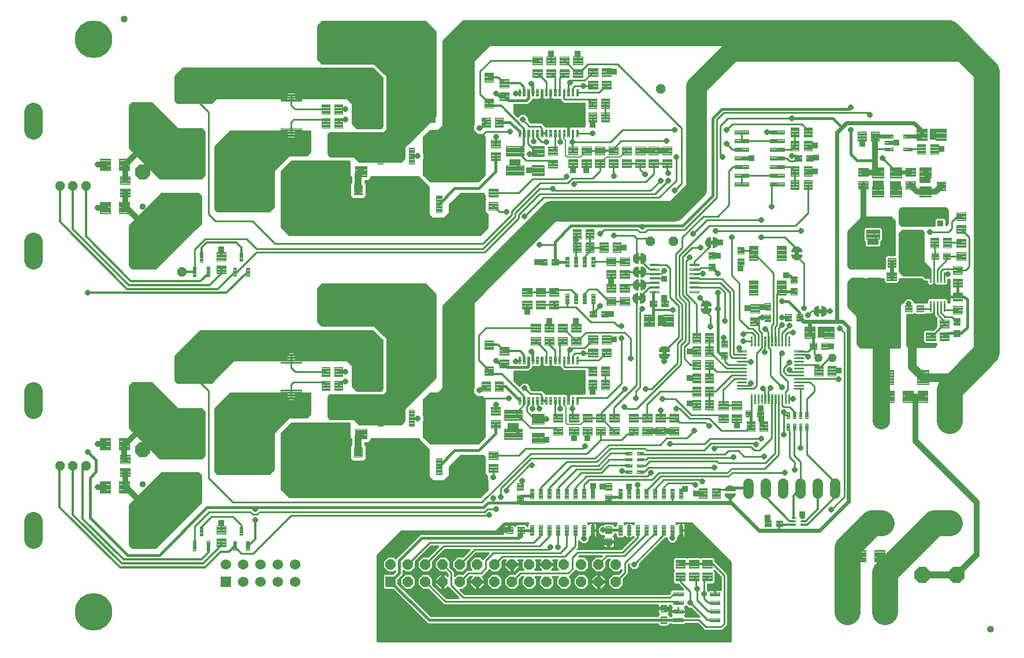
<source format=gtl>
G75*
%MOIN*%
%OFA0B0*%
%FSLAX25Y25*%
%IPPOS*%
%LPD*%
%AMOC8*
5,1,8,0,0,1.08239X$1,22.5*
%
%ADD10C,0.00394*%
%ADD11C,0.00409*%
%ADD12OC8,0.09693*%
%ADD13C,0.04000*%
%ADD14OC8,0.09055*%
%ADD15C,0.00402*%
%ADD16C,0.00408*%
%ADD17C,0.00396*%
%ADD18C,0.00378*%
%ADD19C,0.10000*%
%ADD20C,0.00425*%
%ADD21C,0.00406*%
%ADD22C,0.00403*%
%ADD23C,0.05906*%
%ADD24C,0.00100*%
%ADD25C,0.00400*%
%ADD26C,0.05000*%
%ADD27C,0.00348*%
%ADD28C,0.00407*%
%ADD29C,0.00514*%
%ADD30C,0.00387*%
%ADD31C,0.00386*%
%ADD32C,0.00413*%
%ADD33OC8,0.05315*%
%ADD34C,0.00404*%
%ADD35OC8,0.08600*%
%ADD36OC8,0.03543*%
%ADD37C,0.10638*%
%ADD38OC8,0.05906*%
%ADD39R,0.05906X0.05906*%
%ADD40C,0.00372*%
%ADD41OC8,0.10000*%
%ADD42R,0.06000X0.06000*%
%ADD43C,0.06000*%
%ADD44C,0.00362*%
%ADD45C,0.03200*%
%ADD46C,0.04000*%
%ADD47OC8,0.03175*%
%ADD48R,0.03175X0.03175*%
%ADD49C,0.01600*%
%ADD50C,0.01000*%
%ADD51C,0.01200*%
%ADD52C,0.10000*%
%ADD53C,0.01100*%
%ADD54C,0.00800*%
%ADD55C,0.21654*%
%ADD56C,0.02400*%
%ADD57C,0.15000*%
%ADD58C,0.12000*%
%ADD59C,0.05000*%
D10*
X0355262Y0154606D02*
X0355262Y0162086D01*
X0355262Y0154606D02*
X0347782Y0154606D01*
X0347782Y0162086D01*
X0355262Y0162086D01*
X0355262Y0154999D02*
X0347782Y0154999D01*
X0347782Y0155392D02*
X0355262Y0155392D01*
X0355262Y0155785D02*
X0347782Y0155785D01*
X0347782Y0156178D02*
X0355262Y0156178D01*
X0355262Y0156571D02*
X0347782Y0156571D01*
X0347782Y0156964D02*
X0355262Y0156964D01*
X0355262Y0157357D02*
X0347782Y0157357D01*
X0347782Y0157750D02*
X0355262Y0157750D01*
X0355262Y0158143D02*
X0347782Y0158143D01*
X0347782Y0158536D02*
X0355262Y0158536D01*
X0355262Y0158929D02*
X0347782Y0158929D01*
X0347782Y0159322D02*
X0355262Y0159322D01*
X0355262Y0159715D02*
X0347782Y0159715D01*
X0347782Y0160108D02*
X0355262Y0160108D01*
X0355262Y0160501D02*
X0347782Y0160501D01*
X0347782Y0160894D02*
X0355262Y0160894D01*
X0355262Y0161287D02*
X0347782Y0161287D01*
X0347782Y0161680D02*
X0355262Y0161680D01*
X0355262Y0162073D02*
X0347782Y0162073D01*
X0355262Y0170354D02*
X0355262Y0177834D01*
X0355262Y0170354D02*
X0347782Y0170354D01*
X0347782Y0177834D01*
X0355262Y0177834D01*
X0355262Y0170747D02*
X0347782Y0170747D01*
X0347782Y0171140D02*
X0355262Y0171140D01*
X0355262Y0171533D02*
X0347782Y0171533D01*
X0347782Y0171926D02*
X0355262Y0171926D01*
X0355262Y0172319D02*
X0347782Y0172319D01*
X0347782Y0172712D02*
X0355262Y0172712D01*
X0355262Y0173105D02*
X0347782Y0173105D01*
X0347782Y0173498D02*
X0355262Y0173498D01*
X0355262Y0173891D02*
X0347782Y0173891D01*
X0347782Y0174284D02*
X0355262Y0174284D01*
X0355262Y0174677D02*
X0347782Y0174677D01*
X0347782Y0175070D02*
X0355262Y0175070D01*
X0355262Y0175463D02*
X0347782Y0175463D01*
X0347782Y0175856D02*
X0355262Y0175856D01*
X0355262Y0176249D02*
X0347782Y0176249D01*
X0347782Y0176642D02*
X0355262Y0176642D01*
X0355262Y0177035D02*
X0347782Y0177035D01*
X0347782Y0177428D02*
X0355262Y0177428D01*
X0355262Y0177821D02*
X0347782Y0177821D01*
X0455251Y0130785D02*
X0455251Y0126849D01*
X0455251Y0130785D02*
X0458793Y0130785D01*
X0458793Y0126849D01*
X0455251Y0126849D01*
X0455251Y0127242D02*
X0458793Y0127242D01*
X0458793Y0127635D02*
X0455251Y0127635D01*
X0455251Y0128028D02*
X0458793Y0128028D01*
X0458793Y0128421D02*
X0455251Y0128421D01*
X0455251Y0128814D02*
X0458793Y0128814D01*
X0458793Y0129207D02*
X0455251Y0129207D01*
X0455251Y0129600D02*
X0458793Y0129600D01*
X0458793Y0129993D02*
X0455251Y0129993D01*
X0455251Y0130386D02*
X0458793Y0130386D01*
X0458793Y0130779D02*
X0455251Y0130779D01*
X0455251Y0124092D02*
X0455251Y0120156D01*
X0455251Y0124092D02*
X0458793Y0124092D01*
X0458793Y0120156D01*
X0455251Y0120156D01*
X0455251Y0120549D02*
X0458793Y0120549D01*
X0458793Y0120942D02*
X0455251Y0120942D01*
X0455251Y0121335D02*
X0458793Y0121335D01*
X0458793Y0121728D02*
X0455251Y0121728D01*
X0455251Y0122121D02*
X0458793Y0122121D01*
X0458793Y0122514D02*
X0455251Y0122514D01*
X0455251Y0122907D02*
X0458793Y0122907D01*
X0458793Y0123300D02*
X0455251Y0123300D01*
X0455251Y0123693D02*
X0458793Y0123693D01*
X0458793Y0124086D02*
X0455251Y0124086D01*
X0455401Y0105491D02*
X0459337Y0105491D01*
X0459337Y0101949D01*
X0455401Y0101949D01*
X0455401Y0105491D01*
X0455401Y0102342D02*
X0459337Y0102342D01*
X0459337Y0102735D02*
X0455401Y0102735D01*
X0455401Y0103128D02*
X0459337Y0103128D01*
X0459337Y0103521D02*
X0455401Y0103521D01*
X0455401Y0103914D02*
X0459337Y0103914D01*
X0459337Y0104307D02*
X0455401Y0104307D01*
X0455401Y0104700D02*
X0459337Y0104700D01*
X0459337Y0105093D02*
X0455401Y0105093D01*
X0455401Y0105486D02*
X0459337Y0105486D01*
X0452644Y0105491D02*
X0448708Y0105491D01*
X0452644Y0105491D02*
X0452644Y0101949D01*
X0448708Y0101949D01*
X0448708Y0105491D01*
X0448708Y0102342D02*
X0452644Y0102342D01*
X0452644Y0102735D02*
X0448708Y0102735D01*
X0448708Y0103128D02*
X0452644Y0103128D01*
X0452644Y0103521D02*
X0448708Y0103521D01*
X0448708Y0103914D02*
X0452644Y0103914D01*
X0452644Y0104307D02*
X0448708Y0104307D01*
X0448708Y0104700D02*
X0452644Y0104700D01*
X0452644Y0105093D02*
X0448708Y0105093D01*
X0448708Y0105486D02*
X0452644Y0105486D01*
X0506251Y0105785D02*
X0506251Y0101849D01*
X0506251Y0105785D02*
X0509793Y0105785D01*
X0509793Y0101849D01*
X0506251Y0101849D01*
X0506251Y0102242D02*
X0509793Y0102242D01*
X0509793Y0102635D02*
X0506251Y0102635D01*
X0506251Y0103028D02*
X0509793Y0103028D01*
X0509793Y0103421D02*
X0506251Y0103421D01*
X0506251Y0103814D02*
X0509793Y0103814D01*
X0509793Y0104207D02*
X0506251Y0104207D01*
X0506251Y0104600D02*
X0509793Y0104600D01*
X0509793Y0104993D02*
X0506251Y0104993D01*
X0506251Y0105386D02*
X0509793Y0105386D01*
X0509793Y0105779D02*
X0506251Y0105779D01*
X0506251Y0099092D02*
X0506251Y0095156D01*
X0506251Y0099092D02*
X0509793Y0099092D01*
X0509793Y0095156D01*
X0506251Y0095156D01*
X0506251Y0095549D02*
X0509793Y0095549D01*
X0509793Y0095942D02*
X0506251Y0095942D01*
X0506251Y0096335D02*
X0509793Y0096335D01*
X0509793Y0096728D02*
X0506251Y0096728D01*
X0506251Y0097121D02*
X0509793Y0097121D01*
X0509793Y0097514D02*
X0506251Y0097514D01*
X0506251Y0097907D02*
X0509793Y0097907D01*
X0509793Y0098300D02*
X0506251Y0098300D01*
X0506251Y0098693D02*
X0509793Y0098693D01*
X0509793Y0099086D02*
X0506251Y0099086D01*
X0506251Y0120156D02*
X0506251Y0124092D01*
X0509793Y0124092D01*
X0509793Y0120156D01*
X0506251Y0120156D01*
X0506251Y0120549D02*
X0509793Y0120549D01*
X0509793Y0120942D02*
X0506251Y0120942D01*
X0506251Y0121335D02*
X0509793Y0121335D01*
X0509793Y0121728D02*
X0506251Y0121728D01*
X0506251Y0122121D02*
X0509793Y0122121D01*
X0509793Y0122514D02*
X0506251Y0122514D01*
X0506251Y0122907D02*
X0509793Y0122907D01*
X0509793Y0123300D02*
X0506251Y0123300D01*
X0506251Y0123693D02*
X0509793Y0123693D01*
X0509793Y0124086D02*
X0506251Y0124086D01*
X0506251Y0126849D02*
X0506251Y0130785D01*
X0509793Y0130785D01*
X0509793Y0126849D01*
X0506251Y0126849D01*
X0506251Y0127242D02*
X0509793Y0127242D01*
X0509793Y0127635D02*
X0506251Y0127635D01*
X0506251Y0128028D02*
X0509793Y0128028D01*
X0509793Y0128421D02*
X0506251Y0128421D01*
X0506251Y0128814D02*
X0509793Y0128814D01*
X0509793Y0129207D02*
X0506251Y0129207D01*
X0506251Y0129600D02*
X0509793Y0129600D01*
X0509793Y0129993D02*
X0506251Y0129993D01*
X0506251Y0130386D02*
X0509793Y0130386D01*
X0509793Y0130779D02*
X0506251Y0130779D01*
X0517905Y0136619D02*
X0517905Y0138193D01*
X0521447Y0138193D01*
X0521447Y0136619D01*
X0517905Y0136619D01*
X0517905Y0137012D02*
X0521447Y0137012D01*
X0521447Y0137405D02*
X0517905Y0137405D01*
X0517905Y0137798D02*
X0521447Y0137798D01*
X0521447Y0138191D02*
X0517905Y0138191D01*
X0517905Y0140162D02*
X0517905Y0141736D01*
X0521447Y0141736D01*
X0521447Y0140162D01*
X0517905Y0140162D01*
X0517905Y0140555D02*
X0521447Y0140555D01*
X0521447Y0140948D02*
X0517905Y0140948D01*
X0517905Y0141341D02*
X0521447Y0141341D01*
X0521447Y0141734D02*
X0517905Y0141734D01*
X0517905Y0143705D02*
X0517905Y0145279D01*
X0521447Y0145279D01*
X0521447Y0143705D01*
X0517905Y0143705D01*
X0517905Y0144098D02*
X0521447Y0144098D01*
X0521447Y0144491D02*
X0517905Y0144491D01*
X0517905Y0144884D02*
X0521447Y0144884D01*
X0521447Y0145277D02*
X0517905Y0145277D01*
X0517905Y0147248D02*
X0517905Y0148822D01*
X0521447Y0148822D01*
X0521447Y0147248D01*
X0517905Y0147248D01*
X0517905Y0147641D02*
X0521447Y0147641D01*
X0521447Y0148034D02*
X0517905Y0148034D01*
X0517905Y0148427D02*
X0521447Y0148427D01*
X0521447Y0148820D02*
X0517905Y0148820D01*
X0524598Y0148822D02*
X0524598Y0147248D01*
X0524598Y0148822D02*
X0528140Y0148822D01*
X0528140Y0147248D01*
X0524598Y0147248D01*
X0524598Y0147641D02*
X0528140Y0147641D01*
X0528140Y0148034D02*
X0524598Y0148034D01*
X0524598Y0148427D02*
X0528140Y0148427D01*
X0528140Y0148820D02*
X0524598Y0148820D01*
X0524598Y0145279D02*
X0524598Y0143705D01*
X0524598Y0145279D02*
X0528140Y0145279D01*
X0528140Y0143705D01*
X0524598Y0143705D01*
X0524598Y0144098D02*
X0528140Y0144098D01*
X0528140Y0144491D02*
X0524598Y0144491D01*
X0524598Y0144884D02*
X0528140Y0144884D01*
X0528140Y0145277D02*
X0524598Y0145277D01*
X0524598Y0141736D02*
X0524598Y0140162D01*
X0524598Y0141736D02*
X0528140Y0141736D01*
X0528140Y0140162D01*
X0524598Y0140162D01*
X0524598Y0140555D02*
X0528140Y0140555D01*
X0528140Y0140948D02*
X0524598Y0140948D01*
X0524598Y0141341D02*
X0528140Y0141341D01*
X0528140Y0141734D02*
X0524598Y0141734D01*
X0524598Y0138193D02*
X0524598Y0136619D01*
X0524598Y0138193D02*
X0528140Y0138193D01*
X0528140Y0136619D01*
X0524598Y0136619D01*
X0524598Y0137012D02*
X0528140Y0137012D01*
X0528140Y0137405D02*
X0524598Y0137405D01*
X0524598Y0137798D02*
X0528140Y0137798D01*
X0528140Y0138191D02*
X0524598Y0138191D01*
X0586958Y0172741D02*
X0590894Y0172741D01*
X0590894Y0169199D01*
X0586958Y0169199D01*
X0586958Y0172741D01*
X0586958Y0169592D02*
X0590894Y0169592D01*
X0590894Y0169985D02*
X0586958Y0169985D01*
X0586958Y0170378D02*
X0590894Y0170378D01*
X0590894Y0170771D02*
X0586958Y0170771D01*
X0586958Y0171164D02*
X0590894Y0171164D01*
X0590894Y0171557D02*
X0586958Y0171557D01*
X0586958Y0171950D02*
X0590894Y0171950D01*
X0590894Y0172343D02*
X0586958Y0172343D01*
X0586958Y0172736D02*
X0590894Y0172736D01*
X0593651Y0172741D02*
X0597587Y0172741D01*
X0597587Y0169199D01*
X0593651Y0169199D01*
X0593651Y0172741D01*
X0593651Y0169592D02*
X0597587Y0169592D01*
X0597587Y0169985D02*
X0593651Y0169985D01*
X0593651Y0170378D02*
X0597587Y0170378D01*
X0597587Y0170771D02*
X0593651Y0170771D01*
X0593651Y0171164D02*
X0597587Y0171164D01*
X0597587Y0171557D02*
X0593651Y0171557D01*
X0593651Y0171950D02*
X0597587Y0171950D01*
X0597587Y0172343D02*
X0593651Y0172343D01*
X0593651Y0172736D02*
X0597587Y0172736D01*
X0610920Y0171838D02*
X0612494Y0171838D01*
X0612494Y0168296D01*
X0610920Y0168296D01*
X0610920Y0171838D01*
X0610920Y0168689D02*
X0612494Y0168689D01*
X0612494Y0169082D02*
X0610920Y0169082D01*
X0610920Y0169475D02*
X0612494Y0169475D01*
X0612494Y0169868D02*
X0610920Y0169868D01*
X0610920Y0170261D02*
X0612494Y0170261D01*
X0612494Y0170654D02*
X0610920Y0170654D01*
X0610920Y0171047D02*
X0612494Y0171047D01*
X0612494Y0171440D02*
X0610920Y0171440D01*
X0610920Y0171833D02*
X0612494Y0171833D01*
X0614464Y0171838D02*
X0616038Y0171838D01*
X0616038Y0168296D01*
X0614464Y0168296D01*
X0614464Y0171838D01*
X0614464Y0168689D02*
X0616038Y0168689D01*
X0616038Y0169082D02*
X0614464Y0169082D01*
X0614464Y0169475D02*
X0616038Y0169475D01*
X0616038Y0169868D02*
X0614464Y0169868D01*
X0614464Y0170261D02*
X0616038Y0170261D01*
X0616038Y0170654D02*
X0614464Y0170654D01*
X0614464Y0171047D02*
X0616038Y0171047D01*
X0616038Y0171440D02*
X0614464Y0171440D01*
X0614464Y0171833D02*
X0616038Y0171833D01*
X0618007Y0171838D02*
X0619581Y0171838D01*
X0619581Y0168296D01*
X0618007Y0168296D01*
X0618007Y0171838D01*
X0618007Y0168689D02*
X0619581Y0168689D01*
X0619581Y0169082D02*
X0618007Y0169082D01*
X0618007Y0169475D02*
X0619581Y0169475D01*
X0619581Y0169868D02*
X0618007Y0169868D01*
X0618007Y0170261D02*
X0619581Y0170261D01*
X0619581Y0170654D02*
X0618007Y0170654D01*
X0618007Y0171047D02*
X0619581Y0171047D01*
X0619581Y0171440D02*
X0618007Y0171440D01*
X0618007Y0171833D02*
X0619581Y0171833D01*
X0621550Y0171838D02*
X0623124Y0171838D01*
X0623124Y0168296D01*
X0621550Y0168296D01*
X0621550Y0171838D01*
X0621550Y0168689D02*
X0623124Y0168689D01*
X0623124Y0169082D02*
X0621550Y0169082D01*
X0621550Y0169475D02*
X0623124Y0169475D01*
X0623124Y0169868D02*
X0621550Y0169868D01*
X0621550Y0170261D02*
X0623124Y0170261D01*
X0623124Y0170654D02*
X0621550Y0170654D01*
X0621550Y0171047D02*
X0623124Y0171047D01*
X0623124Y0171440D02*
X0621550Y0171440D01*
X0621550Y0171833D02*
X0623124Y0171833D01*
X0623124Y0165145D02*
X0621550Y0165145D01*
X0623124Y0165145D02*
X0623124Y0161603D01*
X0621550Y0161603D01*
X0621550Y0165145D01*
X0621550Y0161996D02*
X0623124Y0161996D01*
X0623124Y0162389D02*
X0621550Y0162389D01*
X0621550Y0162782D02*
X0623124Y0162782D01*
X0623124Y0163175D02*
X0621550Y0163175D01*
X0621550Y0163568D02*
X0623124Y0163568D01*
X0623124Y0163961D02*
X0621550Y0163961D01*
X0621550Y0164354D02*
X0623124Y0164354D01*
X0623124Y0164747D02*
X0621550Y0164747D01*
X0621550Y0165140D02*
X0623124Y0165140D01*
X0619581Y0165145D02*
X0618007Y0165145D01*
X0619581Y0165145D02*
X0619581Y0161603D01*
X0618007Y0161603D01*
X0618007Y0165145D01*
X0618007Y0161996D02*
X0619581Y0161996D01*
X0619581Y0162389D02*
X0618007Y0162389D01*
X0618007Y0162782D02*
X0619581Y0162782D01*
X0619581Y0163175D02*
X0618007Y0163175D01*
X0618007Y0163568D02*
X0619581Y0163568D01*
X0619581Y0163961D02*
X0618007Y0163961D01*
X0618007Y0164354D02*
X0619581Y0164354D01*
X0619581Y0164747D02*
X0618007Y0164747D01*
X0618007Y0165140D02*
X0619581Y0165140D01*
X0616038Y0165145D02*
X0614464Y0165145D01*
X0616038Y0165145D02*
X0616038Y0161603D01*
X0614464Y0161603D01*
X0614464Y0165145D01*
X0614464Y0161996D02*
X0616038Y0161996D01*
X0616038Y0162389D02*
X0614464Y0162389D01*
X0614464Y0162782D02*
X0616038Y0162782D01*
X0616038Y0163175D02*
X0614464Y0163175D01*
X0614464Y0163568D02*
X0616038Y0163568D01*
X0616038Y0163961D02*
X0614464Y0163961D01*
X0614464Y0164354D02*
X0616038Y0164354D01*
X0616038Y0164747D02*
X0614464Y0164747D01*
X0614464Y0165140D02*
X0616038Y0165140D01*
X0612494Y0165145D02*
X0610920Y0165145D01*
X0612494Y0165145D02*
X0612494Y0161603D01*
X0610920Y0161603D01*
X0610920Y0165145D01*
X0610920Y0161996D02*
X0612494Y0161996D01*
X0612494Y0162389D02*
X0610920Y0162389D01*
X0610920Y0162782D02*
X0612494Y0162782D01*
X0612494Y0163175D02*
X0610920Y0163175D01*
X0610920Y0163568D02*
X0612494Y0163568D01*
X0612494Y0163961D02*
X0610920Y0163961D01*
X0610920Y0164354D02*
X0612494Y0164354D01*
X0612494Y0164747D02*
X0610920Y0164747D01*
X0610920Y0165140D02*
X0612494Y0165140D01*
X0573001Y0202656D02*
X0573001Y0206592D01*
X0576543Y0206592D01*
X0576543Y0202656D01*
X0573001Y0202656D01*
X0573001Y0203049D02*
X0576543Y0203049D01*
X0576543Y0203442D02*
X0573001Y0203442D01*
X0573001Y0203835D02*
X0576543Y0203835D01*
X0576543Y0204228D02*
X0573001Y0204228D01*
X0573001Y0204621D02*
X0576543Y0204621D01*
X0576543Y0205014D02*
X0573001Y0205014D01*
X0573001Y0205407D02*
X0576543Y0205407D01*
X0576543Y0205800D02*
X0573001Y0205800D01*
X0573001Y0206193D02*
X0576543Y0206193D01*
X0576543Y0206586D02*
X0573001Y0206586D01*
X0573001Y0209349D02*
X0573001Y0213285D01*
X0576543Y0213285D01*
X0576543Y0209349D01*
X0573001Y0209349D01*
X0573001Y0209742D02*
X0576543Y0209742D01*
X0576543Y0210135D02*
X0573001Y0210135D01*
X0573001Y0210528D02*
X0576543Y0210528D01*
X0576543Y0210921D02*
X0573001Y0210921D01*
X0573001Y0211314D02*
X0576543Y0211314D01*
X0576543Y0211707D02*
X0573001Y0211707D01*
X0573001Y0212100D02*
X0576543Y0212100D01*
X0576543Y0212493D02*
X0573001Y0212493D01*
X0573001Y0212886D02*
X0576543Y0212886D01*
X0576543Y0213279D02*
X0573001Y0213279D01*
X0598001Y0224156D02*
X0598001Y0228092D01*
X0601543Y0228092D01*
X0601543Y0224156D01*
X0598001Y0224156D01*
X0598001Y0224549D02*
X0601543Y0224549D01*
X0601543Y0224942D02*
X0598001Y0224942D01*
X0598001Y0225335D02*
X0601543Y0225335D01*
X0601543Y0225728D02*
X0598001Y0225728D01*
X0598001Y0226121D02*
X0601543Y0226121D01*
X0601543Y0226514D02*
X0598001Y0226514D01*
X0598001Y0226907D02*
X0601543Y0226907D01*
X0601543Y0227300D02*
X0598001Y0227300D01*
X0598001Y0227693D02*
X0601543Y0227693D01*
X0601543Y0228086D02*
X0598001Y0228086D01*
X0609905Y0228438D02*
X0613447Y0228438D01*
X0613447Y0224502D01*
X0609905Y0224502D01*
X0609905Y0228438D01*
X0609905Y0224895D02*
X0613447Y0224895D01*
X0613447Y0225288D02*
X0609905Y0225288D01*
X0609905Y0225681D02*
X0613447Y0225681D01*
X0613447Y0226074D02*
X0609905Y0226074D01*
X0609905Y0226467D02*
X0613447Y0226467D01*
X0613447Y0226860D02*
X0609905Y0226860D01*
X0609905Y0227253D02*
X0613447Y0227253D01*
X0613447Y0227646D02*
X0609905Y0227646D01*
X0609905Y0228039D02*
X0613447Y0228039D01*
X0613447Y0228432D02*
X0609905Y0228432D01*
X0616598Y0228438D02*
X0620140Y0228438D01*
X0620140Y0224502D01*
X0616598Y0224502D01*
X0616598Y0228438D01*
X0616598Y0224895D02*
X0620140Y0224895D01*
X0620140Y0225288D02*
X0616598Y0225288D01*
X0616598Y0225681D02*
X0620140Y0225681D01*
X0620140Y0226074D02*
X0616598Y0226074D01*
X0616598Y0226467D02*
X0620140Y0226467D01*
X0620140Y0226860D02*
X0616598Y0226860D01*
X0616598Y0227253D02*
X0620140Y0227253D01*
X0620140Y0227646D02*
X0616598Y0227646D01*
X0616598Y0228039D02*
X0620140Y0228039D01*
X0620140Y0228432D02*
X0616598Y0228432D01*
X0598001Y0230849D02*
X0598001Y0234785D01*
X0601543Y0234785D01*
X0601543Y0230849D01*
X0598001Y0230849D01*
X0598001Y0231242D02*
X0601543Y0231242D01*
X0601543Y0231635D02*
X0598001Y0231635D01*
X0598001Y0232028D02*
X0601543Y0232028D01*
X0601543Y0232421D02*
X0598001Y0232421D01*
X0598001Y0232814D02*
X0601543Y0232814D01*
X0601543Y0233207D02*
X0598001Y0233207D01*
X0598001Y0233600D02*
X0601543Y0233600D01*
X0601543Y0233993D02*
X0598001Y0233993D01*
X0598001Y0234386D02*
X0601543Y0234386D01*
X0601543Y0234779D02*
X0598001Y0234779D01*
X0613251Y0239656D02*
X0613251Y0243592D01*
X0616793Y0243592D01*
X0616793Y0239656D01*
X0613251Y0239656D01*
X0613251Y0240049D02*
X0616793Y0240049D01*
X0616793Y0240442D02*
X0613251Y0240442D01*
X0613251Y0240835D02*
X0616793Y0240835D01*
X0616793Y0241228D02*
X0613251Y0241228D01*
X0613251Y0241621D02*
X0616793Y0241621D01*
X0616793Y0242014D02*
X0613251Y0242014D01*
X0613251Y0242407D02*
X0616793Y0242407D01*
X0616793Y0242800D02*
X0613251Y0242800D01*
X0613251Y0243193D02*
X0616793Y0243193D01*
X0616793Y0243586D02*
X0613251Y0243586D01*
X0613251Y0246349D02*
X0613251Y0250285D01*
X0616793Y0250285D01*
X0616793Y0246349D01*
X0613251Y0246349D01*
X0613251Y0246742D02*
X0616793Y0246742D01*
X0616793Y0247135D02*
X0613251Y0247135D01*
X0613251Y0247528D02*
X0616793Y0247528D01*
X0616793Y0247921D02*
X0613251Y0247921D01*
X0613251Y0248314D02*
X0616793Y0248314D01*
X0616793Y0248707D02*
X0613251Y0248707D01*
X0613251Y0249100D02*
X0616793Y0249100D01*
X0616793Y0249493D02*
X0613251Y0249493D01*
X0613251Y0249886D02*
X0616793Y0249886D01*
X0616793Y0250279D02*
X0613251Y0250279D01*
X0586043Y0256656D02*
X0586043Y0260592D01*
X0586043Y0256656D02*
X0582501Y0256656D01*
X0582501Y0260592D01*
X0586043Y0260592D01*
X0586043Y0257049D02*
X0582501Y0257049D01*
X0582501Y0257442D02*
X0586043Y0257442D01*
X0586043Y0257835D02*
X0582501Y0257835D01*
X0582501Y0258228D02*
X0586043Y0258228D01*
X0586043Y0258621D02*
X0582501Y0258621D01*
X0582501Y0259014D02*
X0586043Y0259014D01*
X0586043Y0259407D02*
X0582501Y0259407D01*
X0582501Y0259800D02*
X0586043Y0259800D01*
X0586043Y0260193D02*
X0582501Y0260193D01*
X0582501Y0260586D02*
X0586043Y0260586D01*
X0586043Y0263349D02*
X0586043Y0267285D01*
X0586043Y0263349D02*
X0582501Y0263349D01*
X0582501Y0267285D01*
X0586043Y0267285D01*
X0586043Y0263742D02*
X0582501Y0263742D01*
X0582501Y0264135D02*
X0586043Y0264135D01*
X0586043Y0264528D02*
X0582501Y0264528D01*
X0582501Y0264921D02*
X0586043Y0264921D01*
X0586043Y0265314D02*
X0582501Y0265314D01*
X0582501Y0265707D02*
X0586043Y0265707D01*
X0586043Y0266100D02*
X0582501Y0266100D01*
X0582501Y0266493D02*
X0586043Y0266493D01*
X0586043Y0266886D02*
X0582501Y0266886D01*
X0582501Y0267279D02*
X0586043Y0267279D01*
X0565751Y0264285D02*
X0565751Y0260349D01*
X0565751Y0264285D02*
X0569293Y0264285D01*
X0569293Y0260349D01*
X0565751Y0260349D01*
X0565751Y0260742D02*
X0569293Y0260742D01*
X0569293Y0261135D02*
X0565751Y0261135D01*
X0565751Y0261528D02*
X0569293Y0261528D01*
X0569293Y0261921D02*
X0565751Y0261921D01*
X0565751Y0262314D02*
X0569293Y0262314D01*
X0569293Y0262707D02*
X0565751Y0262707D01*
X0565751Y0263100D02*
X0569293Y0263100D01*
X0569293Y0263493D02*
X0565751Y0263493D01*
X0565751Y0263886D02*
X0569293Y0263886D01*
X0569293Y0264279D02*
X0565751Y0264279D01*
X0565751Y0257592D02*
X0565751Y0253656D01*
X0565751Y0257592D02*
X0569293Y0257592D01*
X0569293Y0253656D01*
X0565751Y0253656D01*
X0565751Y0254049D02*
X0569293Y0254049D01*
X0569293Y0254442D02*
X0565751Y0254442D01*
X0565751Y0254835D02*
X0569293Y0254835D01*
X0569293Y0255228D02*
X0565751Y0255228D01*
X0565751Y0255621D02*
X0569293Y0255621D01*
X0569293Y0256014D02*
X0565751Y0256014D01*
X0565751Y0256407D02*
X0569293Y0256407D01*
X0569293Y0256800D02*
X0565751Y0256800D01*
X0565751Y0257193D02*
X0569293Y0257193D01*
X0569293Y0257586D02*
X0565751Y0257586D01*
X0542337Y0236241D02*
X0538401Y0236241D01*
X0542337Y0236241D02*
X0542337Y0232699D01*
X0538401Y0232699D01*
X0538401Y0236241D01*
X0538401Y0233092D02*
X0542337Y0233092D01*
X0542337Y0233485D02*
X0538401Y0233485D01*
X0538401Y0233878D02*
X0542337Y0233878D01*
X0542337Y0234271D02*
X0538401Y0234271D01*
X0538401Y0234664D02*
X0542337Y0234664D01*
X0542337Y0235057D02*
X0538401Y0235057D01*
X0538401Y0235450D02*
X0542337Y0235450D01*
X0542337Y0235843D02*
X0538401Y0235843D01*
X0538401Y0236236D02*
X0542337Y0236236D01*
X0535644Y0236241D02*
X0531708Y0236241D01*
X0535644Y0236241D02*
X0535644Y0232699D01*
X0531708Y0232699D01*
X0531708Y0236241D01*
X0531708Y0233092D02*
X0535644Y0233092D01*
X0535644Y0233485D02*
X0531708Y0233485D01*
X0531708Y0233878D02*
X0535644Y0233878D01*
X0535644Y0234271D02*
X0531708Y0234271D01*
X0531708Y0234664D02*
X0535644Y0234664D01*
X0535644Y0235057D02*
X0531708Y0235057D01*
X0531708Y0235450D02*
X0535644Y0235450D01*
X0535644Y0235843D02*
X0531708Y0235843D01*
X0531708Y0236236D02*
X0535644Y0236236D01*
X0507837Y0230241D02*
X0503901Y0230241D01*
X0507837Y0230241D02*
X0507837Y0226699D01*
X0503901Y0226699D01*
X0503901Y0230241D01*
X0503901Y0227092D02*
X0507837Y0227092D01*
X0507837Y0227485D02*
X0503901Y0227485D01*
X0503901Y0227878D02*
X0507837Y0227878D01*
X0507837Y0228271D02*
X0503901Y0228271D01*
X0503901Y0228664D02*
X0507837Y0228664D01*
X0507837Y0229057D02*
X0503901Y0229057D01*
X0503901Y0229450D02*
X0507837Y0229450D01*
X0507837Y0229843D02*
X0503901Y0229843D01*
X0503901Y0230236D02*
X0507837Y0230236D01*
X0501144Y0230241D02*
X0497208Y0230241D01*
X0501144Y0230241D02*
X0501144Y0226699D01*
X0497208Y0226699D01*
X0497208Y0230241D01*
X0497208Y0227092D02*
X0501144Y0227092D01*
X0501144Y0227485D02*
X0497208Y0227485D01*
X0497208Y0227878D02*
X0501144Y0227878D01*
X0501144Y0228271D02*
X0497208Y0228271D01*
X0497208Y0228664D02*
X0501144Y0228664D01*
X0501144Y0229057D02*
X0497208Y0229057D01*
X0497208Y0229450D02*
X0501144Y0229450D01*
X0501144Y0229843D02*
X0497208Y0229843D01*
X0497208Y0230236D02*
X0501144Y0230236D01*
X0479087Y0260241D02*
X0475151Y0260241D01*
X0479087Y0260241D02*
X0479087Y0256699D01*
X0475151Y0256699D01*
X0475151Y0260241D01*
X0475151Y0257092D02*
X0479087Y0257092D01*
X0479087Y0257485D02*
X0475151Y0257485D01*
X0475151Y0257878D02*
X0479087Y0257878D01*
X0479087Y0258271D02*
X0475151Y0258271D01*
X0475151Y0258664D02*
X0479087Y0258664D01*
X0479087Y0259057D02*
X0475151Y0259057D01*
X0475151Y0259450D02*
X0479087Y0259450D01*
X0479087Y0259843D02*
X0475151Y0259843D01*
X0475151Y0260236D02*
X0479087Y0260236D01*
X0472394Y0260241D02*
X0468458Y0260241D01*
X0472394Y0260241D02*
X0472394Y0256699D01*
X0468458Y0256699D01*
X0468458Y0260241D01*
X0468458Y0257092D02*
X0472394Y0257092D01*
X0472394Y0257485D02*
X0468458Y0257485D01*
X0468458Y0257878D02*
X0472394Y0257878D01*
X0472394Y0258271D02*
X0468458Y0258271D01*
X0468458Y0258664D02*
X0472394Y0258664D01*
X0472394Y0259057D02*
X0468458Y0259057D01*
X0468458Y0259450D02*
X0472394Y0259450D01*
X0472394Y0259843D02*
X0468458Y0259843D01*
X0468458Y0260236D02*
X0472394Y0260236D01*
X0355262Y0306106D02*
X0355262Y0313586D01*
X0355262Y0306106D02*
X0347782Y0306106D01*
X0347782Y0313586D01*
X0355262Y0313586D01*
X0355262Y0306499D02*
X0347782Y0306499D01*
X0347782Y0306892D02*
X0355262Y0306892D01*
X0355262Y0307285D02*
X0347782Y0307285D01*
X0347782Y0307678D02*
X0355262Y0307678D01*
X0355262Y0308071D02*
X0347782Y0308071D01*
X0347782Y0308464D02*
X0355262Y0308464D01*
X0355262Y0308857D02*
X0347782Y0308857D01*
X0347782Y0309250D02*
X0355262Y0309250D01*
X0355262Y0309643D02*
X0347782Y0309643D01*
X0347782Y0310036D02*
X0355262Y0310036D01*
X0355262Y0310429D02*
X0347782Y0310429D01*
X0347782Y0310822D02*
X0355262Y0310822D01*
X0355262Y0311215D02*
X0347782Y0311215D01*
X0347782Y0311608D02*
X0355262Y0311608D01*
X0355262Y0312001D02*
X0347782Y0312001D01*
X0347782Y0312394D02*
X0355262Y0312394D01*
X0355262Y0312787D02*
X0347782Y0312787D01*
X0347782Y0313180D02*
X0355262Y0313180D01*
X0355262Y0313573D02*
X0347782Y0313573D01*
X0355262Y0321854D02*
X0355262Y0329334D01*
X0355262Y0321854D02*
X0347782Y0321854D01*
X0347782Y0329334D01*
X0355262Y0329334D01*
X0355262Y0322247D02*
X0347782Y0322247D01*
X0347782Y0322640D02*
X0355262Y0322640D01*
X0355262Y0323033D02*
X0347782Y0323033D01*
X0347782Y0323426D02*
X0355262Y0323426D01*
X0355262Y0323819D02*
X0347782Y0323819D01*
X0347782Y0324212D02*
X0355262Y0324212D01*
X0355262Y0324605D02*
X0347782Y0324605D01*
X0347782Y0324998D02*
X0355262Y0324998D01*
X0355262Y0325391D02*
X0347782Y0325391D01*
X0347782Y0325784D02*
X0355262Y0325784D01*
X0355262Y0326177D02*
X0347782Y0326177D01*
X0347782Y0326570D02*
X0355262Y0326570D01*
X0355262Y0326963D02*
X0347782Y0326963D01*
X0347782Y0327356D02*
X0355262Y0327356D01*
X0355262Y0327749D02*
X0347782Y0327749D01*
X0347782Y0328142D02*
X0355262Y0328142D01*
X0355262Y0328535D02*
X0347782Y0328535D01*
X0347782Y0328928D02*
X0355262Y0328928D01*
X0355262Y0329321D02*
X0347782Y0329321D01*
X0615458Y0316699D02*
X0619394Y0316699D01*
X0615458Y0316699D02*
X0615458Y0320241D01*
X0619394Y0320241D01*
X0619394Y0316699D01*
X0619394Y0317092D02*
X0615458Y0317092D01*
X0615458Y0317485D02*
X0619394Y0317485D01*
X0619394Y0317878D02*
X0615458Y0317878D01*
X0615458Y0318271D02*
X0619394Y0318271D01*
X0619394Y0318664D02*
X0615458Y0318664D01*
X0615458Y0319057D02*
X0619394Y0319057D01*
X0619394Y0319450D02*
X0615458Y0319450D01*
X0615458Y0319843D02*
X0619394Y0319843D01*
X0619394Y0320236D02*
X0615458Y0320236D01*
X0622151Y0316699D02*
X0626087Y0316699D01*
X0622151Y0316699D02*
X0622151Y0320241D01*
X0626087Y0320241D01*
X0626087Y0316699D01*
X0626087Y0317092D02*
X0622151Y0317092D01*
X0622151Y0317485D02*
X0626087Y0317485D01*
X0626087Y0317878D02*
X0622151Y0317878D01*
X0622151Y0318271D02*
X0626087Y0318271D01*
X0626087Y0318664D02*
X0622151Y0318664D01*
X0622151Y0319057D02*
X0626087Y0319057D01*
X0626087Y0319450D02*
X0622151Y0319450D01*
X0622151Y0319843D02*
X0626087Y0319843D01*
X0626087Y0320236D02*
X0622151Y0320236D01*
X0694458Y0260199D02*
X0698394Y0260199D01*
X0694458Y0260199D02*
X0694458Y0263741D01*
X0698394Y0263741D01*
X0698394Y0260199D01*
X0698394Y0260592D02*
X0694458Y0260592D01*
X0694458Y0260985D02*
X0698394Y0260985D01*
X0698394Y0261378D02*
X0694458Y0261378D01*
X0694458Y0261771D02*
X0698394Y0261771D01*
X0698394Y0262164D02*
X0694458Y0262164D01*
X0694458Y0262557D02*
X0698394Y0262557D01*
X0698394Y0262950D02*
X0694458Y0262950D01*
X0694458Y0263343D02*
X0698394Y0263343D01*
X0698394Y0263736D02*
X0694458Y0263736D01*
X0701151Y0260199D02*
X0705087Y0260199D01*
X0701151Y0260199D02*
X0701151Y0263741D01*
X0705087Y0263741D01*
X0705087Y0260199D01*
X0705087Y0260592D02*
X0701151Y0260592D01*
X0701151Y0260985D02*
X0705087Y0260985D01*
X0705087Y0261378D02*
X0701151Y0261378D01*
X0701151Y0261771D02*
X0705087Y0261771D01*
X0705087Y0262164D02*
X0701151Y0262164D01*
X0701151Y0262557D02*
X0705087Y0262557D01*
X0705087Y0262950D02*
X0701151Y0262950D01*
X0701151Y0263343D02*
X0705087Y0263343D01*
X0705087Y0263736D02*
X0701151Y0263736D01*
X0689837Y0229949D02*
X0685901Y0229949D01*
X0685901Y0233491D01*
X0689837Y0233491D01*
X0689837Y0229949D01*
X0689837Y0230342D02*
X0685901Y0230342D01*
X0685901Y0230735D02*
X0689837Y0230735D01*
X0689837Y0231128D02*
X0685901Y0231128D01*
X0685901Y0231521D02*
X0689837Y0231521D01*
X0689837Y0231914D02*
X0685901Y0231914D01*
X0685901Y0232307D02*
X0689837Y0232307D01*
X0689837Y0232700D02*
X0685901Y0232700D01*
X0685901Y0233093D02*
X0689837Y0233093D01*
X0689837Y0233486D02*
X0685901Y0233486D01*
X0683144Y0229949D02*
X0679208Y0229949D01*
X0679208Y0233491D01*
X0683144Y0233491D01*
X0683144Y0229949D01*
X0683144Y0230342D02*
X0679208Y0230342D01*
X0679208Y0230735D02*
X0683144Y0230735D01*
X0683144Y0231128D02*
X0679208Y0231128D01*
X0679208Y0231521D02*
X0683144Y0231521D01*
X0683144Y0231914D02*
X0679208Y0231914D01*
X0679208Y0232307D02*
X0683144Y0232307D01*
X0683144Y0232700D02*
X0679208Y0232700D01*
X0679208Y0233093D02*
X0683144Y0233093D01*
X0683144Y0233486D02*
X0679208Y0233486D01*
X0707251Y0226035D02*
X0707251Y0222099D01*
X0707251Y0226035D02*
X0710793Y0226035D01*
X0710793Y0222099D01*
X0707251Y0222099D01*
X0707251Y0222492D02*
X0710793Y0222492D01*
X0710793Y0222885D02*
X0707251Y0222885D01*
X0707251Y0223278D02*
X0710793Y0223278D01*
X0710793Y0223671D02*
X0707251Y0223671D01*
X0707251Y0224064D02*
X0710793Y0224064D01*
X0710793Y0224457D02*
X0707251Y0224457D01*
X0707251Y0224850D02*
X0710793Y0224850D01*
X0710793Y0225243D02*
X0707251Y0225243D01*
X0707251Y0225636D02*
X0710793Y0225636D01*
X0710793Y0226029D02*
X0707251Y0226029D01*
X0707251Y0219342D02*
X0707251Y0215406D01*
X0707251Y0219342D02*
X0710793Y0219342D01*
X0710793Y0215406D01*
X0707251Y0215406D01*
X0707251Y0215799D02*
X0710793Y0215799D01*
X0710793Y0216192D02*
X0707251Y0216192D01*
X0707251Y0216585D02*
X0710793Y0216585D01*
X0710793Y0216978D02*
X0707251Y0216978D01*
X0707251Y0217371D02*
X0710793Y0217371D01*
X0710793Y0217764D02*
X0707251Y0217764D01*
X0707251Y0218157D02*
X0710793Y0218157D01*
X0710793Y0218550D02*
X0707251Y0218550D01*
X0707251Y0218943D02*
X0710793Y0218943D01*
X0710793Y0219336D02*
X0707251Y0219336D01*
X0634837Y0211741D02*
X0630901Y0211741D01*
X0634837Y0211741D02*
X0634837Y0208199D01*
X0630901Y0208199D01*
X0630901Y0211741D01*
X0630901Y0208592D02*
X0634837Y0208592D01*
X0634837Y0208985D02*
X0630901Y0208985D01*
X0630901Y0209378D02*
X0634837Y0209378D01*
X0634837Y0209771D02*
X0630901Y0209771D01*
X0630901Y0210164D02*
X0634837Y0210164D01*
X0634837Y0210557D02*
X0630901Y0210557D01*
X0630901Y0210950D02*
X0634837Y0210950D01*
X0634837Y0211343D02*
X0630901Y0211343D01*
X0630901Y0211736D02*
X0634837Y0211736D01*
X0628144Y0211741D02*
X0624208Y0211741D01*
X0628144Y0211741D02*
X0628144Y0208199D01*
X0624208Y0208199D01*
X0624208Y0211741D01*
X0624208Y0208592D02*
X0628144Y0208592D01*
X0628144Y0208985D02*
X0624208Y0208985D01*
X0624208Y0209378D02*
X0628144Y0209378D01*
X0628144Y0209771D02*
X0624208Y0209771D01*
X0624208Y0210164D02*
X0628144Y0210164D01*
X0628144Y0210557D02*
X0624208Y0210557D01*
X0624208Y0210950D02*
X0628144Y0210950D01*
X0628144Y0211343D02*
X0624208Y0211343D01*
X0624208Y0211736D02*
X0628144Y0211736D01*
X0608587Y0109241D02*
X0604651Y0109241D01*
X0608587Y0109241D02*
X0608587Y0105699D01*
X0604651Y0105699D01*
X0604651Y0109241D01*
X0604651Y0106092D02*
X0608587Y0106092D01*
X0608587Y0106485D02*
X0604651Y0106485D01*
X0604651Y0106878D02*
X0608587Y0106878D01*
X0608587Y0107271D02*
X0604651Y0107271D01*
X0604651Y0107664D02*
X0608587Y0107664D01*
X0608587Y0108057D02*
X0604651Y0108057D01*
X0604651Y0108450D02*
X0608587Y0108450D01*
X0608587Y0108843D02*
X0604651Y0108843D01*
X0604651Y0109236D02*
X0608587Y0109236D01*
X0601894Y0109241D02*
X0597958Y0109241D01*
X0601894Y0109241D02*
X0601894Y0105699D01*
X0597958Y0105699D01*
X0597958Y0109241D01*
X0597958Y0106092D02*
X0601894Y0106092D01*
X0601894Y0106485D02*
X0597958Y0106485D01*
X0597958Y0106878D02*
X0601894Y0106878D01*
X0601894Y0107271D02*
X0597958Y0107271D01*
X0597958Y0107664D02*
X0601894Y0107664D01*
X0601894Y0108057D02*
X0597958Y0108057D01*
X0597958Y0108450D02*
X0601894Y0108450D01*
X0601894Y0108843D02*
X0597958Y0108843D01*
X0597958Y0109236D02*
X0601894Y0109236D01*
X0538001Y0060535D02*
X0538001Y0056599D01*
X0538001Y0060535D02*
X0541543Y0060535D01*
X0541543Y0056599D01*
X0538001Y0056599D01*
X0538001Y0056992D02*
X0541543Y0056992D01*
X0541543Y0057385D02*
X0538001Y0057385D01*
X0538001Y0057778D02*
X0541543Y0057778D01*
X0541543Y0058171D02*
X0538001Y0058171D01*
X0538001Y0058564D02*
X0541543Y0058564D01*
X0541543Y0058957D02*
X0538001Y0058957D01*
X0538001Y0059350D02*
X0541543Y0059350D01*
X0541543Y0059743D02*
X0538001Y0059743D01*
X0538001Y0060136D02*
X0541543Y0060136D01*
X0541543Y0060529D02*
X0538001Y0060529D01*
X0538001Y0053842D02*
X0538001Y0049906D01*
X0538001Y0053842D02*
X0541543Y0053842D01*
X0541543Y0049906D01*
X0538001Y0049906D01*
X0538001Y0050299D02*
X0541543Y0050299D01*
X0541543Y0050692D02*
X0538001Y0050692D01*
X0538001Y0051085D02*
X0541543Y0051085D01*
X0541543Y0051478D02*
X0538001Y0051478D01*
X0538001Y0051871D02*
X0541543Y0051871D01*
X0541543Y0052264D02*
X0538001Y0052264D01*
X0538001Y0052657D02*
X0541543Y0052657D01*
X0541543Y0053050D02*
X0538001Y0053050D01*
X0538001Y0053443D02*
X0541543Y0053443D01*
X0541543Y0053836D02*
X0538001Y0053836D01*
D11*
X0546773Y0074375D02*
X0546773Y0079085D01*
X0552271Y0079085D01*
X0552271Y0074375D01*
X0546773Y0074375D01*
X0546773Y0074783D02*
X0552271Y0074783D01*
X0552271Y0075191D02*
X0546773Y0075191D01*
X0546773Y0075599D02*
X0552271Y0075599D01*
X0552271Y0076007D02*
X0546773Y0076007D01*
X0546773Y0076415D02*
X0552271Y0076415D01*
X0552271Y0076823D02*
X0546773Y0076823D01*
X0546773Y0077231D02*
X0552271Y0077231D01*
X0552271Y0077639D02*
X0546773Y0077639D01*
X0546773Y0078047D02*
X0552271Y0078047D01*
X0552271Y0078455D02*
X0546773Y0078455D01*
X0546773Y0078863D02*
X0552271Y0078863D01*
X0554523Y0079085D02*
X0554523Y0074375D01*
X0554523Y0079085D02*
X0560021Y0079085D01*
X0560021Y0074375D01*
X0554523Y0074375D01*
X0554523Y0074783D02*
X0560021Y0074783D01*
X0560021Y0075191D02*
X0554523Y0075191D01*
X0554523Y0075599D02*
X0560021Y0075599D01*
X0560021Y0076007D02*
X0554523Y0076007D01*
X0554523Y0076415D02*
X0560021Y0076415D01*
X0560021Y0076823D02*
X0554523Y0076823D01*
X0554523Y0077231D02*
X0560021Y0077231D01*
X0560021Y0077639D02*
X0554523Y0077639D01*
X0554523Y0078047D02*
X0560021Y0078047D01*
X0560021Y0078455D02*
X0554523Y0078455D01*
X0554523Y0078863D02*
X0560021Y0078863D01*
X0562273Y0079085D02*
X0562273Y0074375D01*
X0562273Y0079085D02*
X0567771Y0079085D01*
X0567771Y0074375D01*
X0562273Y0074375D01*
X0562273Y0074783D02*
X0567771Y0074783D01*
X0567771Y0075191D02*
X0562273Y0075191D01*
X0562273Y0075599D02*
X0567771Y0075599D01*
X0567771Y0076007D02*
X0562273Y0076007D01*
X0562273Y0076415D02*
X0567771Y0076415D01*
X0567771Y0076823D02*
X0562273Y0076823D01*
X0562273Y0077231D02*
X0567771Y0077231D01*
X0567771Y0077639D02*
X0562273Y0077639D01*
X0562273Y0078047D02*
X0567771Y0078047D01*
X0567771Y0078455D02*
X0562273Y0078455D01*
X0562273Y0078863D02*
X0567771Y0078863D01*
X0562273Y0081856D02*
X0562273Y0086566D01*
X0567771Y0086566D01*
X0567771Y0081856D01*
X0562273Y0081856D01*
X0562273Y0082264D02*
X0567771Y0082264D01*
X0567771Y0082672D02*
X0562273Y0082672D01*
X0562273Y0083080D02*
X0567771Y0083080D01*
X0567771Y0083488D02*
X0562273Y0083488D01*
X0562273Y0083896D02*
X0567771Y0083896D01*
X0567771Y0084304D02*
X0562273Y0084304D01*
X0562273Y0084712D02*
X0567771Y0084712D01*
X0567771Y0085120D02*
X0562273Y0085120D01*
X0562273Y0085528D02*
X0567771Y0085528D01*
X0567771Y0085936D02*
X0562273Y0085936D01*
X0562273Y0086344D02*
X0567771Y0086344D01*
X0554523Y0086566D02*
X0554523Y0081856D01*
X0554523Y0086566D02*
X0560021Y0086566D01*
X0560021Y0081856D01*
X0554523Y0081856D01*
X0554523Y0082264D02*
X0560021Y0082264D01*
X0560021Y0082672D02*
X0554523Y0082672D01*
X0554523Y0083080D02*
X0560021Y0083080D01*
X0560021Y0083488D02*
X0554523Y0083488D01*
X0554523Y0083896D02*
X0560021Y0083896D01*
X0560021Y0084304D02*
X0554523Y0084304D01*
X0554523Y0084712D02*
X0560021Y0084712D01*
X0560021Y0085120D02*
X0554523Y0085120D01*
X0554523Y0085528D02*
X0560021Y0085528D01*
X0560021Y0085936D02*
X0554523Y0085936D01*
X0554523Y0086344D02*
X0560021Y0086344D01*
X0546773Y0086566D02*
X0546773Y0081856D01*
X0546773Y0086566D02*
X0552271Y0086566D01*
X0552271Y0081856D01*
X0546773Y0081856D01*
X0546773Y0082264D02*
X0552271Y0082264D01*
X0552271Y0082672D02*
X0546773Y0082672D01*
X0546773Y0083080D02*
X0552271Y0083080D01*
X0552271Y0083488D02*
X0546773Y0083488D01*
X0546773Y0083896D02*
X0552271Y0083896D01*
X0552271Y0084304D02*
X0546773Y0084304D01*
X0546773Y0084712D02*
X0552271Y0084712D01*
X0552271Y0085120D02*
X0546773Y0085120D01*
X0546773Y0085528D02*
X0552271Y0085528D01*
X0552271Y0085936D02*
X0546773Y0085936D01*
X0546773Y0086344D02*
X0552271Y0086344D01*
X0560177Y0122221D02*
X0564887Y0122221D01*
X0560177Y0122221D02*
X0560177Y0127719D01*
X0564887Y0127719D01*
X0564887Y0122221D01*
X0564887Y0122629D02*
X0560177Y0122629D01*
X0560177Y0123037D02*
X0564887Y0123037D01*
X0564887Y0123445D02*
X0560177Y0123445D01*
X0560177Y0123853D02*
X0564887Y0123853D01*
X0564887Y0124261D02*
X0560177Y0124261D01*
X0560177Y0124669D02*
X0564887Y0124669D01*
X0564887Y0125077D02*
X0560177Y0125077D01*
X0560177Y0125485D02*
X0564887Y0125485D01*
X0564887Y0125893D02*
X0560177Y0125893D01*
X0560177Y0126301D02*
X0564887Y0126301D01*
X0564887Y0126709D02*
X0560177Y0126709D01*
X0560177Y0127117D02*
X0564887Y0127117D01*
X0564887Y0127525D02*
X0560177Y0127525D01*
X0567657Y0122221D02*
X0572367Y0122221D01*
X0567657Y0122221D02*
X0567657Y0127719D01*
X0572367Y0127719D01*
X0572367Y0122221D01*
X0572367Y0122629D02*
X0567657Y0122629D01*
X0567657Y0123037D02*
X0572367Y0123037D01*
X0572367Y0123445D02*
X0567657Y0123445D01*
X0567657Y0123853D02*
X0572367Y0123853D01*
X0572367Y0124261D02*
X0567657Y0124261D01*
X0567657Y0124669D02*
X0572367Y0124669D01*
X0572367Y0125077D02*
X0567657Y0125077D01*
X0567657Y0125485D02*
X0572367Y0125485D01*
X0572367Y0125893D02*
X0567657Y0125893D01*
X0567657Y0126301D02*
X0572367Y0126301D01*
X0572367Y0126709D02*
X0567657Y0126709D01*
X0567657Y0127117D02*
X0572367Y0127117D01*
X0572367Y0127525D02*
X0567657Y0127525D01*
X0543023Y0158625D02*
X0543023Y0163335D01*
X0548521Y0163335D01*
X0548521Y0158625D01*
X0543023Y0158625D01*
X0543023Y0159033D02*
X0548521Y0159033D01*
X0548521Y0159441D02*
X0543023Y0159441D01*
X0543023Y0159849D02*
X0548521Y0159849D01*
X0548521Y0160257D02*
X0543023Y0160257D01*
X0543023Y0160665D02*
X0548521Y0160665D01*
X0548521Y0161073D02*
X0543023Y0161073D01*
X0543023Y0161481D02*
X0548521Y0161481D01*
X0548521Y0161889D02*
X0543023Y0161889D01*
X0543023Y0162297D02*
X0548521Y0162297D01*
X0548521Y0162705D02*
X0543023Y0162705D01*
X0543023Y0163113D02*
X0548521Y0163113D01*
X0543023Y0166106D02*
X0543023Y0170816D01*
X0548521Y0170816D01*
X0548521Y0166106D01*
X0543023Y0166106D01*
X0543023Y0166514D02*
X0548521Y0166514D01*
X0548521Y0166922D02*
X0543023Y0166922D01*
X0543023Y0167330D02*
X0548521Y0167330D01*
X0548521Y0167738D02*
X0543023Y0167738D01*
X0543023Y0168146D02*
X0548521Y0168146D01*
X0548521Y0168554D02*
X0543023Y0168554D01*
X0543023Y0168962D02*
X0548521Y0168962D01*
X0548521Y0169370D02*
X0543023Y0169370D01*
X0543023Y0169778D02*
X0548521Y0169778D01*
X0548521Y0170186D02*
X0543023Y0170186D01*
X0543023Y0170594D02*
X0548521Y0170594D01*
X0540771Y0170816D02*
X0540771Y0166106D01*
X0535273Y0166106D01*
X0535273Y0170816D01*
X0540771Y0170816D01*
X0540771Y0166514D02*
X0535273Y0166514D01*
X0535273Y0166922D02*
X0540771Y0166922D01*
X0540771Y0167330D02*
X0535273Y0167330D01*
X0535273Y0167738D02*
X0540771Y0167738D01*
X0540771Y0168146D02*
X0535273Y0168146D01*
X0535273Y0168554D02*
X0540771Y0168554D01*
X0540771Y0168962D02*
X0535273Y0168962D01*
X0535273Y0169370D02*
X0540771Y0169370D01*
X0540771Y0169778D02*
X0535273Y0169778D01*
X0535273Y0170186D02*
X0540771Y0170186D01*
X0540771Y0170594D02*
X0535273Y0170594D01*
X0533021Y0170816D02*
X0533021Y0166106D01*
X0527523Y0166106D01*
X0527523Y0170816D01*
X0533021Y0170816D01*
X0533021Y0166514D02*
X0527523Y0166514D01*
X0527523Y0166922D02*
X0533021Y0166922D01*
X0533021Y0167330D02*
X0527523Y0167330D01*
X0527523Y0167738D02*
X0533021Y0167738D01*
X0533021Y0168146D02*
X0527523Y0168146D01*
X0527523Y0168554D02*
X0533021Y0168554D01*
X0533021Y0168962D02*
X0527523Y0168962D01*
X0527523Y0169370D02*
X0533021Y0169370D01*
X0533021Y0169778D02*
X0527523Y0169778D01*
X0527523Y0170186D02*
X0533021Y0170186D01*
X0533021Y0170594D02*
X0527523Y0170594D01*
X0519773Y0170816D02*
X0519773Y0166106D01*
X0519773Y0170816D02*
X0525271Y0170816D01*
X0525271Y0166106D01*
X0519773Y0166106D01*
X0519773Y0166514D02*
X0525271Y0166514D01*
X0525271Y0166922D02*
X0519773Y0166922D01*
X0519773Y0167330D02*
X0525271Y0167330D01*
X0525271Y0167738D02*
X0519773Y0167738D01*
X0519773Y0168146D02*
X0525271Y0168146D01*
X0525271Y0168554D02*
X0519773Y0168554D01*
X0519773Y0168962D02*
X0525271Y0168962D01*
X0525271Y0169370D02*
X0519773Y0169370D01*
X0519773Y0169778D02*
X0525271Y0169778D01*
X0525271Y0170186D02*
X0519773Y0170186D01*
X0519773Y0170594D02*
X0525271Y0170594D01*
X0508523Y0170816D02*
X0508523Y0166106D01*
X0508523Y0170816D02*
X0514021Y0170816D01*
X0514021Y0166106D01*
X0508523Y0166106D01*
X0508523Y0166514D02*
X0514021Y0166514D01*
X0514021Y0166922D02*
X0508523Y0166922D01*
X0508523Y0167330D02*
X0514021Y0167330D01*
X0514021Y0167738D02*
X0508523Y0167738D01*
X0508523Y0168146D02*
X0514021Y0168146D01*
X0514021Y0168554D02*
X0508523Y0168554D01*
X0508523Y0168962D02*
X0514021Y0168962D01*
X0514021Y0169370D02*
X0508523Y0169370D01*
X0508523Y0169778D02*
X0514021Y0169778D01*
X0514021Y0170186D02*
X0508523Y0170186D01*
X0508523Y0170594D02*
X0514021Y0170594D01*
X0500773Y0170816D02*
X0500773Y0166106D01*
X0500773Y0170816D02*
X0506271Y0170816D01*
X0506271Y0166106D01*
X0500773Y0166106D01*
X0500773Y0166514D02*
X0506271Y0166514D01*
X0506271Y0166922D02*
X0500773Y0166922D01*
X0500773Y0167330D02*
X0506271Y0167330D01*
X0506271Y0167738D02*
X0500773Y0167738D01*
X0500773Y0168146D02*
X0506271Y0168146D01*
X0506271Y0168554D02*
X0500773Y0168554D01*
X0500773Y0168962D02*
X0506271Y0168962D01*
X0506271Y0169370D02*
X0500773Y0169370D01*
X0500773Y0169778D02*
X0506271Y0169778D01*
X0506271Y0170186D02*
X0500773Y0170186D01*
X0500773Y0170594D02*
X0506271Y0170594D01*
X0498521Y0170816D02*
X0498521Y0166106D01*
X0493023Y0166106D01*
X0493023Y0170816D01*
X0498521Y0170816D01*
X0498521Y0166514D02*
X0493023Y0166514D01*
X0493023Y0166922D02*
X0498521Y0166922D01*
X0498521Y0167330D02*
X0493023Y0167330D01*
X0493023Y0167738D02*
X0498521Y0167738D01*
X0498521Y0168146D02*
X0493023Y0168146D01*
X0493023Y0168554D02*
X0498521Y0168554D01*
X0498521Y0168962D02*
X0493023Y0168962D01*
X0493023Y0169370D02*
X0498521Y0169370D01*
X0498521Y0169778D02*
X0493023Y0169778D01*
X0493023Y0170186D02*
X0498521Y0170186D01*
X0498521Y0170594D02*
X0493023Y0170594D01*
X0485273Y0170816D02*
X0485273Y0166106D01*
X0485273Y0170816D02*
X0490771Y0170816D01*
X0490771Y0166106D01*
X0485273Y0166106D01*
X0485273Y0166514D02*
X0490771Y0166514D01*
X0490771Y0166922D02*
X0485273Y0166922D01*
X0485273Y0167330D02*
X0490771Y0167330D01*
X0490771Y0167738D02*
X0485273Y0167738D01*
X0485273Y0168146D02*
X0490771Y0168146D01*
X0490771Y0168554D02*
X0485273Y0168554D01*
X0485273Y0168962D02*
X0490771Y0168962D01*
X0490771Y0169370D02*
X0485273Y0169370D01*
X0485273Y0169778D02*
X0490771Y0169778D01*
X0490771Y0170186D02*
X0485273Y0170186D01*
X0485273Y0170594D02*
X0490771Y0170594D01*
X0476023Y0170816D02*
X0476023Y0166106D01*
X0476023Y0170816D02*
X0481521Y0170816D01*
X0481521Y0166106D01*
X0476023Y0166106D01*
X0476023Y0166514D02*
X0481521Y0166514D01*
X0481521Y0166922D02*
X0476023Y0166922D01*
X0476023Y0167330D02*
X0481521Y0167330D01*
X0481521Y0167738D02*
X0476023Y0167738D01*
X0476023Y0168146D02*
X0481521Y0168146D01*
X0481521Y0168554D02*
X0476023Y0168554D01*
X0476023Y0168962D02*
X0481521Y0168962D01*
X0481521Y0169370D02*
X0476023Y0169370D01*
X0476023Y0169778D02*
X0481521Y0169778D01*
X0481521Y0170186D02*
X0476023Y0170186D01*
X0476023Y0170594D02*
X0481521Y0170594D01*
X0476023Y0163335D02*
X0476023Y0158625D01*
X0476023Y0163335D02*
X0481521Y0163335D01*
X0481521Y0158625D01*
X0476023Y0158625D01*
X0476023Y0159033D02*
X0481521Y0159033D01*
X0481521Y0159441D02*
X0476023Y0159441D01*
X0476023Y0159849D02*
X0481521Y0159849D01*
X0481521Y0160257D02*
X0476023Y0160257D01*
X0476023Y0160665D02*
X0481521Y0160665D01*
X0481521Y0161073D02*
X0476023Y0161073D01*
X0476023Y0161481D02*
X0481521Y0161481D01*
X0481521Y0161889D02*
X0476023Y0161889D01*
X0476023Y0162297D02*
X0481521Y0162297D01*
X0481521Y0162705D02*
X0476023Y0162705D01*
X0476023Y0163113D02*
X0481521Y0163113D01*
X0485273Y0163335D02*
X0485273Y0158625D01*
X0485273Y0163335D02*
X0490771Y0163335D01*
X0490771Y0158625D01*
X0485273Y0158625D01*
X0485273Y0159033D02*
X0490771Y0159033D01*
X0490771Y0159441D02*
X0485273Y0159441D01*
X0485273Y0159849D02*
X0490771Y0159849D01*
X0490771Y0160257D02*
X0485273Y0160257D01*
X0485273Y0160665D02*
X0490771Y0160665D01*
X0490771Y0161073D02*
X0485273Y0161073D01*
X0485273Y0161481D02*
X0490771Y0161481D01*
X0490771Y0161889D02*
X0485273Y0161889D01*
X0485273Y0162297D02*
X0490771Y0162297D01*
X0490771Y0162705D02*
X0485273Y0162705D01*
X0485273Y0163113D02*
X0490771Y0163113D01*
X0498521Y0163335D02*
X0498521Y0158625D01*
X0493023Y0158625D01*
X0493023Y0163335D01*
X0498521Y0163335D01*
X0498521Y0159033D02*
X0493023Y0159033D01*
X0493023Y0159441D02*
X0498521Y0159441D01*
X0498521Y0159849D02*
X0493023Y0159849D01*
X0493023Y0160257D02*
X0498521Y0160257D01*
X0498521Y0160665D02*
X0493023Y0160665D01*
X0493023Y0161073D02*
X0498521Y0161073D01*
X0498521Y0161481D02*
X0493023Y0161481D01*
X0493023Y0161889D02*
X0498521Y0161889D01*
X0498521Y0162297D02*
X0493023Y0162297D01*
X0493023Y0162705D02*
X0498521Y0162705D01*
X0498521Y0163113D02*
X0493023Y0163113D01*
X0500773Y0163335D02*
X0500773Y0158625D01*
X0500773Y0163335D02*
X0506271Y0163335D01*
X0506271Y0158625D01*
X0500773Y0158625D01*
X0500773Y0159033D02*
X0506271Y0159033D01*
X0506271Y0159441D02*
X0500773Y0159441D01*
X0500773Y0159849D02*
X0506271Y0159849D01*
X0506271Y0160257D02*
X0500773Y0160257D01*
X0500773Y0160665D02*
X0506271Y0160665D01*
X0506271Y0161073D02*
X0500773Y0161073D01*
X0500773Y0161481D02*
X0506271Y0161481D01*
X0506271Y0161889D02*
X0500773Y0161889D01*
X0500773Y0162297D02*
X0506271Y0162297D01*
X0506271Y0162705D02*
X0500773Y0162705D01*
X0500773Y0163113D02*
X0506271Y0163113D01*
X0508523Y0163335D02*
X0508523Y0158625D01*
X0508523Y0163335D02*
X0514021Y0163335D01*
X0514021Y0158625D01*
X0508523Y0158625D01*
X0508523Y0159033D02*
X0514021Y0159033D01*
X0514021Y0159441D02*
X0508523Y0159441D01*
X0508523Y0159849D02*
X0514021Y0159849D01*
X0514021Y0160257D02*
X0508523Y0160257D01*
X0508523Y0160665D02*
X0514021Y0160665D01*
X0514021Y0161073D02*
X0508523Y0161073D01*
X0508523Y0161481D02*
X0514021Y0161481D01*
X0514021Y0161889D02*
X0508523Y0161889D01*
X0508523Y0162297D02*
X0514021Y0162297D01*
X0514021Y0162705D02*
X0508523Y0162705D01*
X0508523Y0163113D02*
X0514021Y0163113D01*
X0519773Y0163335D02*
X0519773Y0158625D01*
X0519773Y0163335D02*
X0525271Y0163335D01*
X0525271Y0158625D01*
X0519773Y0158625D01*
X0519773Y0159033D02*
X0525271Y0159033D01*
X0525271Y0159441D02*
X0519773Y0159441D01*
X0519773Y0159849D02*
X0525271Y0159849D01*
X0525271Y0160257D02*
X0519773Y0160257D01*
X0519773Y0160665D02*
X0525271Y0160665D01*
X0525271Y0161073D02*
X0519773Y0161073D01*
X0519773Y0161481D02*
X0525271Y0161481D01*
X0525271Y0161889D02*
X0519773Y0161889D01*
X0519773Y0162297D02*
X0525271Y0162297D01*
X0525271Y0162705D02*
X0519773Y0162705D01*
X0519773Y0163113D02*
X0525271Y0163113D01*
X0533021Y0163335D02*
X0533021Y0158625D01*
X0527523Y0158625D01*
X0527523Y0163335D01*
X0533021Y0163335D01*
X0533021Y0159033D02*
X0527523Y0159033D01*
X0527523Y0159441D02*
X0533021Y0159441D01*
X0533021Y0159849D02*
X0527523Y0159849D01*
X0527523Y0160257D02*
X0533021Y0160257D01*
X0533021Y0160665D02*
X0527523Y0160665D01*
X0527523Y0161073D02*
X0533021Y0161073D01*
X0533021Y0161481D02*
X0527523Y0161481D01*
X0527523Y0161889D02*
X0533021Y0161889D01*
X0533021Y0162297D02*
X0527523Y0162297D01*
X0527523Y0162705D02*
X0533021Y0162705D01*
X0533021Y0163113D02*
X0527523Y0163113D01*
X0540771Y0163335D02*
X0540771Y0158625D01*
X0535273Y0158625D01*
X0535273Y0163335D01*
X0540771Y0163335D01*
X0540771Y0159033D02*
X0535273Y0159033D01*
X0535273Y0159441D02*
X0540771Y0159441D01*
X0540771Y0159849D02*
X0535273Y0159849D01*
X0535273Y0160257D02*
X0540771Y0160257D01*
X0540771Y0160665D02*
X0535273Y0160665D01*
X0535273Y0161073D02*
X0540771Y0161073D01*
X0540771Y0161481D02*
X0535273Y0161481D01*
X0535273Y0161889D02*
X0540771Y0161889D01*
X0540771Y0162297D02*
X0535273Y0162297D01*
X0535273Y0162705D02*
X0540771Y0162705D01*
X0540771Y0163113D02*
X0535273Y0163113D01*
X0556427Y0173221D02*
X0561137Y0173221D01*
X0556427Y0173221D02*
X0556427Y0178719D01*
X0561137Y0178719D01*
X0561137Y0173221D01*
X0561137Y0173629D02*
X0556427Y0173629D01*
X0556427Y0174037D02*
X0561137Y0174037D01*
X0561137Y0174445D02*
X0556427Y0174445D01*
X0556427Y0174853D02*
X0561137Y0174853D01*
X0561137Y0175261D02*
X0556427Y0175261D01*
X0556427Y0175669D02*
X0561137Y0175669D01*
X0561137Y0176077D02*
X0556427Y0176077D01*
X0556427Y0176485D02*
X0561137Y0176485D01*
X0561137Y0176893D02*
X0556427Y0176893D01*
X0556427Y0177301D02*
X0561137Y0177301D01*
X0561137Y0177709D02*
X0556427Y0177709D01*
X0556427Y0178117D02*
X0561137Y0178117D01*
X0561137Y0178525D02*
X0556427Y0178525D01*
X0556427Y0186469D02*
X0561137Y0186469D01*
X0561137Y0180971D01*
X0556427Y0180971D01*
X0556427Y0186469D01*
X0556427Y0181379D02*
X0561137Y0181379D01*
X0561137Y0181787D02*
X0556427Y0181787D01*
X0556427Y0182195D02*
X0561137Y0182195D01*
X0561137Y0182603D02*
X0556427Y0182603D01*
X0556427Y0183011D02*
X0561137Y0183011D01*
X0561137Y0183419D02*
X0556427Y0183419D01*
X0556427Y0183827D02*
X0561137Y0183827D01*
X0561137Y0184235D02*
X0556427Y0184235D01*
X0556427Y0184643D02*
X0561137Y0184643D01*
X0561137Y0185051D02*
X0556427Y0185051D01*
X0556427Y0185459D02*
X0561137Y0185459D01*
X0561137Y0185867D02*
X0556427Y0185867D01*
X0556427Y0186275D02*
X0561137Y0186275D01*
X0561137Y0188721D02*
X0556427Y0188721D01*
X0556427Y0194219D01*
X0561137Y0194219D01*
X0561137Y0188721D01*
X0561137Y0189129D02*
X0556427Y0189129D01*
X0556427Y0189537D02*
X0561137Y0189537D01*
X0561137Y0189945D02*
X0556427Y0189945D01*
X0556427Y0190353D02*
X0561137Y0190353D01*
X0561137Y0190761D02*
X0556427Y0190761D01*
X0556427Y0191169D02*
X0561137Y0191169D01*
X0561137Y0191577D02*
X0556427Y0191577D01*
X0556427Y0191985D02*
X0561137Y0191985D01*
X0561137Y0192393D02*
X0556427Y0192393D01*
X0556427Y0192801D02*
X0561137Y0192801D01*
X0561137Y0193209D02*
X0556427Y0193209D01*
X0556427Y0193617D02*
X0561137Y0193617D01*
X0561137Y0194025D02*
X0556427Y0194025D01*
X0556427Y0201969D02*
X0561137Y0201969D01*
X0561137Y0196471D01*
X0556427Y0196471D01*
X0556427Y0201969D01*
X0556427Y0196879D02*
X0561137Y0196879D01*
X0561137Y0197287D02*
X0556427Y0197287D01*
X0556427Y0197695D02*
X0561137Y0197695D01*
X0561137Y0198103D02*
X0556427Y0198103D01*
X0556427Y0198511D02*
X0561137Y0198511D01*
X0561137Y0198919D02*
X0556427Y0198919D01*
X0556427Y0199327D02*
X0561137Y0199327D01*
X0561137Y0199735D02*
X0556427Y0199735D01*
X0556427Y0200143D02*
X0561137Y0200143D01*
X0561137Y0200551D02*
X0556427Y0200551D01*
X0556427Y0200959D02*
X0561137Y0200959D01*
X0561137Y0201367D02*
X0556427Y0201367D01*
X0556427Y0201775D02*
X0561137Y0201775D01*
X0561137Y0204221D02*
X0556427Y0204221D01*
X0556427Y0209719D01*
X0561137Y0209719D01*
X0561137Y0204221D01*
X0561137Y0204629D02*
X0556427Y0204629D01*
X0556427Y0205037D02*
X0561137Y0205037D01*
X0561137Y0205445D02*
X0556427Y0205445D01*
X0556427Y0205853D02*
X0561137Y0205853D01*
X0561137Y0206261D02*
X0556427Y0206261D01*
X0556427Y0206669D02*
X0561137Y0206669D01*
X0561137Y0207077D02*
X0556427Y0207077D01*
X0556427Y0207485D02*
X0561137Y0207485D01*
X0561137Y0207893D02*
X0556427Y0207893D01*
X0556427Y0208301D02*
X0561137Y0208301D01*
X0561137Y0208709D02*
X0556427Y0208709D01*
X0556427Y0209117D02*
X0561137Y0209117D01*
X0561137Y0209525D02*
X0556427Y0209525D01*
X0556427Y0217469D02*
X0561137Y0217469D01*
X0561137Y0211971D01*
X0556427Y0211971D01*
X0556427Y0217469D01*
X0556427Y0212379D02*
X0561137Y0212379D01*
X0561137Y0212787D02*
X0556427Y0212787D01*
X0556427Y0213195D02*
X0561137Y0213195D01*
X0561137Y0213603D02*
X0556427Y0213603D01*
X0556427Y0214011D02*
X0561137Y0214011D01*
X0561137Y0214419D02*
X0556427Y0214419D01*
X0556427Y0214827D02*
X0561137Y0214827D01*
X0561137Y0215235D02*
X0556427Y0215235D01*
X0556427Y0215643D02*
X0561137Y0215643D01*
X0561137Y0216051D02*
X0556427Y0216051D01*
X0556427Y0216459D02*
X0561137Y0216459D01*
X0561137Y0216867D02*
X0556427Y0216867D01*
X0556427Y0217275D02*
X0561137Y0217275D01*
X0563907Y0217469D02*
X0568617Y0217469D01*
X0568617Y0211971D01*
X0563907Y0211971D01*
X0563907Y0217469D01*
X0563907Y0212379D02*
X0568617Y0212379D01*
X0568617Y0212787D02*
X0563907Y0212787D01*
X0563907Y0213195D02*
X0568617Y0213195D01*
X0568617Y0213603D02*
X0563907Y0213603D01*
X0563907Y0214011D02*
X0568617Y0214011D01*
X0568617Y0214419D02*
X0563907Y0214419D01*
X0563907Y0214827D02*
X0568617Y0214827D01*
X0568617Y0215235D02*
X0563907Y0215235D01*
X0563907Y0215643D02*
X0568617Y0215643D01*
X0568617Y0216051D02*
X0563907Y0216051D01*
X0563907Y0216459D02*
X0568617Y0216459D01*
X0568617Y0216867D02*
X0563907Y0216867D01*
X0563907Y0217275D02*
X0568617Y0217275D01*
X0568617Y0204221D02*
X0563907Y0204221D01*
X0563907Y0209719D01*
X0568617Y0209719D01*
X0568617Y0204221D01*
X0568617Y0204629D02*
X0563907Y0204629D01*
X0563907Y0205037D02*
X0568617Y0205037D01*
X0568617Y0205445D02*
X0563907Y0205445D01*
X0563907Y0205853D02*
X0568617Y0205853D01*
X0568617Y0206261D02*
X0563907Y0206261D01*
X0563907Y0206669D02*
X0568617Y0206669D01*
X0568617Y0207077D02*
X0563907Y0207077D01*
X0563907Y0207485D02*
X0568617Y0207485D01*
X0568617Y0207893D02*
X0563907Y0207893D01*
X0563907Y0208301D02*
X0568617Y0208301D01*
X0568617Y0208709D02*
X0563907Y0208709D01*
X0563907Y0209117D02*
X0568617Y0209117D01*
X0568617Y0209525D02*
X0563907Y0209525D01*
X0563907Y0201969D02*
X0568617Y0201969D01*
X0568617Y0196471D01*
X0563907Y0196471D01*
X0563907Y0201969D01*
X0563907Y0196879D02*
X0568617Y0196879D01*
X0568617Y0197287D02*
X0563907Y0197287D01*
X0563907Y0197695D02*
X0568617Y0197695D01*
X0568617Y0198103D02*
X0563907Y0198103D01*
X0563907Y0198511D02*
X0568617Y0198511D01*
X0568617Y0198919D02*
X0563907Y0198919D01*
X0563907Y0199327D02*
X0568617Y0199327D01*
X0568617Y0199735D02*
X0563907Y0199735D01*
X0563907Y0200143D02*
X0568617Y0200143D01*
X0568617Y0200551D02*
X0563907Y0200551D01*
X0563907Y0200959D02*
X0568617Y0200959D01*
X0568617Y0201367D02*
X0563907Y0201367D01*
X0563907Y0201775D02*
X0568617Y0201775D01*
X0568617Y0188721D02*
X0563907Y0188721D01*
X0563907Y0194219D01*
X0568617Y0194219D01*
X0568617Y0188721D01*
X0568617Y0189129D02*
X0563907Y0189129D01*
X0563907Y0189537D02*
X0568617Y0189537D01*
X0568617Y0189945D02*
X0563907Y0189945D01*
X0563907Y0190353D02*
X0568617Y0190353D01*
X0568617Y0190761D02*
X0563907Y0190761D01*
X0563907Y0191169D02*
X0568617Y0191169D01*
X0568617Y0191577D02*
X0563907Y0191577D01*
X0563907Y0191985D02*
X0568617Y0191985D01*
X0568617Y0192393D02*
X0563907Y0192393D01*
X0563907Y0192801D02*
X0568617Y0192801D01*
X0568617Y0193209D02*
X0563907Y0193209D01*
X0563907Y0193617D02*
X0568617Y0193617D01*
X0568617Y0194025D02*
X0563907Y0194025D01*
X0563907Y0186469D02*
X0568617Y0186469D01*
X0568617Y0180971D01*
X0563907Y0180971D01*
X0563907Y0186469D01*
X0563907Y0181379D02*
X0568617Y0181379D01*
X0568617Y0181787D02*
X0563907Y0181787D01*
X0563907Y0182195D02*
X0568617Y0182195D01*
X0568617Y0182603D02*
X0563907Y0182603D01*
X0563907Y0183011D02*
X0568617Y0183011D01*
X0568617Y0183419D02*
X0563907Y0183419D01*
X0563907Y0183827D02*
X0568617Y0183827D01*
X0568617Y0184235D02*
X0563907Y0184235D01*
X0563907Y0184643D02*
X0568617Y0184643D01*
X0568617Y0185051D02*
X0563907Y0185051D01*
X0563907Y0185459D02*
X0568617Y0185459D01*
X0568617Y0185867D02*
X0563907Y0185867D01*
X0563907Y0186275D02*
X0568617Y0186275D01*
X0568617Y0173221D02*
X0563907Y0173221D01*
X0563907Y0178719D01*
X0568617Y0178719D01*
X0568617Y0173221D01*
X0568617Y0173629D02*
X0563907Y0173629D01*
X0563907Y0174037D02*
X0568617Y0174037D01*
X0568617Y0174445D02*
X0563907Y0174445D01*
X0563907Y0174853D02*
X0568617Y0174853D01*
X0568617Y0175261D02*
X0563907Y0175261D01*
X0563907Y0175669D02*
X0568617Y0175669D01*
X0568617Y0176077D02*
X0563907Y0176077D01*
X0563907Y0176485D02*
X0568617Y0176485D01*
X0568617Y0176893D02*
X0563907Y0176893D01*
X0563907Y0177301D02*
X0568617Y0177301D01*
X0568617Y0177709D02*
X0563907Y0177709D01*
X0563907Y0178117D02*
X0568617Y0178117D01*
X0568617Y0178525D02*
X0563907Y0178525D01*
X0571523Y0178066D02*
X0571523Y0173356D01*
X0571523Y0178066D02*
X0577021Y0178066D01*
X0577021Y0173356D01*
X0571523Y0173356D01*
X0571523Y0173764D02*
X0577021Y0173764D01*
X0577021Y0174172D02*
X0571523Y0174172D01*
X0571523Y0174580D02*
X0577021Y0174580D01*
X0577021Y0174988D02*
X0571523Y0174988D01*
X0571523Y0175396D02*
X0577021Y0175396D01*
X0577021Y0175804D02*
X0571523Y0175804D01*
X0571523Y0176212D02*
X0577021Y0176212D01*
X0577021Y0176620D02*
X0571523Y0176620D01*
X0571523Y0177028D02*
X0577021Y0177028D01*
X0577021Y0177436D02*
X0571523Y0177436D01*
X0571523Y0177844D02*
X0577021Y0177844D01*
X0584771Y0178066D02*
X0584771Y0173356D01*
X0579273Y0173356D01*
X0579273Y0178066D01*
X0584771Y0178066D01*
X0584771Y0173764D02*
X0579273Y0173764D01*
X0579273Y0174172D02*
X0584771Y0174172D01*
X0584771Y0174580D02*
X0579273Y0174580D01*
X0579273Y0174988D02*
X0584771Y0174988D01*
X0584771Y0175396D02*
X0579273Y0175396D01*
X0579273Y0175804D02*
X0584771Y0175804D01*
X0584771Y0176212D02*
X0579273Y0176212D01*
X0579273Y0176620D02*
X0584771Y0176620D01*
X0584771Y0177028D02*
X0579273Y0177028D01*
X0579273Y0177436D02*
X0584771Y0177436D01*
X0584771Y0177844D02*
X0579273Y0177844D01*
X0584771Y0170585D02*
X0584771Y0165875D01*
X0579273Y0165875D01*
X0579273Y0170585D01*
X0584771Y0170585D01*
X0584771Y0166283D02*
X0579273Y0166283D01*
X0579273Y0166691D02*
X0584771Y0166691D01*
X0584771Y0167099D02*
X0579273Y0167099D01*
X0579273Y0167507D02*
X0584771Y0167507D01*
X0584771Y0167915D02*
X0579273Y0167915D01*
X0579273Y0168323D02*
X0584771Y0168323D01*
X0584771Y0168731D02*
X0579273Y0168731D01*
X0579273Y0169139D02*
X0584771Y0169139D01*
X0584771Y0169547D02*
X0579273Y0169547D01*
X0579273Y0169955D02*
X0584771Y0169955D01*
X0584771Y0170363D02*
X0579273Y0170363D01*
X0571523Y0170585D02*
X0571523Y0165875D01*
X0571523Y0170585D02*
X0577021Y0170585D01*
X0577021Y0165875D01*
X0571523Y0165875D01*
X0571523Y0166283D02*
X0577021Y0166283D01*
X0577021Y0166691D02*
X0571523Y0166691D01*
X0571523Y0167099D02*
X0577021Y0167099D01*
X0577021Y0167507D02*
X0571523Y0167507D01*
X0571523Y0167915D02*
X0577021Y0167915D01*
X0577021Y0168323D02*
X0571523Y0168323D01*
X0571523Y0168731D02*
X0577021Y0168731D01*
X0577021Y0169139D02*
X0571523Y0169139D01*
X0571523Y0169547D02*
X0577021Y0169547D01*
X0577021Y0169955D02*
X0571523Y0169955D01*
X0571523Y0170363D02*
X0577021Y0170363D01*
X0587677Y0166469D02*
X0592387Y0166469D01*
X0592387Y0160971D01*
X0587677Y0160971D01*
X0587677Y0166469D01*
X0587677Y0161379D02*
X0592387Y0161379D01*
X0592387Y0161787D02*
X0587677Y0161787D01*
X0587677Y0162195D02*
X0592387Y0162195D01*
X0592387Y0162603D02*
X0587677Y0162603D01*
X0587677Y0163011D02*
X0592387Y0163011D01*
X0592387Y0163419D02*
X0587677Y0163419D01*
X0587677Y0163827D02*
X0592387Y0163827D01*
X0592387Y0164235D02*
X0587677Y0164235D01*
X0587677Y0164643D02*
X0592387Y0164643D01*
X0592387Y0165051D02*
X0587677Y0165051D01*
X0587677Y0165459D02*
X0592387Y0165459D01*
X0592387Y0165867D02*
X0587677Y0165867D01*
X0587677Y0166275D02*
X0592387Y0166275D01*
X0595157Y0166469D02*
X0599867Y0166469D01*
X0599867Y0160971D01*
X0595157Y0160971D01*
X0595157Y0166469D01*
X0595157Y0161379D02*
X0599867Y0161379D01*
X0599867Y0161787D02*
X0595157Y0161787D01*
X0595157Y0162195D02*
X0599867Y0162195D01*
X0599867Y0162603D02*
X0595157Y0162603D01*
X0595157Y0163011D02*
X0599867Y0163011D01*
X0599867Y0163419D02*
X0595157Y0163419D01*
X0595157Y0163827D02*
X0599867Y0163827D01*
X0599867Y0164235D02*
X0595157Y0164235D01*
X0595157Y0164643D02*
X0599867Y0164643D01*
X0599867Y0165051D02*
X0595157Y0165051D01*
X0595157Y0165459D02*
X0599867Y0165459D01*
X0599867Y0165867D02*
X0595157Y0165867D01*
X0595157Y0166275D02*
X0599867Y0166275D01*
X0626927Y0198469D02*
X0631637Y0198469D01*
X0631637Y0192971D01*
X0626927Y0192971D01*
X0626927Y0198469D01*
X0626927Y0193379D02*
X0631637Y0193379D01*
X0631637Y0193787D02*
X0626927Y0193787D01*
X0626927Y0194195D02*
X0631637Y0194195D01*
X0631637Y0194603D02*
X0626927Y0194603D01*
X0626927Y0195011D02*
X0631637Y0195011D01*
X0631637Y0195419D02*
X0626927Y0195419D01*
X0626927Y0195827D02*
X0631637Y0195827D01*
X0631637Y0196235D02*
X0626927Y0196235D01*
X0626927Y0196643D02*
X0631637Y0196643D01*
X0631637Y0197051D02*
X0626927Y0197051D01*
X0626927Y0197459D02*
X0631637Y0197459D01*
X0631637Y0197867D02*
X0626927Y0197867D01*
X0626927Y0198275D02*
X0631637Y0198275D01*
X0634407Y0198469D02*
X0639117Y0198469D01*
X0639117Y0192971D01*
X0634407Y0192971D01*
X0634407Y0198469D01*
X0634407Y0193379D02*
X0639117Y0193379D01*
X0639117Y0193787D02*
X0634407Y0193787D01*
X0634407Y0194195D02*
X0639117Y0194195D01*
X0639117Y0194603D02*
X0634407Y0194603D01*
X0634407Y0195011D02*
X0639117Y0195011D01*
X0639117Y0195419D02*
X0634407Y0195419D01*
X0634407Y0195827D02*
X0639117Y0195827D01*
X0639117Y0196235D02*
X0634407Y0196235D01*
X0634407Y0196643D02*
X0639117Y0196643D01*
X0639117Y0197051D02*
X0634407Y0197051D01*
X0634407Y0197459D02*
X0639117Y0197459D01*
X0639117Y0197867D02*
X0634407Y0197867D01*
X0634407Y0198275D02*
X0639117Y0198275D01*
X0589773Y0221875D02*
X0589773Y0226585D01*
X0595271Y0226585D01*
X0595271Y0221875D01*
X0589773Y0221875D01*
X0589773Y0222283D02*
X0595271Y0222283D01*
X0595271Y0222691D02*
X0589773Y0222691D01*
X0589773Y0223099D02*
X0595271Y0223099D01*
X0595271Y0223507D02*
X0589773Y0223507D01*
X0589773Y0223915D02*
X0595271Y0223915D01*
X0595271Y0224323D02*
X0589773Y0224323D01*
X0589773Y0224731D02*
X0595271Y0224731D01*
X0595271Y0225139D02*
X0589773Y0225139D01*
X0589773Y0225547D02*
X0595271Y0225547D01*
X0595271Y0225955D02*
X0589773Y0225955D01*
X0589773Y0226363D02*
X0595271Y0226363D01*
X0589773Y0229356D02*
X0589773Y0234066D01*
X0595271Y0234066D01*
X0595271Y0229356D01*
X0589773Y0229356D01*
X0589773Y0229764D02*
X0595271Y0229764D01*
X0595271Y0230172D02*
X0589773Y0230172D01*
X0589773Y0230580D02*
X0595271Y0230580D01*
X0595271Y0230988D02*
X0589773Y0230988D01*
X0589773Y0231396D02*
X0595271Y0231396D01*
X0595271Y0231804D02*
X0589773Y0231804D01*
X0589773Y0232212D02*
X0595271Y0232212D01*
X0595271Y0232620D02*
X0589773Y0232620D01*
X0589773Y0233028D02*
X0595271Y0233028D01*
X0595271Y0233436D02*
X0589773Y0233436D01*
X0589773Y0233844D02*
X0595271Y0233844D01*
X0674021Y0240375D02*
X0674021Y0245085D01*
X0674021Y0240375D02*
X0668523Y0240375D01*
X0668523Y0245085D01*
X0674021Y0245085D01*
X0674021Y0240783D02*
X0668523Y0240783D01*
X0668523Y0241191D02*
X0674021Y0241191D01*
X0674021Y0241599D02*
X0668523Y0241599D01*
X0668523Y0242007D02*
X0674021Y0242007D01*
X0674021Y0242415D02*
X0668523Y0242415D01*
X0668523Y0242823D02*
X0674021Y0242823D01*
X0674021Y0243231D02*
X0668523Y0243231D01*
X0668523Y0243639D02*
X0674021Y0243639D01*
X0674021Y0244047D02*
X0668523Y0244047D01*
X0668523Y0244455D02*
X0674021Y0244455D01*
X0674021Y0244863D02*
X0668523Y0244863D01*
X0674021Y0247856D02*
X0674021Y0252566D01*
X0674021Y0247856D02*
X0668523Y0247856D01*
X0668523Y0252566D01*
X0674021Y0252566D01*
X0674021Y0248264D02*
X0668523Y0248264D01*
X0668523Y0248672D02*
X0674021Y0248672D01*
X0674021Y0249080D02*
X0668523Y0249080D01*
X0668523Y0249488D02*
X0674021Y0249488D01*
X0674021Y0249896D02*
X0668523Y0249896D01*
X0668523Y0250304D02*
X0674021Y0250304D01*
X0674021Y0250712D02*
X0668523Y0250712D01*
X0668523Y0251120D02*
X0674021Y0251120D01*
X0674021Y0251528D02*
X0668523Y0251528D01*
X0668523Y0251936D02*
X0674021Y0251936D01*
X0674021Y0252344D02*
X0668523Y0252344D01*
X0669177Y0260969D02*
X0673887Y0260969D01*
X0673887Y0255471D01*
X0669177Y0255471D01*
X0669177Y0260969D01*
X0669177Y0255879D02*
X0673887Y0255879D01*
X0673887Y0256287D02*
X0669177Y0256287D01*
X0669177Y0256695D02*
X0673887Y0256695D01*
X0673887Y0257103D02*
X0669177Y0257103D01*
X0669177Y0257511D02*
X0673887Y0257511D01*
X0673887Y0257919D02*
X0669177Y0257919D01*
X0669177Y0258327D02*
X0673887Y0258327D01*
X0673887Y0258735D02*
X0669177Y0258735D01*
X0669177Y0259143D02*
X0673887Y0259143D01*
X0673887Y0259551D02*
X0669177Y0259551D01*
X0669177Y0259959D02*
X0673887Y0259959D01*
X0673887Y0260367D02*
X0669177Y0260367D01*
X0669177Y0260775D02*
X0673887Y0260775D01*
X0676657Y0260969D02*
X0681367Y0260969D01*
X0681367Y0255471D01*
X0676657Y0255471D01*
X0676657Y0260969D01*
X0676657Y0255879D02*
X0681367Y0255879D01*
X0681367Y0256287D02*
X0676657Y0256287D01*
X0676657Y0256695D02*
X0681367Y0256695D01*
X0681367Y0257103D02*
X0676657Y0257103D01*
X0676657Y0257511D02*
X0681367Y0257511D01*
X0681367Y0257919D02*
X0676657Y0257919D01*
X0676657Y0258327D02*
X0681367Y0258327D01*
X0681367Y0258735D02*
X0676657Y0258735D01*
X0676657Y0259143D02*
X0681367Y0259143D01*
X0681367Y0259551D02*
X0676657Y0259551D01*
X0676657Y0259959D02*
X0681367Y0259959D01*
X0681367Y0260367D02*
X0676657Y0260367D01*
X0676657Y0260775D02*
X0681367Y0260775D01*
X0693677Y0266971D02*
X0698387Y0266971D01*
X0693677Y0266971D02*
X0693677Y0272469D01*
X0698387Y0272469D01*
X0698387Y0266971D01*
X0698387Y0267379D02*
X0693677Y0267379D01*
X0693677Y0267787D02*
X0698387Y0267787D01*
X0698387Y0268195D02*
X0693677Y0268195D01*
X0693677Y0268603D02*
X0698387Y0268603D01*
X0698387Y0269011D02*
X0693677Y0269011D01*
X0693677Y0269419D02*
X0698387Y0269419D01*
X0698387Y0269827D02*
X0693677Y0269827D01*
X0693677Y0270235D02*
X0698387Y0270235D01*
X0698387Y0270643D02*
X0693677Y0270643D01*
X0693677Y0271051D02*
X0698387Y0271051D01*
X0698387Y0271459D02*
X0693677Y0271459D01*
X0693677Y0271867D02*
X0698387Y0271867D01*
X0698387Y0272275D02*
X0693677Y0272275D01*
X0701157Y0266971D02*
X0705867Y0266971D01*
X0701157Y0266971D02*
X0701157Y0272469D01*
X0705867Y0272469D01*
X0705867Y0266971D01*
X0705867Y0267379D02*
X0701157Y0267379D01*
X0701157Y0267787D02*
X0705867Y0267787D01*
X0705867Y0268195D02*
X0701157Y0268195D01*
X0701157Y0268603D02*
X0705867Y0268603D01*
X0705867Y0269011D02*
X0701157Y0269011D01*
X0701157Y0269419D02*
X0705867Y0269419D01*
X0705867Y0269827D02*
X0701157Y0269827D01*
X0701157Y0270235D02*
X0705867Y0270235D01*
X0705867Y0270643D02*
X0701157Y0270643D01*
X0701157Y0271051D02*
X0705867Y0271051D01*
X0705867Y0271459D02*
X0701157Y0271459D01*
X0701157Y0271867D02*
X0705867Y0271867D01*
X0705867Y0272275D02*
X0701157Y0272275D01*
X0708773Y0271816D02*
X0708773Y0267106D01*
X0708773Y0271816D02*
X0714271Y0271816D01*
X0714271Y0267106D01*
X0708773Y0267106D01*
X0708773Y0267514D02*
X0714271Y0267514D01*
X0714271Y0267922D02*
X0708773Y0267922D01*
X0708773Y0268330D02*
X0714271Y0268330D01*
X0714271Y0268738D02*
X0708773Y0268738D01*
X0708773Y0269146D02*
X0714271Y0269146D01*
X0714271Y0269554D02*
X0708773Y0269554D01*
X0708773Y0269962D02*
X0714271Y0269962D01*
X0714271Y0270370D02*
X0708773Y0270370D01*
X0708773Y0270778D02*
X0714271Y0270778D01*
X0714271Y0271186D02*
X0708773Y0271186D01*
X0708773Y0271594D02*
X0714271Y0271594D01*
X0714271Y0275125D02*
X0714271Y0279835D01*
X0714271Y0275125D02*
X0708773Y0275125D01*
X0708773Y0279835D01*
X0714271Y0279835D01*
X0714271Y0275533D02*
X0708773Y0275533D01*
X0708773Y0275941D02*
X0714271Y0275941D01*
X0714271Y0276349D02*
X0708773Y0276349D01*
X0708773Y0276757D02*
X0714271Y0276757D01*
X0714271Y0277165D02*
X0708773Y0277165D01*
X0708773Y0277573D02*
X0714271Y0277573D01*
X0714271Y0277981D02*
X0708773Y0277981D01*
X0708773Y0278389D02*
X0714271Y0278389D01*
X0714271Y0278797D02*
X0708773Y0278797D01*
X0708773Y0279205D02*
X0714271Y0279205D01*
X0714271Y0279613D02*
X0708773Y0279613D01*
X0714271Y0282606D02*
X0714271Y0287316D01*
X0714271Y0282606D02*
X0708773Y0282606D01*
X0708773Y0287316D01*
X0714271Y0287316D01*
X0714271Y0283014D02*
X0708773Y0283014D01*
X0708773Y0283422D02*
X0714271Y0283422D01*
X0714271Y0283830D02*
X0708773Y0283830D01*
X0708773Y0284238D02*
X0714271Y0284238D01*
X0714271Y0284646D02*
X0708773Y0284646D01*
X0708773Y0285054D02*
X0714271Y0285054D01*
X0714271Y0285462D02*
X0708773Y0285462D01*
X0708773Y0285870D02*
X0714271Y0285870D01*
X0714271Y0286278D02*
X0708773Y0286278D01*
X0708773Y0286686D02*
X0714271Y0286686D01*
X0714271Y0287094D02*
X0708773Y0287094D01*
X0679523Y0300625D02*
X0679523Y0305335D01*
X0685021Y0305335D01*
X0685021Y0300625D01*
X0679523Y0300625D01*
X0679523Y0301033D02*
X0685021Y0301033D01*
X0685021Y0301441D02*
X0679523Y0301441D01*
X0679523Y0301849D02*
X0685021Y0301849D01*
X0685021Y0302257D02*
X0679523Y0302257D01*
X0679523Y0302665D02*
X0685021Y0302665D01*
X0685021Y0303073D02*
X0679523Y0303073D01*
X0679523Y0303481D02*
X0685021Y0303481D01*
X0685021Y0303889D02*
X0679523Y0303889D01*
X0679523Y0304297D02*
X0685021Y0304297D01*
X0685021Y0304705D02*
X0679523Y0304705D01*
X0679523Y0305113D02*
X0685021Y0305113D01*
X0679523Y0308106D02*
X0679523Y0312816D01*
X0685021Y0312816D01*
X0685021Y0308106D01*
X0679523Y0308106D01*
X0679523Y0308514D02*
X0685021Y0308514D01*
X0685021Y0308922D02*
X0679523Y0308922D01*
X0679523Y0309330D02*
X0685021Y0309330D01*
X0685021Y0309738D02*
X0679523Y0309738D01*
X0679523Y0310146D02*
X0685021Y0310146D01*
X0685021Y0310554D02*
X0679523Y0310554D01*
X0679523Y0310962D02*
X0685021Y0310962D01*
X0685021Y0311370D02*
X0679523Y0311370D01*
X0679523Y0311778D02*
X0685021Y0311778D01*
X0685021Y0312186D02*
X0679523Y0312186D01*
X0679523Y0312594D02*
X0685021Y0312594D01*
X0686177Y0326469D02*
X0690887Y0326469D01*
X0690887Y0320971D01*
X0686177Y0320971D01*
X0686177Y0326469D01*
X0686177Y0321379D02*
X0690887Y0321379D01*
X0690887Y0321787D02*
X0686177Y0321787D01*
X0686177Y0322195D02*
X0690887Y0322195D01*
X0690887Y0322603D02*
X0686177Y0322603D01*
X0686177Y0323011D02*
X0690887Y0323011D01*
X0690887Y0323419D02*
X0686177Y0323419D01*
X0686177Y0323827D02*
X0690887Y0323827D01*
X0690887Y0324235D02*
X0686177Y0324235D01*
X0686177Y0324643D02*
X0690887Y0324643D01*
X0690887Y0325051D02*
X0686177Y0325051D01*
X0686177Y0325459D02*
X0690887Y0325459D01*
X0690887Y0325867D02*
X0686177Y0325867D01*
X0686177Y0326275D02*
X0690887Y0326275D01*
X0693657Y0326469D02*
X0698367Y0326469D01*
X0698367Y0320971D01*
X0693657Y0320971D01*
X0693657Y0326469D01*
X0693657Y0321379D02*
X0698367Y0321379D01*
X0698367Y0321787D02*
X0693657Y0321787D01*
X0693657Y0322195D02*
X0698367Y0322195D01*
X0698367Y0322603D02*
X0693657Y0322603D01*
X0693657Y0323011D02*
X0698367Y0323011D01*
X0698367Y0323419D02*
X0693657Y0323419D01*
X0693657Y0323827D02*
X0698367Y0323827D01*
X0698367Y0324235D02*
X0693657Y0324235D01*
X0693657Y0324643D02*
X0698367Y0324643D01*
X0698367Y0325051D02*
X0693657Y0325051D01*
X0693657Y0325459D02*
X0698367Y0325459D01*
X0698367Y0325867D02*
X0693657Y0325867D01*
X0693657Y0326275D02*
X0698367Y0326275D01*
X0664117Y0328471D02*
X0659407Y0328471D01*
X0659407Y0333969D01*
X0664117Y0333969D01*
X0664117Y0328471D01*
X0664117Y0328879D02*
X0659407Y0328879D01*
X0659407Y0329287D02*
X0664117Y0329287D01*
X0664117Y0329695D02*
X0659407Y0329695D01*
X0659407Y0330103D02*
X0664117Y0330103D01*
X0664117Y0330511D02*
X0659407Y0330511D01*
X0659407Y0330919D02*
X0664117Y0330919D01*
X0664117Y0331327D02*
X0659407Y0331327D01*
X0659407Y0331735D02*
X0664117Y0331735D01*
X0664117Y0332143D02*
X0659407Y0332143D01*
X0659407Y0332551D02*
X0664117Y0332551D01*
X0664117Y0332959D02*
X0659407Y0332959D01*
X0659407Y0333367D02*
X0664117Y0333367D01*
X0664117Y0333775D02*
X0659407Y0333775D01*
X0656637Y0328471D02*
X0651927Y0328471D01*
X0651927Y0333969D01*
X0656637Y0333969D01*
X0656637Y0328471D01*
X0656637Y0328879D02*
X0651927Y0328879D01*
X0651927Y0329287D02*
X0656637Y0329287D01*
X0656637Y0329695D02*
X0651927Y0329695D01*
X0651927Y0330103D02*
X0656637Y0330103D01*
X0656637Y0330511D02*
X0651927Y0330511D01*
X0651927Y0330919D02*
X0656637Y0330919D01*
X0656637Y0331327D02*
X0651927Y0331327D01*
X0651927Y0331735D02*
X0656637Y0331735D01*
X0656637Y0332143D02*
X0651927Y0332143D01*
X0651927Y0332551D02*
X0656637Y0332551D01*
X0656637Y0332959D02*
X0651927Y0332959D01*
X0651927Y0333367D02*
X0656637Y0333367D01*
X0656637Y0333775D02*
X0651927Y0333775D01*
X0625367Y0330721D02*
X0620657Y0330721D01*
X0620657Y0336219D01*
X0625367Y0336219D01*
X0625367Y0330721D01*
X0625367Y0331129D02*
X0620657Y0331129D01*
X0620657Y0331537D02*
X0625367Y0331537D01*
X0625367Y0331945D02*
X0620657Y0331945D01*
X0620657Y0332353D02*
X0625367Y0332353D01*
X0625367Y0332761D02*
X0620657Y0332761D01*
X0620657Y0333169D02*
X0625367Y0333169D01*
X0625367Y0333577D02*
X0620657Y0333577D01*
X0620657Y0333985D02*
X0625367Y0333985D01*
X0625367Y0334393D02*
X0620657Y0334393D01*
X0620657Y0334801D02*
X0625367Y0334801D01*
X0625367Y0335209D02*
X0620657Y0335209D01*
X0620657Y0335617D02*
X0625367Y0335617D01*
X0625367Y0336025D02*
X0620657Y0336025D01*
X0617887Y0330721D02*
X0613177Y0330721D01*
X0613177Y0336219D01*
X0617887Y0336219D01*
X0617887Y0330721D01*
X0617887Y0331129D02*
X0613177Y0331129D01*
X0613177Y0331537D02*
X0617887Y0331537D01*
X0617887Y0331945D02*
X0613177Y0331945D01*
X0613177Y0332353D02*
X0617887Y0332353D01*
X0617887Y0332761D02*
X0613177Y0332761D01*
X0613177Y0333169D02*
X0617887Y0333169D01*
X0617887Y0333577D02*
X0613177Y0333577D01*
X0613177Y0333985D02*
X0617887Y0333985D01*
X0617887Y0334393D02*
X0613177Y0334393D01*
X0613177Y0334801D02*
X0617887Y0334801D01*
X0617887Y0335209D02*
X0613177Y0335209D01*
X0613177Y0335617D02*
X0617887Y0335617D01*
X0617887Y0336025D02*
X0613177Y0336025D01*
X0613177Y0328469D02*
X0617887Y0328469D01*
X0617887Y0322971D01*
X0613177Y0322971D01*
X0613177Y0328469D01*
X0613177Y0323379D02*
X0617887Y0323379D01*
X0617887Y0323787D02*
X0613177Y0323787D01*
X0613177Y0324195D02*
X0617887Y0324195D01*
X0617887Y0324603D02*
X0613177Y0324603D01*
X0613177Y0325011D02*
X0617887Y0325011D01*
X0617887Y0325419D02*
X0613177Y0325419D01*
X0613177Y0325827D02*
X0617887Y0325827D01*
X0617887Y0326235D02*
X0613177Y0326235D01*
X0613177Y0326643D02*
X0617887Y0326643D01*
X0617887Y0327051D02*
X0613177Y0327051D01*
X0613177Y0327459D02*
X0617887Y0327459D01*
X0617887Y0327867D02*
X0613177Y0327867D01*
X0613177Y0328275D02*
X0617887Y0328275D01*
X0620657Y0328469D02*
X0625367Y0328469D01*
X0625367Y0322971D01*
X0620657Y0322971D01*
X0620657Y0328469D01*
X0620657Y0323379D02*
X0625367Y0323379D01*
X0625367Y0323787D02*
X0620657Y0323787D01*
X0620657Y0324195D02*
X0625367Y0324195D01*
X0625367Y0324603D02*
X0620657Y0324603D01*
X0620657Y0325011D02*
X0625367Y0325011D01*
X0625367Y0325419D02*
X0620657Y0325419D01*
X0620657Y0325827D02*
X0625367Y0325827D01*
X0625367Y0326235D02*
X0620657Y0326235D01*
X0620657Y0326643D02*
X0625367Y0326643D01*
X0625367Y0327051D02*
X0620657Y0327051D01*
X0620657Y0327459D02*
X0625367Y0327459D01*
X0625367Y0327867D02*
X0620657Y0327867D01*
X0620657Y0328275D02*
X0625367Y0328275D01*
X0625367Y0313719D02*
X0620657Y0313719D01*
X0625367Y0313719D02*
X0625367Y0308221D01*
X0620657Y0308221D01*
X0620657Y0313719D01*
X0620657Y0308629D02*
X0625367Y0308629D01*
X0625367Y0309037D02*
X0620657Y0309037D01*
X0620657Y0309445D02*
X0625367Y0309445D01*
X0625367Y0309853D02*
X0620657Y0309853D01*
X0620657Y0310261D02*
X0625367Y0310261D01*
X0625367Y0310669D02*
X0620657Y0310669D01*
X0620657Y0311077D02*
X0625367Y0311077D01*
X0625367Y0311485D02*
X0620657Y0311485D01*
X0620657Y0311893D02*
X0625367Y0311893D01*
X0625367Y0312301D02*
X0620657Y0312301D01*
X0620657Y0312709D02*
X0625367Y0312709D01*
X0625367Y0313117D02*
X0620657Y0313117D01*
X0620657Y0313525D02*
X0625367Y0313525D01*
X0617887Y0313719D02*
X0613177Y0313719D01*
X0617887Y0313719D02*
X0617887Y0308221D01*
X0613177Y0308221D01*
X0613177Y0313719D01*
X0613177Y0308629D02*
X0617887Y0308629D01*
X0617887Y0309037D02*
X0613177Y0309037D01*
X0613177Y0309445D02*
X0617887Y0309445D01*
X0617887Y0309853D02*
X0613177Y0309853D01*
X0613177Y0310261D02*
X0617887Y0310261D01*
X0617887Y0310669D02*
X0613177Y0310669D01*
X0613177Y0311077D02*
X0617887Y0311077D01*
X0617887Y0311485D02*
X0613177Y0311485D01*
X0613177Y0311893D02*
X0617887Y0311893D01*
X0617887Y0312301D02*
X0613177Y0312301D01*
X0613177Y0312709D02*
X0617887Y0312709D01*
X0617887Y0313117D02*
X0613177Y0313117D01*
X0613177Y0313525D02*
X0617887Y0313525D01*
X0617887Y0300471D02*
X0613177Y0300471D01*
X0613177Y0305969D01*
X0617887Y0305969D01*
X0617887Y0300471D01*
X0617887Y0300879D02*
X0613177Y0300879D01*
X0613177Y0301287D02*
X0617887Y0301287D01*
X0617887Y0301695D02*
X0613177Y0301695D01*
X0613177Y0302103D02*
X0617887Y0302103D01*
X0617887Y0302511D02*
X0613177Y0302511D01*
X0613177Y0302919D02*
X0617887Y0302919D01*
X0617887Y0303327D02*
X0613177Y0303327D01*
X0613177Y0303735D02*
X0617887Y0303735D01*
X0617887Y0304143D02*
X0613177Y0304143D01*
X0613177Y0304551D02*
X0617887Y0304551D01*
X0617887Y0304959D02*
X0613177Y0304959D01*
X0613177Y0305367D02*
X0617887Y0305367D01*
X0617887Y0305775D02*
X0613177Y0305775D01*
X0620657Y0300471D02*
X0625367Y0300471D01*
X0620657Y0300471D02*
X0620657Y0305969D01*
X0625367Y0305969D01*
X0625367Y0300471D01*
X0625367Y0300879D02*
X0620657Y0300879D01*
X0620657Y0301287D02*
X0625367Y0301287D01*
X0625367Y0301695D02*
X0620657Y0301695D01*
X0620657Y0302103D02*
X0625367Y0302103D01*
X0625367Y0302511D02*
X0620657Y0302511D01*
X0620657Y0302919D02*
X0625367Y0302919D01*
X0625367Y0303327D02*
X0620657Y0303327D01*
X0620657Y0303735D02*
X0625367Y0303735D01*
X0625367Y0304143D02*
X0620657Y0304143D01*
X0620657Y0304551D02*
X0625367Y0304551D01*
X0625367Y0304959D02*
X0620657Y0304959D01*
X0620657Y0305367D02*
X0625367Y0305367D01*
X0625367Y0305775D02*
X0620657Y0305775D01*
X0652273Y0305335D02*
X0652273Y0300625D01*
X0652273Y0305335D02*
X0657771Y0305335D01*
X0657771Y0300625D01*
X0652273Y0300625D01*
X0652273Y0301033D02*
X0657771Y0301033D01*
X0657771Y0301441D02*
X0652273Y0301441D01*
X0652273Y0301849D02*
X0657771Y0301849D01*
X0657771Y0302257D02*
X0652273Y0302257D01*
X0652273Y0302665D02*
X0657771Y0302665D01*
X0657771Y0303073D02*
X0652273Y0303073D01*
X0652273Y0303481D02*
X0657771Y0303481D01*
X0657771Y0303889D02*
X0652273Y0303889D01*
X0652273Y0304297D02*
X0657771Y0304297D01*
X0657771Y0304705D02*
X0652273Y0304705D01*
X0652273Y0305113D02*
X0657771Y0305113D01*
X0652273Y0308106D02*
X0652273Y0312816D01*
X0657771Y0312816D01*
X0657771Y0308106D01*
X0652273Y0308106D01*
X0652273Y0308514D02*
X0657771Y0308514D01*
X0657771Y0308922D02*
X0652273Y0308922D01*
X0652273Y0309330D02*
X0657771Y0309330D01*
X0657771Y0309738D02*
X0652273Y0309738D01*
X0652273Y0310146D02*
X0657771Y0310146D01*
X0657771Y0310554D02*
X0652273Y0310554D01*
X0652273Y0310962D02*
X0657771Y0310962D01*
X0657771Y0311370D02*
X0652273Y0311370D01*
X0652273Y0311778D02*
X0657771Y0311778D01*
X0657771Y0312186D02*
X0652273Y0312186D01*
X0652273Y0312594D02*
X0657771Y0312594D01*
X0708773Y0264335D02*
X0708773Y0259625D01*
X0708773Y0264335D02*
X0714271Y0264335D01*
X0714271Y0259625D01*
X0708773Y0259625D01*
X0708773Y0260033D02*
X0714271Y0260033D01*
X0714271Y0260441D02*
X0708773Y0260441D01*
X0708773Y0260849D02*
X0714271Y0260849D01*
X0714271Y0261257D02*
X0708773Y0261257D01*
X0708773Y0261665D02*
X0714271Y0261665D01*
X0714271Y0262073D02*
X0708773Y0262073D01*
X0708773Y0262481D02*
X0714271Y0262481D01*
X0714271Y0262889D02*
X0708773Y0262889D01*
X0708773Y0263297D02*
X0714271Y0263297D01*
X0714271Y0263705D02*
X0708773Y0263705D01*
X0708773Y0264113D02*
X0714271Y0264113D01*
X0712271Y0256316D02*
X0712271Y0251606D01*
X0706773Y0251606D01*
X0706773Y0256316D01*
X0712271Y0256316D01*
X0712271Y0252014D02*
X0706773Y0252014D01*
X0706773Y0252422D02*
X0712271Y0252422D01*
X0712271Y0252830D02*
X0706773Y0252830D01*
X0706773Y0253238D02*
X0712271Y0253238D01*
X0712271Y0253646D02*
X0706773Y0253646D01*
X0706773Y0254054D02*
X0712271Y0254054D01*
X0712271Y0254462D02*
X0706773Y0254462D01*
X0706773Y0254870D02*
X0712271Y0254870D01*
X0712271Y0255278D02*
X0706773Y0255278D01*
X0706773Y0255686D02*
X0712271Y0255686D01*
X0712271Y0256094D02*
X0706773Y0256094D01*
X0712271Y0248835D02*
X0712271Y0244125D01*
X0706773Y0244125D01*
X0706773Y0248835D01*
X0712271Y0248835D01*
X0712271Y0244533D02*
X0706773Y0244533D01*
X0706773Y0244941D02*
X0712271Y0244941D01*
X0712271Y0245349D02*
X0706773Y0245349D01*
X0706773Y0245757D02*
X0712271Y0245757D01*
X0712271Y0246165D02*
X0706773Y0246165D01*
X0706773Y0246573D02*
X0712271Y0246573D01*
X0712271Y0246981D02*
X0706773Y0246981D01*
X0706773Y0247389D02*
X0712271Y0247389D01*
X0712271Y0247797D02*
X0706773Y0247797D01*
X0706773Y0248205D02*
X0712271Y0248205D01*
X0712271Y0248613D02*
X0706773Y0248613D01*
X0706773Y0240816D02*
X0706773Y0236106D01*
X0706773Y0240816D02*
X0712271Y0240816D01*
X0712271Y0236106D01*
X0706773Y0236106D01*
X0706773Y0236514D02*
X0712271Y0236514D01*
X0712271Y0236922D02*
X0706773Y0236922D01*
X0706773Y0237330D02*
X0712271Y0237330D01*
X0712271Y0237738D02*
X0706773Y0237738D01*
X0706773Y0238146D02*
X0712271Y0238146D01*
X0712271Y0238554D02*
X0706773Y0238554D01*
X0706773Y0238962D02*
X0712271Y0238962D01*
X0712271Y0239370D02*
X0706773Y0239370D01*
X0706773Y0239778D02*
X0712271Y0239778D01*
X0712271Y0240186D02*
X0706773Y0240186D01*
X0706773Y0240594D02*
X0712271Y0240594D01*
X0706773Y0233335D02*
X0706773Y0228625D01*
X0706773Y0233335D02*
X0712271Y0233335D01*
X0712271Y0228625D01*
X0706773Y0228625D01*
X0706773Y0229033D02*
X0712271Y0229033D01*
X0712271Y0229441D02*
X0706773Y0229441D01*
X0706773Y0229849D02*
X0712271Y0229849D01*
X0712271Y0230257D02*
X0706773Y0230257D01*
X0706773Y0230665D02*
X0712271Y0230665D01*
X0712271Y0231073D02*
X0706773Y0231073D01*
X0706773Y0231481D02*
X0712271Y0231481D01*
X0712271Y0231889D02*
X0706773Y0231889D01*
X0706773Y0232297D02*
X0712271Y0232297D01*
X0712271Y0232705D02*
X0706773Y0232705D01*
X0706773Y0233113D02*
X0712271Y0233113D01*
X0704521Y0225316D02*
X0704521Y0220606D01*
X0699023Y0220606D01*
X0699023Y0225316D01*
X0704521Y0225316D01*
X0704521Y0221014D02*
X0699023Y0221014D01*
X0699023Y0221422D02*
X0704521Y0221422D01*
X0704521Y0221830D02*
X0699023Y0221830D01*
X0699023Y0222238D02*
X0704521Y0222238D01*
X0704521Y0222646D02*
X0699023Y0222646D01*
X0699023Y0223054D02*
X0704521Y0223054D01*
X0704521Y0223462D02*
X0699023Y0223462D01*
X0699023Y0223870D02*
X0704521Y0223870D01*
X0704521Y0224278D02*
X0699023Y0224278D01*
X0699023Y0224686D02*
X0704521Y0224686D01*
X0704521Y0225094D02*
X0699023Y0225094D01*
X0696771Y0225316D02*
X0696771Y0220606D01*
X0691273Y0220606D01*
X0691273Y0225316D01*
X0696771Y0225316D01*
X0696771Y0221014D02*
X0691273Y0221014D01*
X0691273Y0221422D02*
X0696771Y0221422D01*
X0696771Y0221830D02*
X0691273Y0221830D01*
X0691273Y0222238D02*
X0696771Y0222238D01*
X0696771Y0222646D02*
X0691273Y0222646D01*
X0691273Y0223054D02*
X0696771Y0223054D01*
X0696771Y0223462D02*
X0691273Y0223462D01*
X0691273Y0223870D02*
X0696771Y0223870D01*
X0696771Y0224278D02*
X0691273Y0224278D01*
X0691273Y0224686D02*
X0696771Y0224686D01*
X0696771Y0225094D02*
X0691273Y0225094D01*
X0696771Y0217835D02*
X0696771Y0213125D01*
X0691273Y0213125D01*
X0691273Y0217835D01*
X0696771Y0217835D01*
X0696771Y0213533D02*
X0691273Y0213533D01*
X0691273Y0213941D02*
X0696771Y0213941D01*
X0696771Y0214349D02*
X0691273Y0214349D01*
X0691273Y0214757D02*
X0696771Y0214757D01*
X0696771Y0215165D02*
X0691273Y0215165D01*
X0691273Y0215573D02*
X0696771Y0215573D01*
X0696771Y0215981D02*
X0691273Y0215981D01*
X0691273Y0216389D02*
X0696771Y0216389D01*
X0696771Y0216797D02*
X0691273Y0216797D01*
X0691273Y0217205D02*
X0696771Y0217205D01*
X0696771Y0217613D02*
X0691273Y0217613D01*
X0704521Y0217835D02*
X0704521Y0213125D01*
X0699023Y0213125D01*
X0699023Y0217835D01*
X0704521Y0217835D01*
X0704521Y0213533D02*
X0699023Y0213533D01*
X0699023Y0213941D02*
X0704521Y0213941D01*
X0704521Y0214349D02*
X0699023Y0214349D01*
X0699023Y0214757D02*
X0704521Y0214757D01*
X0704521Y0215165D02*
X0699023Y0215165D01*
X0699023Y0215573D02*
X0704521Y0215573D01*
X0704521Y0215981D02*
X0699023Y0215981D01*
X0699023Y0216389D02*
X0704521Y0216389D01*
X0704521Y0216797D02*
X0699023Y0216797D01*
X0699023Y0217205D02*
X0704521Y0217205D01*
X0704521Y0217613D02*
X0699023Y0217613D01*
X0539023Y0313125D02*
X0539023Y0317835D01*
X0544521Y0317835D01*
X0544521Y0313125D01*
X0539023Y0313125D01*
X0539023Y0313533D02*
X0544521Y0313533D01*
X0544521Y0313941D02*
X0539023Y0313941D01*
X0539023Y0314349D02*
X0544521Y0314349D01*
X0544521Y0314757D02*
X0539023Y0314757D01*
X0539023Y0315165D02*
X0544521Y0315165D01*
X0544521Y0315573D02*
X0539023Y0315573D01*
X0539023Y0315981D02*
X0544521Y0315981D01*
X0544521Y0316389D02*
X0539023Y0316389D01*
X0539023Y0316797D02*
X0544521Y0316797D01*
X0544521Y0317205D02*
X0539023Y0317205D01*
X0539023Y0317613D02*
X0544521Y0317613D01*
X0539023Y0320606D02*
X0539023Y0325316D01*
X0544521Y0325316D01*
X0544521Y0320606D01*
X0539023Y0320606D01*
X0539023Y0321014D02*
X0544521Y0321014D01*
X0544521Y0321422D02*
X0539023Y0321422D01*
X0539023Y0321830D02*
X0544521Y0321830D01*
X0544521Y0322238D02*
X0539023Y0322238D01*
X0539023Y0322646D02*
X0544521Y0322646D01*
X0544521Y0323054D02*
X0539023Y0323054D01*
X0539023Y0323462D02*
X0544521Y0323462D01*
X0544521Y0323870D02*
X0539023Y0323870D01*
X0539023Y0324278D02*
X0544521Y0324278D01*
X0544521Y0324686D02*
X0539023Y0324686D01*
X0539023Y0325094D02*
X0544521Y0325094D01*
X0536771Y0325316D02*
X0536771Y0320606D01*
X0531273Y0320606D01*
X0531273Y0325316D01*
X0536771Y0325316D01*
X0536771Y0321014D02*
X0531273Y0321014D01*
X0531273Y0321422D02*
X0536771Y0321422D01*
X0536771Y0321830D02*
X0531273Y0321830D01*
X0531273Y0322238D02*
X0536771Y0322238D01*
X0536771Y0322646D02*
X0531273Y0322646D01*
X0531273Y0323054D02*
X0536771Y0323054D01*
X0536771Y0323462D02*
X0531273Y0323462D01*
X0531273Y0323870D02*
X0536771Y0323870D01*
X0536771Y0324278D02*
X0531273Y0324278D01*
X0531273Y0324686D02*
X0536771Y0324686D01*
X0536771Y0325094D02*
X0531273Y0325094D01*
X0523523Y0325316D02*
X0523523Y0320606D01*
X0523523Y0325316D02*
X0529021Y0325316D01*
X0529021Y0320606D01*
X0523523Y0320606D01*
X0523523Y0321014D02*
X0529021Y0321014D01*
X0529021Y0321422D02*
X0523523Y0321422D01*
X0523523Y0321830D02*
X0529021Y0321830D01*
X0529021Y0322238D02*
X0523523Y0322238D01*
X0523523Y0322646D02*
X0529021Y0322646D01*
X0529021Y0323054D02*
X0523523Y0323054D01*
X0523523Y0323462D02*
X0529021Y0323462D01*
X0529021Y0323870D02*
X0523523Y0323870D01*
X0523523Y0324278D02*
X0529021Y0324278D01*
X0529021Y0324686D02*
X0523523Y0324686D01*
X0523523Y0325094D02*
X0529021Y0325094D01*
X0523523Y0317835D02*
X0523523Y0313125D01*
X0523523Y0317835D02*
X0529021Y0317835D01*
X0529021Y0313125D01*
X0523523Y0313125D01*
X0523523Y0313533D02*
X0529021Y0313533D01*
X0529021Y0313941D02*
X0523523Y0313941D01*
X0523523Y0314349D02*
X0529021Y0314349D01*
X0529021Y0314757D02*
X0523523Y0314757D01*
X0523523Y0315165D02*
X0529021Y0315165D01*
X0529021Y0315573D02*
X0523523Y0315573D01*
X0523523Y0315981D02*
X0529021Y0315981D01*
X0529021Y0316389D02*
X0523523Y0316389D01*
X0523523Y0316797D02*
X0529021Y0316797D01*
X0529021Y0317205D02*
X0523523Y0317205D01*
X0523523Y0317613D02*
X0529021Y0317613D01*
X0536771Y0317835D02*
X0536771Y0313125D01*
X0531273Y0313125D01*
X0531273Y0317835D01*
X0536771Y0317835D01*
X0536771Y0313533D02*
X0531273Y0313533D01*
X0531273Y0313941D02*
X0536771Y0313941D01*
X0536771Y0314349D02*
X0531273Y0314349D01*
X0531273Y0314757D02*
X0536771Y0314757D01*
X0536771Y0315165D02*
X0531273Y0315165D01*
X0531273Y0315573D02*
X0536771Y0315573D01*
X0536771Y0315981D02*
X0531273Y0315981D01*
X0531273Y0316389D02*
X0536771Y0316389D01*
X0536771Y0316797D02*
X0531273Y0316797D01*
X0531273Y0317205D02*
X0536771Y0317205D01*
X0536771Y0317613D02*
X0531273Y0317613D01*
X0521271Y0317835D02*
X0521271Y0313125D01*
X0515773Y0313125D01*
X0515773Y0317835D01*
X0521271Y0317835D01*
X0521271Y0313533D02*
X0515773Y0313533D01*
X0515773Y0313941D02*
X0521271Y0313941D01*
X0521271Y0314349D02*
X0515773Y0314349D01*
X0515773Y0314757D02*
X0521271Y0314757D01*
X0521271Y0315165D02*
X0515773Y0315165D01*
X0515773Y0315573D02*
X0521271Y0315573D01*
X0521271Y0315981D02*
X0515773Y0315981D01*
X0515773Y0316389D02*
X0521271Y0316389D01*
X0521271Y0316797D02*
X0515773Y0316797D01*
X0515773Y0317205D02*
X0521271Y0317205D01*
X0521271Y0317613D02*
X0515773Y0317613D01*
X0513521Y0317835D02*
X0513521Y0313125D01*
X0508023Y0313125D01*
X0508023Y0317835D01*
X0513521Y0317835D01*
X0513521Y0313533D02*
X0508023Y0313533D01*
X0508023Y0313941D02*
X0513521Y0313941D01*
X0513521Y0314349D02*
X0508023Y0314349D01*
X0508023Y0314757D02*
X0513521Y0314757D01*
X0513521Y0315165D02*
X0508023Y0315165D01*
X0508023Y0315573D02*
X0513521Y0315573D01*
X0513521Y0315981D02*
X0508023Y0315981D01*
X0508023Y0316389D02*
X0513521Y0316389D01*
X0513521Y0316797D02*
X0508023Y0316797D01*
X0508023Y0317205D02*
X0513521Y0317205D01*
X0513521Y0317613D02*
X0508023Y0317613D01*
X0500273Y0317835D02*
X0500273Y0313125D01*
X0500273Y0317835D02*
X0505771Y0317835D01*
X0505771Y0313125D01*
X0500273Y0313125D01*
X0500273Y0313533D02*
X0505771Y0313533D01*
X0505771Y0313941D02*
X0500273Y0313941D01*
X0500273Y0314349D02*
X0505771Y0314349D01*
X0505771Y0314757D02*
X0500273Y0314757D01*
X0500273Y0315165D02*
X0505771Y0315165D01*
X0505771Y0315573D02*
X0500273Y0315573D01*
X0500273Y0315981D02*
X0505771Y0315981D01*
X0505771Y0316389D02*
X0500273Y0316389D01*
X0500273Y0316797D02*
X0505771Y0316797D01*
X0505771Y0317205D02*
X0500273Y0317205D01*
X0500273Y0317613D02*
X0505771Y0317613D01*
X0500273Y0320606D02*
X0500273Y0325316D01*
X0505771Y0325316D01*
X0505771Y0320606D01*
X0500273Y0320606D01*
X0500273Y0321014D02*
X0505771Y0321014D01*
X0505771Y0321422D02*
X0500273Y0321422D01*
X0500273Y0321830D02*
X0505771Y0321830D01*
X0505771Y0322238D02*
X0500273Y0322238D01*
X0500273Y0322646D02*
X0505771Y0322646D01*
X0505771Y0323054D02*
X0500273Y0323054D01*
X0500273Y0323462D02*
X0505771Y0323462D01*
X0505771Y0323870D02*
X0500273Y0323870D01*
X0500273Y0324278D02*
X0505771Y0324278D01*
X0505771Y0324686D02*
X0500273Y0324686D01*
X0500273Y0325094D02*
X0505771Y0325094D01*
X0513521Y0325316D02*
X0513521Y0320606D01*
X0508023Y0320606D01*
X0508023Y0325316D01*
X0513521Y0325316D01*
X0513521Y0321014D02*
X0508023Y0321014D01*
X0508023Y0321422D02*
X0513521Y0321422D01*
X0513521Y0321830D02*
X0508023Y0321830D01*
X0508023Y0322238D02*
X0513521Y0322238D01*
X0513521Y0322646D02*
X0508023Y0322646D01*
X0508023Y0323054D02*
X0513521Y0323054D01*
X0513521Y0323462D02*
X0508023Y0323462D01*
X0508023Y0323870D02*
X0513521Y0323870D01*
X0513521Y0324278D02*
X0508023Y0324278D01*
X0508023Y0324686D02*
X0513521Y0324686D01*
X0513521Y0325094D02*
X0508023Y0325094D01*
X0521271Y0325316D02*
X0521271Y0320606D01*
X0515773Y0320606D01*
X0515773Y0325316D01*
X0521271Y0325316D01*
X0521271Y0321014D02*
X0515773Y0321014D01*
X0515773Y0321422D02*
X0521271Y0321422D01*
X0521271Y0321830D02*
X0515773Y0321830D01*
X0515773Y0322238D02*
X0521271Y0322238D01*
X0521271Y0322646D02*
X0515773Y0322646D01*
X0515773Y0323054D02*
X0521271Y0323054D01*
X0521271Y0323462D02*
X0515773Y0323462D01*
X0515773Y0323870D02*
X0521271Y0323870D01*
X0521271Y0324278D02*
X0515773Y0324278D01*
X0515773Y0324686D02*
X0521271Y0324686D01*
X0521271Y0325094D02*
X0515773Y0325094D01*
X0498021Y0325316D02*
X0498021Y0320606D01*
X0492523Y0320606D01*
X0492523Y0325316D01*
X0498021Y0325316D01*
X0498021Y0321014D02*
X0492523Y0321014D01*
X0492523Y0321422D02*
X0498021Y0321422D01*
X0498021Y0321830D02*
X0492523Y0321830D01*
X0492523Y0322238D02*
X0498021Y0322238D01*
X0498021Y0322646D02*
X0492523Y0322646D01*
X0492523Y0323054D02*
X0498021Y0323054D01*
X0498021Y0323462D02*
X0492523Y0323462D01*
X0492523Y0323870D02*
X0498021Y0323870D01*
X0498021Y0324278D02*
X0492523Y0324278D01*
X0492523Y0324686D02*
X0498021Y0324686D01*
X0498021Y0325094D02*
X0492523Y0325094D01*
X0484773Y0325316D02*
X0484773Y0320606D01*
X0484773Y0325316D02*
X0490271Y0325316D01*
X0490271Y0320606D01*
X0484773Y0320606D01*
X0484773Y0321014D02*
X0490271Y0321014D01*
X0490271Y0321422D02*
X0484773Y0321422D01*
X0484773Y0321830D02*
X0490271Y0321830D01*
X0490271Y0322238D02*
X0484773Y0322238D01*
X0484773Y0322646D02*
X0490271Y0322646D01*
X0490271Y0323054D02*
X0484773Y0323054D01*
X0484773Y0323462D02*
X0490271Y0323462D01*
X0490271Y0323870D02*
X0484773Y0323870D01*
X0484773Y0324278D02*
X0490271Y0324278D01*
X0490271Y0324686D02*
X0484773Y0324686D01*
X0484773Y0325094D02*
X0490271Y0325094D01*
X0484773Y0317835D02*
X0484773Y0313125D01*
X0484773Y0317835D02*
X0490271Y0317835D01*
X0490271Y0313125D01*
X0484773Y0313125D01*
X0484773Y0313533D02*
X0490271Y0313533D01*
X0490271Y0313941D02*
X0484773Y0313941D01*
X0484773Y0314349D02*
X0490271Y0314349D01*
X0490271Y0314757D02*
X0484773Y0314757D01*
X0484773Y0315165D02*
X0490271Y0315165D01*
X0490271Y0315573D02*
X0484773Y0315573D01*
X0484773Y0315981D02*
X0490271Y0315981D01*
X0490271Y0316389D02*
X0484773Y0316389D01*
X0484773Y0316797D02*
X0490271Y0316797D01*
X0490271Y0317205D02*
X0484773Y0317205D01*
X0484773Y0317613D02*
X0490271Y0317613D01*
X0498021Y0317835D02*
X0498021Y0313125D01*
X0492523Y0313125D01*
X0492523Y0317835D01*
X0498021Y0317835D01*
X0498021Y0313533D02*
X0492523Y0313533D01*
X0492523Y0313941D02*
X0498021Y0313941D01*
X0498021Y0314349D02*
X0492523Y0314349D01*
X0492523Y0314757D02*
X0498021Y0314757D01*
X0498021Y0315165D02*
X0492523Y0315165D01*
X0492523Y0315573D02*
X0498021Y0315573D01*
X0498021Y0315981D02*
X0492523Y0315981D01*
X0492523Y0316389D02*
X0498021Y0316389D01*
X0498021Y0316797D02*
X0492523Y0316797D01*
X0492523Y0317205D02*
X0498021Y0317205D01*
X0498021Y0317613D02*
X0492523Y0317613D01*
X0473023Y0317585D02*
X0473023Y0312875D01*
X0473023Y0317585D02*
X0478521Y0317585D01*
X0478521Y0312875D01*
X0473023Y0312875D01*
X0473023Y0313283D02*
X0478521Y0313283D01*
X0478521Y0313691D02*
X0473023Y0313691D01*
X0473023Y0314099D02*
X0478521Y0314099D01*
X0478521Y0314507D02*
X0473023Y0314507D01*
X0473023Y0314915D02*
X0478521Y0314915D01*
X0478521Y0315323D02*
X0473023Y0315323D01*
X0473023Y0315731D02*
X0478521Y0315731D01*
X0478521Y0316139D02*
X0473023Y0316139D01*
X0473023Y0316547D02*
X0478521Y0316547D01*
X0478521Y0316955D02*
X0473023Y0316955D01*
X0473023Y0317363D02*
X0478521Y0317363D01*
X0473023Y0320356D02*
X0473023Y0325066D01*
X0478521Y0325066D01*
X0478521Y0320356D01*
X0473023Y0320356D01*
X0473023Y0320764D02*
X0478521Y0320764D01*
X0478521Y0321172D02*
X0473023Y0321172D01*
X0473023Y0321580D02*
X0478521Y0321580D01*
X0478521Y0321988D02*
X0473023Y0321988D01*
X0473023Y0322396D02*
X0478521Y0322396D01*
X0478521Y0322804D02*
X0473023Y0322804D01*
X0473023Y0323212D02*
X0478521Y0323212D01*
X0478521Y0323620D02*
X0473023Y0323620D01*
X0473023Y0324028D02*
X0478521Y0324028D01*
X0478521Y0324436D02*
X0473023Y0324436D01*
X0473023Y0324844D02*
X0478521Y0324844D01*
X0496427Y0339471D02*
X0501137Y0339471D01*
X0496427Y0339471D02*
X0496427Y0344969D01*
X0501137Y0344969D01*
X0501137Y0339471D01*
X0501137Y0339879D02*
X0496427Y0339879D01*
X0496427Y0340287D02*
X0501137Y0340287D01*
X0501137Y0340695D02*
X0496427Y0340695D01*
X0496427Y0341103D02*
X0501137Y0341103D01*
X0501137Y0341511D02*
X0496427Y0341511D01*
X0496427Y0341919D02*
X0501137Y0341919D01*
X0501137Y0342327D02*
X0496427Y0342327D01*
X0496427Y0342735D02*
X0501137Y0342735D01*
X0501137Y0343143D02*
X0496427Y0343143D01*
X0496427Y0343551D02*
X0501137Y0343551D01*
X0501137Y0343959D02*
X0496427Y0343959D01*
X0496427Y0344367D02*
X0501137Y0344367D01*
X0501137Y0344775D02*
X0496427Y0344775D01*
X0496427Y0352719D02*
X0501137Y0352719D01*
X0501137Y0347221D01*
X0496427Y0347221D01*
X0496427Y0352719D01*
X0496427Y0347629D02*
X0501137Y0347629D01*
X0501137Y0348037D02*
X0496427Y0348037D01*
X0496427Y0348445D02*
X0501137Y0348445D01*
X0501137Y0348853D02*
X0496427Y0348853D01*
X0496427Y0349261D02*
X0501137Y0349261D01*
X0501137Y0349669D02*
X0496427Y0349669D01*
X0496427Y0350077D02*
X0501137Y0350077D01*
X0501137Y0350485D02*
X0496427Y0350485D01*
X0496427Y0350893D02*
X0501137Y0350893D01*
X0501137Y0351301D02*
X0496427Y0351301D01*
X0496427Y0351709D02*
X0501137Y0351709D01*
X0501137Y0352117D02*
X0496427Y0352117D01*
X0496427Y0352525D02*
X0501137Y0352525D01*
X0503907Y0352719D02*
X0508617Y0352719D01*
X0508617Y0347221D01*
X0503907Y0347221D01*
X0503907Y0352719D01*
X0503907Y0347629D02*
X0508617Y0347629D01*
X0508617Y0348037D02*
X0503907Y0348037D01*
X0503907Y0348445D02*
X0508617Y0348445D01*
X0508617Y0348853D02*
X0503907Y0348853D01*
X0503907Y0349261D02*
X0508617Y0349261D01*
X0508617Y0349669D02*
X0503907Y0349669D01*
X0503907Y0350077D02*
X0508617Y0350077D01*
X0508617Y0350485D02*
X0503907Y0350485D01*
X0503907Y0350893D02*
X0508617Y0350893D01*
X0508617Y0351301D02*
X0503907Y0351301D01*
X0503907Y0351709D02*
X0508617Y0351709D01*
X0508617Y0352117D02*
X0503907Y0352117D01*
X0503907Y0352525D02*
X0508617Y0352525D01*
X0504023Y0358375D02*
X0504023Y0363085D01*
X0509521Y0363085D01*
X0509521Y0358375D01*
X0504023Y0358375D01*
X0504023Y0358783D02*
X0509521Y0358783D01*
X0509521Y0359191D02*
X0504023Y0359191D01*
X0504023Y0359599D02*
X0509521Y0359599D01*
X0509521Y0360007D02*
X0504023Y0360007D01*
X0504023Y0360415D02*
X0509521Y0360415D01*
X0509521Y0360823D02*
X0504023Y0360823D01*
X0504023Y0361231D02*
X0509521Y0361231D01*
X0509521Y0361639D02*
X0504023Y0361639D01*
X0504023Y0362047D02*
X0509521Y0362047D01*
X0509521Y0362455D02*
X0504023Y0362455D01*
X0504023Y0362863D02*
X0509521Y0362863D01*
X0504023Y0365856D02*
X0504023Y0370566D01*
X0509521Y0370566D01*
X0509521Y0365856D01*
X0504023Y0365856D01*
X0504023Y0366264D02*
X0509521Y0366264D01*
X0509521Y0366672D02*
X0504023Y0366672D01*
X0504023Y0367080D02*
X0509521Y0367080D01*
X0509521Y0367488D02*
X0504023Y0367488D01*
X0504023Y0367896D02*
X0509521Y0367896D01*
X0509521Y0368304D02*
X0504023Y0368304D01*
X0504023Y0368712D02*
X0509521Y0368712D01*
X0509521Y0369120D02*
X0504023Y0369120D01*
X0504023Y0369528D02*
X0509521Y0369528D01*
X0509521Y0369936D02*
X0504023Y0369936D01*
X0504023Y0370344D02*
X0509521Y0370344D01*
X0496273Y0370566D02*
X0496273Y0365856D01*
X0496273Y0370566D02*
X0501771Y0370566D01*
X0501771Y0365856D01*
X0496273Y0365856D01*
X0496273Y0366264D02*
X0501771Y0366264D01*
X0501771Y0366672D02*
X0496273Y0366672D01*
X0496273Y0367080D02*
X0501771Y0367080D01*
X0501771Y0367488D02*
X0496273Y0367488D01*
X0496273Y0367896D02*
X0501771Y0367896D01*
X0501771Y0368304D02*
X0496273Y0368304D01*
X0496273Y0368712D02*
X0501771Y0368712D01*
X0501771Y0369120D02*
X0496273Y0369120D01*
X0496273Y0369528D02*
X0501771Y0369528D01*
X0501771Y0369936D02*
X0496273Y0369936D01*
X0496273Y0370344D02*
X0501771Y0370344D01*
X0487523Y0369835D02*
X0487523Y0365125D01*
X0487523Y0369835D02*
X0493021Y0369835D01*
X0493021Y0365125D01*
X0487523Y0365125D01*
X0487523Y0365533D02*
X0493021Y0365533D01*
X0493021Y0365941D02*
X0487523Y0365941D01*
X0487523Y0366349D02*
X0493021Y0366349D01*
X0493021Y0366757D02*
X0487523Y0366757D01*
X0487523Y0367165D02*
X0493021Y0367165D01*
X0493021Y0367573D02*
X0487523Y0367573D01*
X0487523Y0367981D02*
X0493021Y0367981D01*
X0493021Y0368389D02*
X0487523Y0368389D01*
X0487523Y0368797D02*
X0493021Y0368797D01*
X0493021Y0369205D02*
X0487523Y0369205D01*
X0487523Y0369613D02*
X0493021Y0369613D01*
X0487523Y0372606D02*
X0487523Y0377316D01*
X0493021Y0377316D01*
X0493021Y0372606D01*
X0487523Y0372606D01*
X0487523Y0373014D02*
X0493021Y0373014D01*
X0493021Y0373422D02*
X0487523Y0373422D01*
X0487523Y0373830D02*
X0493021Y0373830D01*
X0493021Y0374238D02*
X0487523Y0374238D01*
X0487523Y0374646D02*
X0493021Y0374646D01*
X0493021Y0375054D02*
X0487523Y0375054D01*
X0487523Y0375462D02*
X0493021Y0375462D01*
X0493021Y0375870D02*
X0487523Y0375870D01*
X0487523Y0376278D02*
X0493021Y0376278D01*
X0493021Y0376686D02*
X0487523Y0376686D01*
X0487523Y0377094D02*
X0493021Y0377094D01*
X0479773Y0377316D02*
X0479773Y0372606D01*
X0479773Y0377316D02*
X0485271Y0377316D01*
X0485271Y0372606D01*
X0479773Y0372606D01*
X0479773Y0373014D02*
X0485271Y0373014D01*
X0485271Y0373422D02*
X0479773Y0373422D01*
X0479773Y0373830D02*
X0485271Y0373830D01*
X0485271Y0374238D02*
X0479773Y0374238D01*
X0479773Y0374646D02*
X0485271Y0374646D01*
X0485271Y0375054D02*
X0479773Y0375054D01*
X0479773Y0375462D02*
X0485271Y0375462D01*
X0485271Y0375870D02*
X0479773Y0375870D01*
X0479773Y0376278D02*
X0485271Y0376278D01*
X0485271Y0376686D02*
X0479773Y0376686D01*
X0479773Y0377094D02*
X0485271Y0377094D01*
X0472023Y0377316D02*
X0472023Y0372606D01*
X0472023Y0377316D02*
X0477521Y0377316D01*
X0477521Y0372606D01*
X0472023Y0372606D01*
X0472023Y0373014D02*
X0477521Y0373014D01*
X0477521Y0373422D02*
X0472023Y0373422D01*
X0472023Y0373830D02*
X0477521Y0373830D01*
X0477521Y0374238D02*
X0472023Y0374238D01*
X0472023Y0374646D02*
X0477521Y0374646D01*
X0477521Y0375054D02*
X0472023Y0375054D01*
X0472023Y0375462D02*
X0477521Y0375462D01*
X0477521Y0375870D02*
X0472023Y0375870D01*
X0472023Y0376278D02*
X0477521Y0376278D01*
X0477521Y0376686D02*
X0472023Y0376686D01*
X0472023Y0377094D02*
X0477521Y0377094D01*
X0464273Y0377316D02*
X0464273Y0372606D01*
X0464273Y0377316D02*
X0469771Y0377316D01*
X0469771Y0372606D01*
X0464273Y0372606D01*
X0464273Y0373014D02*
X0469771Y0373014D01*
X0469771Y0373422D02*
X0464273Y0373422D01*
X0464273Y0373830D02*
X0469771Y0373830D01*
X0469771Y0374238D02*
X0464273Y0374238D01*
X0464273Y0374646D02*
X0469771Y0374646D01*
X0469771Y0375054D02*
X0464273Y0375054D01*
X0464273Y0375462D02*
X0469771Y0375462D01*
X0469771Y0375870D02*
X0464273Y0375870D01*
X0464273Y0376278D02*
X0469771Y0376278D01*
X0469771Y0376686D02*
X0464273Y0376686D01*
X0464273Y0377094D02*
X0469771Y0377094D01*
X0464273Y0369835D02*
X0464273Y0365125D01*
X0464273Y0369835D02*
X0469771Y0369835D01*
X0469771Y0365125D01*
X0464273Y0365125D01*
X0464273Y0365533D02*
X0469771Y0365533D01*
X0469771Y0365941D02*
X0464273Y0365941D01*
X0464273Y0366349D02*
X0469771Y0366349D01*
X0469771Y0366757D02*
X0464273Y0366757D01*
X0464273Y0367165D02*
X0469771Y0367165D01*
X0469771Y0367573D02*
X0464273Y0367573D01*
X0464273Y0367981D02*
X0469771Y0367981D01*
X0469771Y0368389D02*
X0464273Y0368389D01*
X0464273Y0368797D02*
X0469771Y0368797D01*
X0469771Y0369205D02*
X0464273Y0369205D01*
X0464273Y0369613D02*
X0469771Y0369613D01*
X0472023Y0369835D02*
X0472023Y0365125D01*
X0472023Y0369835D02*
X0477521Y0369835D01*
X0477521Y0365125D01*
X0472023Y0365125D01*
X0472023Y0365533D02*
X0477521Y0365533D01*
X0477521Y0365941D02*
X0472023Y0365941D01*
X0472023Y0366349D02*
X0477521Y0366349D01*
X0477521Y0366757D02*
X0472023Y0366757D01*
X0472023Y0367165D02*
X0477521Y0367165D01*
X0477521Y0367573D02*
X0472023Y0367573D01*
X0472023Y0367981D02*
X0477521Y0367981D01*
X0477521Y0368389D02*
X0472023Y0368389D01*
X0472023Y0368797D02*
X0477521Y0368797D01*
X0477521Y0369205D02*
X0472023Y0369205D01*
X0472023Y0369613D02*
X0477521Y0369613D01*
X0479773Y0369835D02*
X0479773Y0365125D01*
X0479773Y0369835D02*
X0485271Y0369835D01*
X0485271Y0365125D01*
X0479773Y0365125D01*
X0479773Y0365533D02*
X0485271Y0365533D01*
X0485271Y0365941D02*
X0479773Y0365941D01*
X0479773Y0366349D02*
X0485271Y0366349D01*
X0485271Y0366757D02*
X0479773Y0366757D01*
X0479773Y0367165D02*
X0485271Y0367165D01*
X0485271Y0367573D02*
X0479773Y0367573D01*
X0479773Y0367981D02*
X0485271Y0367981D01*
X0485271Y0368389D02*
X0479773Y0368389D01*
X0479773Y0368797D02*
X0485271Y0368797D01*
X0485271Y0369205D02*
X0479773Y0369205D01*
X0479773Y0369613D02*
X0485271Y0369613D01*
X0496273Y0363085D02*
X0496273Y0358375D01*
X0496273Y0363085D02*
X0501771Y0363085D01*
X0501771Y0358375D01*
X0496273Y0358375D01*
X0496273Y0358783D02*
X0501771Y0358783D01*
X0501771Y0359191D02*
X0496273Y0359191D01*
X0496273Y0359599D02*
X0501771Y0359599D01*
X0501771Y0360007D02*
X0496273Y0360007D01*
X0496273Y0360415D02*
X0501771Y0360415D01*
X0501771Y0360823D02*
X0496273Y0360823D01*
X0496273Y0361231D02*
X0501771Y0361231D01*
X0501771Y0361639D02*
X0496273Y0361639D01*
X0496273Y0362047D02*
X0501771Y0362047D01*
X0501771Y0362455D02*
X0496273Y0362455D01*
X0496273Y0362863D02*
X0501771Y0362863D01*
X0503907Y0339471D02*
X0508617Y0339471D01*
X0503907Y0339471D02*
X0503907Y0344969D01*
X0508617Y0344969D01*
X0508617Y0339471D01*
X0508617Y0339879D02*
X0503907Y0339879D01*
X0503907Y0340287D02*
X0508617Y0340287D01*
X0508617Y0340695D02*
X0503907Y0340695D01*
X0503907Y0341103D02*
X0508617Y0341103D01*
X0508617Y0341511D02*
X0503907Y0341511D01*
X0503907Y0341919D02*
X0508617Y0341919D01*
X0508617Y0342327D02*
X0503907Y0342327D01*
X0503907Y0342735D02*
X0508617Y0342735D01*
X0508617Y0343143D02*
X0503907Y0343143D01*
X0503907Y0343551D02*
X0508617Y0343551D01*
X0508617Y0343959D02*
X0503907Y0343959D01*
X0503907Y0344367D02*
X0508617Y0344367D01*
X0508617Y0344775D02*
X0503907Y0344775D01*
X0445023Y0351875D02*
X0445023Y0356585D01*
X0450521Y0356585D01*
X0450521Y0351875D01*
X0445023Y0351875D01*
X0445023Y0352283D02*
X0450521Y0352283D01*
X0450521Y0352691D02*
X0445023Y0352691D01*
X0445023Y0353099D02*
X0450521Y0353099D01*
X0450521Y0353507D02*
X0445023Y0353507D01*
X0445023Y0353915D02*
X0450521Y0353915D01*
X0450521Y0354323D02*
X0445023Y0354323D01*
X0445023Y0354731D02*
X0450521Y0354731D01*
X0450521Y0355139D02*
X0445023Y0355139D01*
X0445023Y0355547D02*
X0450521Y0355547D01*
X0450521Y0355955D02*
X0445023Y0355955D01*
X0445023Y0356363D02*
X0450521Y0356363D01*
X0445023Y0359356D02*
X0445023Y0364066D01*
X0450521Y0364066D01*
X0450521Y0359356D01*
X0445023Y0359356D01*
X0445023Y0359764D02*
X0450521Y0359764D01*
X0450521Y0360172D02*
X0445023Y0360172D01*
X0445023Y0360580D02*
X0450521Y0360580D01*
X0450521Y0360988D02*
X0445023Y0360988D01*
X0445023Y0361396D02*
X0450521Y0361396D01*
X0450521Y0361804D02*
X0445023Y0361804D01*
X0445023Y0362212D02*
X0450521Y0362212D01*
X0450521Y0362620D02*
X0445023Y0362620D01*
X0445023Y0363028D02*
X0450521Y0363028D01*
X0450521Y0363436D02*
X0445023Y0363436D01*
X0445023Y0363844D02*
X0450521Y0363844D01*
X0447117Y0341969D02*
X0442407Y0341969D01*
X0447117Y0341969D02*
X0447117Y0336471D01*
X0442407Y0336471D01*
X0442407Y0341969D01*
X0442407Y0336879D02*
X0447117Y0336879D01*
X0447117Y0337287D02*
X0442407Y0337287D01*
X0442407Y0337695D02*
X0447117Y0337695D01*
X0447117Y0338103D02*
X0442407Y0338103D01*
X0442407Y0338511D02*
X0447117Y0338511D01*
X0447117Y0338919D02*
X0442407Y0338919D01*
X0442407Y0339327D02*
X0447117Y0339327D01*
X0447117Y0339735D02*
X0442407Y0339735D01*
X0442407Y0340143D02*
X0447117Y0340143D01*
X0447117Y0340551D02*
X0442407Y0340551D01*
X0442407Y0340959D02*
X0447117Y0340959D01*
X0447117Y0341367D02*
X0442407Y0341367D01*
X0442407Y0341775D02*
X0447117Y0341775D01*
X0439637Y0341969D02*
X0434927Y0341969D01*
X0439637Y0341969D02*
X0439637Y0336471D01*
X0434927Y0336471D01*
X0434927Y0341969D01*
X0434927Y0336879D02*
X0439637Y0336879D01*
X0439637Y0337287D02*
X0434927Y0337287D01*
X0434927Y0337695D02*
X0439637Y0337695D01*
X0439637Y0338103D02*
X0434927Y0338103D01*
X0434927Y0338511D02*
X0439637Y0338511D01*
X0439637Y0338919D02*
X0434927Y0338919D01*
X0434927Y0339327D02*
X0439637Y0339327D01*
X0439637Y0339735D02*
X0434927Y0339735D01*
X0434927Y0340143D02*
X0439637Y0340143D01*
X0439637Y0340551D02*
X0434927Y0340551D01*
X0434927Y0340959D02*
X0439637Y0340959D01*
X0439637Y0341367D02*
X0434927Y0341367D01*
X0434927Y0341775D02*
X0439637Y0341775D01*
X0440023Y0329316D02*
X0440023Y0324606D01*
X0440023Y0329316D02*
X0445521Y0329316D01*
X0445521Y0324606D01*
X0440023Y0324606D01*
X0440023Y0325014D02*
X0445521Y0325014D01*
X0445521Y0325422D02*
X0440023Y0325422D01*
X0440023Y0325830D02*
X0445521Y0325830D01*
X0445521Y0326238D02*
X0440023Y0326238D01*
X0440023Y0326646D02*
X0445521Y0326646D01*
X0445521Y0327054D02*
X0440023Y0327054D01*
X0440023Y0327462D02*
X0445521Y0327462D01*
X0445521Y0327870D02*
X0440023Y0327870D01*
X0440023Y0328278D02*
X0445521Y0328278D01*
X0445521Y0328686D02*
X0440023Y0328686D01*
X0440023Y0329094D02*
X0445521Y0329094D01*
X0440023Y0321835D02*
X0440023Y0317125D01*
X0440023Y0321835D02*
X0445521Y0321835D01*
X0445521Y0317125D01*
X0440023Y0317125D01*
X0440023Y0317533D02*
X0445521Y0317533D01*
X0445521Y0317941D02*
X0440023Y0317941D01*
X0440023Y0318349D02*
X0445521Y0318349D01*
X0445521Y0318757D02*
X0440023Y0318757D01*
X0440023Y0319165D02*
X0445521Y0319165D01*
X0445521Y0319573D02*
X0440023Y0319573D01*
X0440023Y0319981D02*
X0445521Y0319981D01*
X0445521Y0320389D02*
X0440023Y0320389D01*
X0440023Y0320797D02*
X0445521Y0320797D01*
X0445521Y0321205D02*
X0440023Y0321205D01*
X0440023Y0321613D02*
X0445521Y0321613D01*
X0444271Y0300816D02*
X0444271Y0296106D01*
X0438773Y0296106D01*
X0438773Y0300816D01*
X0444271Y0300816D01*
X0444271Y0296514D02*
X0438773Y0296514D01*
X0438773Y0296922D02*
X0444271Y0296922D01*
X0444271Y0297330D02*
X0438773Y0297330D01*
X0438773Y0297738D02*
X0444271Y0297738D01*
X0444271Y0298146D02*
X0438773Y0298146D01*
X0438773Y0298554D02*
X0444271Y0298554D01*
X0444271Y0298962D02*
X0438773Y0298962D01*
X0438773Y0299370D02*
X0444271Y0299370D01*
X0444271Y0299778D02*
X0438773Y0299778D01*
X0438773Y0300186D02*
X0444271Y0300186D01*
X0444271Y0300594D02*
X0438773Y0300594D01*
X0444271Y0293335D02*
X0444271Y0288625D01*
X0438773Y0288625D01*
X0438773Y0293335D01*
X0444271Y0293335D01*
X0444271Y0289033D02*
X0438773Y0289033D01*
X0438773Y0289441D02*
X0444271Y0289441D01*
X0444271Y0289849D02*
X0438773Y0289849D01*
X0438773Y0290257D02*
X0444271Y0290257D01*
X0444271Y0290665D02*
X0438773Y0290665D01*
X0438773Y0291073D02*
X0444271Y0291073D01*
X0444271Y0291481D02*
X0438773Y0291481D01*
X0438773Y0291889D02*
X0444271Y0291889D01*
X0444271Y0292297D02*
X0438773Y0292297D01*
X0438773Y0292705D02*
X0444271Y0292705D01*
X0444271Y0293113D02*
X0438773Y0293113D01*
X0487427Y0271971D02*
X0492137Y0271971D01*
X0487427Y0271971D02*
X0487427Y0277469D01*
X0492137Y0277469D01*
X0492137Y0271971D01*
X0492137Y0272379D02*
X0487427Y0272379D01*
X0487427Y0272787D02*
X0492137Y0272787D01*
X0492137Y0273195D02*
X0487427Y0273195D01*
X0487427Y0273603D02*
X0492137Y0273603D01*
X0492137Y0274011D02*
X0487427Y0274011D01*
X0487427Y0274419D02*
X0492137Y0274419D01*
X0492137Y0274827D02*
X0487427Y0274827D01*
X0487427Y0275235D02*
X0492137Y0275235D01*
X0492137Y0275643D02*
X0487427Y0275643D01*
X0487427Y0276051D02*
X0492137Y0276051D01*
X0492137Y0276459D02*
X0487427Y0276459D01*
X0487427Y0276867D02*
X0492137Y0276867D01*
X0492137Y0277275D02*
X0487427Y0277275D01*
X0494907Y0271971D02*
X0499617Y0271971D01*
X0494907Y0271971D02*
X0494907Y0277469D01*
X0499617Y0277469D01*
X0499617Y0271971D01*
X0499617Y0272379D02*
X0494907Y0272379D01*
X0494907Y0272787D02*
X0499617Y0272787D01*
X0499617Y0273195D02*
X0494907Y0273195D01*
X0494907Y0273603D02*
X0499617Y0273603D01*
X0499617Y0274011D02*
X0494907Y0274011D01*
X0494907Y0274419D02*
X0499617Y0274419D01*
X0499617Y0274827D02*
X0494907Y0274827D01*
X0494907Y0275235D02*
X0499617Y0275235D01*
X0499617Y0275643D02*
X0494907Y0275643D01*
X0494907Y0276051D02*
X0499617Y0276051D01*
X0499617Y0276459D02*
X0494907Y0276459D01*
X0494907Y0276867D02*
X0499617Y0276867D01*
X0499617Y0277275D02*
X0494907Y0277275D01*
X0494907Y0269719D02*
X0499617Y0269719D01*
X0499617Y0264221D01*
X0494907Y0264221D01*
X0494907Y0269719D01*
X0494907Y0264629D02*
X0499617Y0264629D01*
X0499617Y0265037D02*
X0494907Y0265037D01*
X0494907Y0265445D02*
X0499617Y0265445D01*
X0499617Y0265853D02*
X0494907Y0265853D01*
X0494907Y0266261D02*
X0499617Y0266261D01*
X0499617Y0266669D02*
X0494907Y0266669D01*
X0494907Y0267077D02*
X0499617Y0267077D01*
X0499617Y0267485D02*
X0494907Y0267485D01*
X0494907Y0267893D02*
X0499617Y0267893D01*
X0499617Y0268301D02*
X0494907Y0268301D01*
X0494907Y0268709D02*
X0499617Y0268709D01*
X0499617Y0269117D02*
X0494907Y0269117D01*
X0494907Y0269525D02*
X0499617Y0269525D01*
X0502927Y0269719D02*
X0507637Y0269719D01*
X0507637Y0264221D01*
X0502927Y0264221D01*
X0502927Y0269719D01*
X0502927Y0264629D02*
X0507637Y0264629D01*
X0507637Y0265037D02*
X0502927Y0265037D01*
X0502927Y0265445D02*
X0507637Y0265445D01*
X0507637Y0265853D02*
X0502927Y0265853D01*
X0502927Y0266261D02*
X0507637Y0266261D01*
X0507637Y0266669D02*
X0502927Y0266669D01*
X0502927Y0267077D02*
X0507637Y0267077D01*
X0507637Y0267485D02*
X0502927Y0267485D01*
X0502927Y0267893D02*
X0507637Y0267893D01*
X0507637Y0268301D02*
X0502927Y0268301D01*
X0502927Y0268709D02*
X0507637Y0268709D01*
X0507637Y0269117D02*
X0502927Y0269117D01*
X0502927Y0269525D02*
X0507637Y0269525D01*
X0510407Y0269719D02*
X0515117Y0269719D01*
X0515117Y0264221D01*
X0510407Y0264221D01*
X0510407Y0269719D01*
X0510407Y0264629D02*
X0515117Y0264629D01*
X0515117Y0265037D02*
X0510407Y0265037D01*
X0510407Y0265445D02*
X0515117Y0265445D01*
X0515117Y0265853D02*
X0510407Y0265853D01*
X0510407Y0266261D02*
X0515117Y0266261D01*
X0515117Y0266669D02*
X0510407Y0266669D01*
X0510407Y0267077D02*
X0515117Y0267077D01*
X0515117Y0267485D02*
X0510407Y0267485D01*
X0510407Y0267893D02*
X0515117Y0267893D01*
X0515117Y0268301D02*
X0510407Y0268301D01*
X0510407Y0268709D02*
X0515117Y0268709D01*
X0515117Y0269117D02*
X0510407Y0269117D01*
X0510407Y0269525D02*
X0515117Y0269525D01*
X0520021Y0261316D02*
X0520021Y0256606D01*
X0514523Y0256606D01*
X0514523Y0261316D01*
X0520021Y0261316D01*
X0520021Y0257014D02*
X0514523Y0257014D01*
X0514523Y0257422D02*
X0520021Y0257422D01*
X0520021Y0257830D02*
X0514523Y0257830D01*
X0514523Y0258238D02*
X0520021Y0258238D01*
X0520021Y0258646D02*
X0514523Y0258646D01*
X0514523Y0259054D02*
X0520021Y0259054D01*
X0520021Y0259462D02*
X0514523Y0259462D01*
X0514523Y0259870D02*
X0520021Y0259870D01*
X0520021Y0260278D02*
X0514523Y0260278D01*
X0514523Y0260686D02*
X0520021Y0260686D01*
X0520021Y0261094D02*
X0514523Y0261094D01*
X0512271Y0261316D02*
X0512271Y0256606D01*
X0506773Y0256606D01*
X0506773Y0261316D01*
X0512271Y0261316D01*
X0512271Y0257014D02*
X0506773Y0257014D01*
X0506773Y0257422D02*
X0512271Y0257422D01*
X0512271Y0257830D02*
X0506773Y0257830D01*
X0506773Y0258238D02*
X0512271Y0258238D01*
X0512271Y0258646D02*
X0506773Y0258646D01*
X0506773Y0259054D02*
X0512271Y0259054D01*
X0512271Y0259462D02*
X0506773Y0259462D01*
X0506773Y0259870D02*
X0512271Y0259870D01*
X0512271Y0260278D02*
X0506773Y0260278D01*
X0506773Y0260686D02*
X0512271Y0260686D01*
X0512271Y0261094D02*
X0506773Y0261094D01*
X0512271Y0253835D02*
X0512271Y0249125D01*
X0506773Y0249125D01*
X0506773Y0253835D01*
X0512271Y0253835D01*
X0512271Y0249533D02*
X0506773Y0249533D01*
X0506773Y0249941D02*
X0512271Y0249941D01*
X0512271Y0250349D02*
X0506773Y0250349D01*
X0506773Y0250757D02*
X0512271Y0250757D01*
X0512271Y0251165D02*
X0506773Y0251165D01*
X0506773Y0251573D02*
X0512271Y0251573D01*
X0512271Y0251981D02*
X0506773Y0251981D01*
X0506773Y0252389D02*
X0512271Y0252389D01*
X0512271Y0252797D02*
X0506773Y0252797D01*
X0506773Y0253205D02*
X0512271Y0253205D01*
X0512271Y0253613D02*
X0506773Y0253613D01*
X0520021Y0253835D02*
X0520021Y0249125D01*
X0514523Y0249125D01*
X0514523Y0253835D01*
X0520021Y0253835D01*
X0520021Y0249533D02*
X0514523Y0249533D01*
X0514523Y0249941D02*
X0520021Y0249941D01*
X0520021Y0250349D02*
X0514523Y0250349D01*
X0514523Y0250757D02*
X0520021Y0250757D01*
X0520021Y0251165D02*
X0514523Y0251165D01*
X0514523Y0251573D02*
X0520021Y0251573D01*
X0520021Y0251981D02*
X0514523Y0251981D01*
X0514523Y0252389D02*
X0520021Y0252389D01*
X0520021Y0252797D02*
X0514523Y0252797D01*
X0514523Y0253205D02*
X0520021Y0253205D01*
X0520021Y0253613D02*
X0514523Y0253613D01*
X0514523Y0245816D02*
X0514523Y0241106D01*
X0514523Y0245816D02*
X0520021Y0245816D01*
X0520021Y0241106D01*
X0514523Y0241106D01*
X0514523Y0241514D02*
X0520021Y0241514D01*
X0520021Y0241922D02*
X0514523Y0241922D01*
X0514523Y0242330D02*
X0520021Y0242330D01*
X0520021Y0242738D02*
X0514523Y0242738D01*
X0514523Y0243146D02*
X0520021Y0243146D01*
X0520021Y0243554D02*
X0514523Y0243554D01*
X0514523Y0243962D02*
X0520021Y0243962D01*
X0520021Y0244370D02*
X0514523Y0244370D01*
X0514523Y0244778D02*
X0520021Y0244778D01*
X0520021Y0245186D02*
X0514523Y0245186D01*
X0514523Y0245594D02*
X0520021Y0245594D01*
X0506773Y0245816D02*
X0506773Y0241106D01*
X0506773Y0245816D02*
X0512271Y0245816D01*
X0512271Y0241106D01*
X0506773Y0241106D01*
X0506773Y0241514D02*
X0512271Y0241514D01*
X0512271Y0241922D02*
X0506773Y0241922D01*
X0506773Y0242330D02*
X0512271Y0242330D01*
X0512271Y0242738D02*
X0506773Y0242738D01*
X0506773Y0243146D02*
X0512271Y0243146D01*
X0512271Y0243554D02*
X0506773Y0243554D01*
X0506773Y0243962D02*
X0512271Y0243962D01*
X0512271Y0244370D02*
X0506773Y0244370D01*
X0506773Y0244778D02*
X0512271Y0244778D01*
X0512271Y0245186D02*
X0506773Y0245186D01*
X0506773Y0245594D02*
X0512271Y0245594D01*
X0506773Y0238335D02*
X0506773Y0233625D01*
X0506773Y0238335D02*
X0512271Y0238335D01*
X0512271Y0233625D01*
X0506773Y0233625D01*
X0506773Y0234033D02*
X0512271Y0234033D01*
X0512271Y0234441D02*
X0506773Y0234441D01*
X0506773Y0234849D02*
X0512271Y0234849D01*
X0512271Y0235257D02*
X0506773Y0235257D01*
X0506773Y0235665D02*
X0512271Y0235665D01*
X0512271Y0236073D02*
X0506773Y0236073D01*
X0506773Y0236481D02*
X0512271Y0236481D01*
X0512271Y0236889D02*
X0506773Y0236889D01*
X0506773Y0237297D02*
X0512271Y0237297D01*
X0512271Y0237705D02*
X0506773Y0237705D01*
X0506773Y0238113D02*
X0512271Y0238113D01*
X0514523Y0238335D02*
X0514523Y0233625D01*
X0514523Y0238335D02*
X0520021Y0238335D01*
X0520021Y0233625D01*
X0514523Y0233625D01*
X0514523Y0234033D02*
X0520021Y0234033D01*
X0520021Y0234441D02*
X0514523Y0234441D01*
X0514523Y0234849D02*
X0520021Y0234849D01*
X0520021Y0235257D02*
X0514523Y0235257D01*
X0514523Y0235665D02*
X0520021Y0235665D01*
X0520021Y0236073D02*
X0514523Y0236073D01*
X0514523Y0236481D02*
X0520021Y0236481D01*
X0520021Y0236889D02*
X0514523Y0236889D01*
X0514523Y0237297D02*
X0520021Y0237297D01*
X0520021Y0237705D02*
X0514523Y0237705D01*
X0514523Y0238113D02*
X0520021Y0238113D01*
X0486523Y0222816D02*
X0486523Y0218106D01*
X0486523Y0222816D02*
X0492021Y0222816D01*
X0492021Y0218106D01*
X0486523Y0218106D01*
X0486523Y0218514D02*
X0492021Y0218514D01*
X0492021Y0218922D02*
X0486523Y0218922D01*
X0486523Y0219330D02*
X0492021Y0219330D01*
X0492021Y0219738D02*
X0486523Y0219738D01*
X0486523Y0220146D02*
X0492021Y0220146D01*
X0492021Y0220554D02*
X0486523Y0220554D01*
X0486523Y0220962D02*
X0492021Y0220962D01*
X0492021Y0221370D02*
X0486523Y0221370D01*
X0486523Y0221778D02*
X0492021Y0221778D01*
X0492021Y0222186D02*
X0486523Y0222186D01*
X0486523Y0222594D02*
X0492021Y0222594D01*
X0486523Y0215335D02*
X0486523Y0210625D01*
X0486523Y0215335D02*
X0492021Y0215335D01*
X0492021Y0210625D01*
X0486523Y0210625D01*
X0486523Y0211033D02*
X0492021Y0211033D01*
X0492021Y0211441D02*
X0486523Y0211441D01*
X0486523Y0211849D02*
X0492021Y0211849D01*
X0492021Y0212257D02*
X0486523Y0212257D01*
X0486523Y0212665D02*
X0492021Y0212665D01*
X0492021Y0213073D02*
X0486523Y0213073D01*
X0486523Y0213481D02*
X0492021Y0213481D01*
X0492021Y0213889D02*
X0486523Y0213889D01*
X0486523Y0214297D02*
X0492021Y0214297D01*
X0492021Y0214705D02*
X0486523Y0214705D01*
X0486523Y0215113D02*
X0492021Y0215113D01*
X0496273Y0216066D02*
X0496273Y0211356D01*
X0496273Y0216066D02*
X0501771Y0216066D01*
X0501771Y0211356D01*
X0496273Y0211356D01*
X0496273Y0211764D02*
X0501771Y0211764D01*
X0501771Y0212172D02*
X0496273Y0212172D01*
X0496273Y0212580D02*
X0501771Y0212580D01*
X0501771Y0212988D02*
X0496273Y0212988D01*
X0496273Y0213396D02*
X0501771Y0213396D01*
X0501771Y0213804D02*
X0496273Y0213804D01*
X0496273Y0214212D02*
X0501771Y0214212D01*
X0501771Y0214620D02*
X0496273Y0214620D01*
X0496273Y0215028D02*
X0501771Y0215028D01*
X0501771Y0215436D02*
X0496273Y0215436D01*
X0496273Y0215844D02*
X0501771Y0215844D01*
X0504023Y0216066D02*
X0504023Y0211356D01*
X0504023Y0216066D02*
X0509521Y0216066D01*
X0509521Y0211356D01*
X0504023Y0211356D01*
X0504023Y0211764D02*
X0509521Y0211764D01*
X0509521Y0212172D02*
X0504023Y0212172D01*
X0504023Y0212580D02*
X0509521Y0212580D01*
X0509521Y0212988D02*
X0504023Y0212988D01*
X0504023Y0213396D02*
X0509521Y0213396D01*
X0509521Y0213804D02*
X0504023Y0213804D01*
X0504023Y0214212D02*
X0509521Y0214212D01*
X0509521Y0214620D02*
X0504023Y0214620D01*
X0504023Y0215028D02*
X0509521Y0215028D01*
X0509521Y0215436D02*
X0504023Y0215436D01*
X0504023Y0215844D02*
X0509521Y0215844D01*
X0504023Y0208585D02*
X0504023Y0203875D01*
X0504023Y0208585D02*
X0509521Y0208585D01*
X0509521Y0203875D01*
X0504023Y0203875D01*
X0504023Y0204283D02*
X0509521Y0204283D01*
X0509521Y0204691D02*
X0504023Y0204691D01*
X0504023Y0205099D02*
X0509521Y0205099D01*
X0509521Y0205507D02*
X0504023Y0205507D01*
X0504023Y0205915D02*
X0509521Y0205915D01*
X0509521Y0206323D02*
X0504023Y0206323D01*
X0504023Y0206731D02*
X0509521Y0206731D01*
X0509521Y0207139D02*
X0504023Y0207139D01*
X0504023Y0207547D02*
X0509521Y0207547D01*
X0509521Y0207955D02*
X0504023Y0207955D01*
X0504023Y0208363D02*
X0509521Y0208363D01*
X0496273Y0208585D02*
X0496273Y0203875D01*
X0496273Y0208585D02*
X0501771Y0208585D01*
X0501771Y0203875D01*
X0496273Y0203875D01*
X0496273Y0204283D02*
X0501771Y0204283D01*
X0501771Y0204691D02*
X0496273Y0204691D01*
X0496273Y0205099D02*
X0501771Y0205099D01*
X0501771Y0205507D02*
X0496273Y0205507D01*
X0496273Y0205915D02*
X0501771Y0205915D01*
X0501771Y0206323D02*
X0496273Y0206323D01*
X0496273Y0206731D02*
X0501771Y0206731D01*
X0501771Y0207139D02*
X0496273Y0207139D01*
X0496273Y0207547D02*
X0501771Y0207547D01*
X0501771Y0207955D02*
X0496273Y0207955D01*
X0496273Y0208363D02*
X0501771Y0208363D01*
X0501137Y0198219D02*
X0496427Y0198219D01*
X0501137Y0198219D02*
X0501137Y0192721D01*
X0496427Y0192721D01*
X0496427Y0198219D01*
X0496427Y0193129D02*
X0501137Y0193129D01*
X0501137Y0193537D02*
X0496427Y0193537D01*
X0496427Y0193945D02*
X0501137Y0193945D01*
X0501137Y0194353D02*
X0496427Y0194353D01*
X0496427Y0194761D02*
X0501137Y0194761D01*
X0501137Y0195169D02*
X0496427Y0195169D01*
X0496427Y0195577D02*
X0501137Y0195577D01*
X0501137Y0195985D02*
X0496427Y0195985D01*
X0496427Y0196393D02*
X0501137Y0196393D01*
X0501137Y0196801D02*
X0496427Y0196801D01*
X0496427Y0197209D02*
X0501137Y0197209D01*
X0501137Y0197617D02*
X0496427Y0197617D01*
X0496427Y0198025D02*
X0501137Y0198025D01*
X0503907Y0198219D02*
X0508617Y0198219D01*
X0508617Y0192721D01*
X0503907Y0192721D01*
X0503907Y0198219D01*
X0503907Y0193129D02*
X0508617Y0193129D01*
X0508617Y0193537D02*
X0503907Y0193537D01*
X0503907Y0193945D02*
X0508617Y0193945D01*
X0508617Y0194353D02*
X0503907Y0194353D01*
X0503907Y0194761D02*
X0508617Y0194761D01*
X0508617Y0195169D02*
X0503907Y0195169D01*
X0503907Y0195577D02*
X0508617Y0195577D01*
X0508617Y0195985D02*
X0503907Y0195985D01*
X0503907Y0196393D02*
X0508617Y0196393D01*
X0508617Y0196801D02*
X0503907Y0196801D01*
X0503907Y0197209D02*
X0508617Y0197209D01*
X0508617Y0197617D02*
X0503907Y0197617D01*
X0503907Y0198025D02*
X0508617Y0198025D01*
X0508617Y0184971D02*
X0503907Y0184971D01*
X0503907Y0190469D01*
X0508617Y0190469D01*
X0508617Y0184971D01*
X0508617Y0185379D02*
X0503907Y0185379D01*
X0503907Y0185787D02*
X0508617Y0185787D01*
X0508617Y0186195D02*
X0503907Y0186195D01*
X0503907Y0186603D02*
X0508617Y0186603D01*
X0508617Y0187011D02*
X0503907Y0187011D01*
X0503907Y0187419D02*
X0508617Y0187419D01*
X0508617Y0187827D02*
X0503907Y0187827D01*
X0503907Y0188235D02*
X0508617Y0188235D01*
X0508617Y0188643D02*
X0503907Y0188643D01*
X0503907Y0189051D02*
X0508617Y0189051D01*
X0508617Y0189459D02*
X0503907Y0189459D01*
X0503907Y0189867D02*
X0508617Y0189867D01*
X0508617Y0190275D02*
X0503907Y0190275D01*
X0501137Y0184971D02*
X0496427Y0184971D01*
X0496427Y0190469D01*
X0501137Y0190469D01*
X0501137Y0184971D01*
X0501137Y0185379D02*
X0496427Y0185379D01*
X0496427Y0185787D02*
X0501137Y0185787D01*
X0501137Y0186195D02*
X0496427Y0186195D01*
X0496427Y0186603D02*
X0501137Y0186603D01*
X0501137Y0187011D02*
X0496427Y0187011D01*
X0496427Y0187419D02*
X0501137Y0187419D01*
X0501137Y0187827D02*
X0496427Y0187827D01*
X0496427Y0188235D02*
X0501137Y0188235D01*
X0501137Y0188643D02*
X0496427Y0188643D01*
X0496427Y0189051D02*
X0501137Y0189051D01*
X0501137Y0189459D02*
X0496427Y0189459D01*
X0496427Y0189867D02*
X0501137Y0189867D01*
X0501137Y0190275D02*
X0496427Y0190275D01*
X0478773Y0210625D02*
X0478773Y0215335D01*
X0484271Y0215335D01*
X0484271Y0210625D01*
X0478773Y0210625D01*
X0478773Y0211033D02*
X0484271Y0211033D01*
X0484271Y0211441D02*
X0478773Y0211441D01*
X0478773Y0211849D02*
X0484271Y0211849D01*
X0484271Y0212257D02*
X0478773Y0212257D01*
X0478773Y0212665D02*
X0484271Y0212665D01*
X0484271Y0213073D02*
X0478773Y0213073D01*
X0478773Y0213481D02*
X0484271Y0213481D01*
X0484271Y0213889D02*
X0478773Y0213889D01*
X0478773Y0214297D02*
X0484271Y0214297D01*
X0484271Y0214705D02*
X0478773Y0214705D01*
X0478773Y0215113D02*
X0484271Y0215113D01*
X0478773Y0218106D02*
X0478773Y0222816D01*
X0484271Y0222816D01*
X0484271Y0218106D01*
X0478773Y0218106D01*
X0478773Y0218514D02*
X0484271Y0218514D01*
X0484271Y0218922D02*
X0478773Y0218922D01*
X0478773Y0219330D02*
X0484271Y0219330D01*
X0484271Y0219738D02*
X0478773Y0219738D01*
X0478773Y0220146D02*
X0484271Y0220146D01*
X0484271Y0220554D02*
X0478773Y0220554D01*
X0478773Y0220962D02*
X0484271Y0220962D01*
X0484271Y0221370D02*
X0478773Y0221370D01*
X0478773Y0221778D02*
X0484271Y0221778D01*
X0484271Y0222186D02*
X0478773Y0222186D01*
X0478773Y0222594D02*
X0484271Y0222594D01*
X0471023Y0222816D02*
X0471023Y0218106D01*
X0471023Y0222816D02*
X0476521Y0222816D01*
X0476521Y0218106D01*
X0471023Y0218106D01*
X0471023Y0218514D02*
X0476521Y0218514D01*
X0476521Y0218922D02*
X0471023Y0218922D01*
X0471023Y0219330D02*
X0476521Y0219330D01*
X0476521Y0219738D02*
X0471023Y0219738D01*
X0471023Y0220146D02*
X0476521Y0220146D01*
X0476521Y0220554D02*
X0471023Y0220554D01*
X0471023Y0220962D02*
X0476521Y0220962D01*
X0476521Y0221370D02*
X0471023Y0221370D01*
X0471023Y0221778D02*
X0476521Y0221778D01*
X0476521Y0222186D02*
X0471023Y0222186D01*
X0471023Y0222594D02*
X0476521Y0222594D01*
X0471023Y0215335D02*
X0471023Y0210625D01*
X0471023Y0215335D02*
X0476521Y0215335D01*
X0476521Y0210625D01*
X0471023Y0210625D01*
X0471023Y0211033D02*
X0476521Y0211033D01*
X0476521Y0211441D02*
X0471023Y0211441D01*
X0471023Y0211849D02*
X0476521Y0211849D01*
X0476521Y0212257D02*
X0471023Y0212257D01*
X0471023Y0212665D02*
X0476521Y0212665D01*
X0476521Y0213073D02*
X0471023Y0213073D01*
X0471023Y0213481D02*
X0476521Y0213481D01*
X0476521Y0213889D02*
X0471023Y0213889D01*
X0471023Y0214297D02*
X0476521Y0214297D01*
X0476521Y0214705D02*
X0471023Y0214705D01*
X0471023Y0215113D02*
X0476521Y0215113D01*
X0463273Y0215335D02*
X0463273Y0210625D01*
X0463273Y0215335D02*
X0468771Y0215335D01*
X0468771Y0210625D01*
X0463273Y0210625D01*
X0463273Y0211033D02*
X0468771Y0211033D01*
X0468771Y0211441D02*
X0463273Y0211441D01*
X0463273Y0211849D02*
X0468771Y0211849D01*
X0468771Y0212257D02*
X0463273Y0212257D01*
X0463273Y0212665D02*
X0468771Y0212665D01*
X0468771Y0213073D02*
X0463273Y0213073D01*
X0463273Y0213481D02*
X0468771Y0213481D01*
X0468771Y0213889D02*
X0463273Y0213889D01*
X0463273Y0214297D02*
X0468771Y0214297D01*
X0468771Y0214705D02*
X0463273Y0214705D01*
X0463273Y0215113D02*
X0468771Y0215113D01*
X0463273Y0218106D02*
X0463273Y0222816D01*
X0468771Y0222816D01*
X0468771Y0218106D01*
X0463273Y0218106D01*
X0463273Y0218514D02*
X0468771Y0218514D01*
X0468771Y0218922D02*
X0463273Y0218922D01*
X0463273Y0219330D02*
X0468771Y0219330D01*
X0468771Y0219738D02*
X0463273Y0219738D01*
X0463273Y0220146D02*
X0468771Y0220146D01*
X0468771Y0220554D02*
X0463273Y0220554D01*
X0463273Y0220962D02*
X0468771Y0220962D01*
X0468771Y0221370D02*
X0463273Y0221370D01*
X0463273Y0221778D02*
X0468771Y0221778D01*
X0468771Y0222186D02*
X0463273Y0222186D01*
X0463273Y0222594D02*
X0468771Y0222594D01*
X0471521Y0231375D02*
X0471521Y0236085D01*
X0471521Y0231375D02*
X0466023Y0231375D01*
X0466023Y0236085D01*
X0471521Y0236085D01*
X0471521Y0231783D02*
X0466023Y0231783D01*
X0466023Y0232191D02*
X0471521Y0232191D01*
X0471521Y0232599D02*
X0466023Y0232599D01*
X0466023Y0233007D02*
X0471521Y0233007D01*
X0471521Y0233415D02*
X0466023Y0233415D01*
X0466023Y0233823D02*
X0471521Y0233823D01*
X0471521Y0234231D02*
X0466023Y0234231D01*
X0466023Y0234639D02*
X0471521Y0234639D01*
X0471521Y0235047D02*
X0466023Y0235047D01*
X0466023Y0235455D02*
X0471521Y0235455D01*
X0471521Y0235863D02*
X0466023Y0235863D01*
X0463771Y0236085D02*
X0463771Y0231375D01*
X0458273Y0231375D01*
X0458273Y0236085D01*
X0463771Y0236085D01*
X0463771Y0231783D02*
X0458273Y0231783D01*
X0458273Y0232191D02*
X0463771Y0232191D01*
X0463771Y0232599D02*
X0458273Y0232599D01*
X0458273Y0233007D02*
X0463771Y0233007D01*
X0463771Y0233415D02*
X0458273Y0233415D01*
X0458273Y0233823D02*
X0463771Y0233823D01*
X0463771Y0234231D02*
X0458273Y0234231D01*
X0458273Y0234639D02*
X0463771Y0234639D01*
X0463771Y0235047D02*
X0458273Y0235047D01*
X0458273Y0235455D02*
X0463771Y0235455D01*
X0463771Y0235863D02*
X0458273Y0235863D01*
X0463771Y0238856D02*
X0463771Y0243566D01*
X0463771Y0238856D02*
X0458273Y0238856D01*
X0458273Y0243566D01*
X0463771Y0243566D01*
X0463771Y0239264D02*
X0458273Y0239264D01*
X0458273Y0239672D02*
X0463771Y0239672D01*
X0463771Y0240080D02*
X0458273Y0240080D01*
X0458273Y0240488D02*
X0463771Y0240488D01*
X0463771Y0240896D02*
X0458273Y0240896D01*
X0458273Y0241304D02*
X0463771Y0241304D01*
X0463771Y0241712D02*
X0458273Y0241712D01*
X0458273Y0242120D02*
X0463771Y0242120D01*
X0463771Y0242528D02*
X0458273Y0242528D01*
X0458273Y0242936D02*
X0463771Y0242936D01*
X0463771Y0243344D02*
X0458273Y0243344D01*
X0471521Y0243566D02*
X0471521Y0238856D01*
X0466023Y0238856D01*
X0466023Y0243566D01*
X0471521Y0243566D01*
X0471521Y0239264D02*
X0466023Y0239264D01*
X0466023Y0239672D02*
X0471521Y0239672D01*
X0471521Y0240080D02*
X0466023Y0240080D01*
X0466023Y0240488D02*
X0471521Y0240488D01*
X0471521Y0240896D02*
X0466023Y0240896D01*
X0466023Y0241304D02*
X0471521Y0241304D01*
X0471521Y0241712D02*
X0466023Y0241712D01*
X0466023Y0242120D02*
X0471521Y0242120D01*
X0471521Y0242528D02*
X0466023Y0242528D01*
X0466023Y0242936D02*
X0471521Y0242936D01*
X0471521Y0243344D02*
X0466023Y0243344D01*
X0473773Y0243566D02*
X0473773Y0238856D01*
X0473773Y0243566D02*
X0479271Y0243566D01*
X0479271Y0238856D01*
X0473773Y0238856D01*
X0473773Y0239264D02*
X0479271Y0239264D01*
X0479271Y0239672D02*
X0473773Y0239672D01*
X0473773Y0240080D02*
X0479271Y0240080D01*
X0479271Y0240488D02*
X0473773Y0240488D01*
X0473773Y0240896D02*
X0479271Y0240896D01*
X0479271Y0241304D02*
X0473773Y0241304D01*
X0473773Y0241712D02*
X0479271Y0241712D01*
X0479271Y0242120D02*
X0473773Y0242120D01*
X0473773Y0242528D02*
X0479271Y0242528D01*
X0479271Y0242936D02*
X0473773Y0242936D01*
X0473773Y0243344D02*
X0479271Y0243344D01*
X0473773Y0236085D02*
X0473773Y0231375D01*
X0473773Y0236085D02*
X0479271Y0236085D01*
X0479271Y0231375D01*
X0473773Y0231375D01*
X0473773Y0231783D02*
X0479271Y0231783D01*
X0479271Y0232191D02*
X0473773Y0232191D01*
X0473773Y0232599D02*
X0479271Y0232599D01*
X0479271Y0233007D02*
X0473773Y0233007D01*
X0473773Y0233415D02*
X0479271Y0233415D01*
X0479271Y0233823D02*
X0473773Y0233823D01*
X0473773Y0234231D02*
X0479271Y0234231D01*
X0479271Y0234639D02*
X0473773Y0234639D01*
X0473773Y0235047D02*
X0479271Y0235047D01*
X0479271Y0235455D02*
X0473773Y0235455D01*
X0473773Y0235863D02*
X0479271Y0235863D01*
X0445023Y0209566D02*
X0445023Y0204856D01*
X0445023Y0209566D02*
X0450521Y0209566D01*
X0450521Y0204856D01*
X0445023Y0204856D01*
X0445023Y0205264D02*
X0450521Y0205264D01*
X0450521Y0205672D02*
X0445023Y0205672D01*
X0445023Y0206080D02*
X0450521Y0206080D01*
X0450521Y0206488D02*
X0445023Y0206488D01*
X0445023Y0206896D02*
X0450521Y0206896D01*
X0450521Y0207304D02*
X0445023Y0207304D01*
X0445023Y0207712D02*
X0450521Y0207712D01*
X0450521Y0208120D02*
X0445023Y0208120D01*
X0445023Y0208528D02*
X0450521Y0208528D01*
X0450521Y0208936D02*
X0445023Y0208936D01*
X0445023Y0209344D02*
X0450521Y0209344D01*
X0445023Y0202085D02*
X0445023Y0197375D01*
X0445023Y0202085D02*
X0450521Y0202085D01*
X0450521Y0197375D01*
X0445023Y0197375D01*
X0445023Y0197783D02*
X0450521Y0197783D01*
X0450521Y0198191D02*
X0445023Y0198191D01*
X0445023Y0198599D02*
X0450521Y0198599D01*
X0450521Y0199007D02*
X0445023Y0199007D01*
X0445023Y0199415D02*
X0450521Y0199415D01*
X0450521Y0199823D02*
X0445023Y0199823D01*
X0445023Y0200231D02*
X0450521Y0200231D01*
X0450521Y0200639D02*
X0445023Y0200639D01*
X0445023Y0201047D02*
X0450521Y0201047D01*
X0450521Y0201455D02*
X0445023Y0201455D01*
X0445023Y0201863D02*
X0450521Y0201863D01*
X0447117Y0189469D02*
X0442407Y0189469D01*
X0447117Y0189469D02*
X0447117Y0183971D01*
X0442407Y0183971D01*
X0442407Y0189469D01*
X0442407Y0184379D02*
X0447117Y0184379D01*
X0447117Y0184787D02*
X0442407Y0184787D01*
X0442407Y0185195D02*
X0447117Y0185195D01*
X0447117Y0185603D02*
X0442407Y0185603D01*
X0442407Y0186011D02*
X0447117Y0186011D01*
X0447117Y0186419D02*
X0442407Y0186419D01*
X0442407Y0186827D02*
X0447117Y0186827D01*
X0447117Y0187235D02*
X0442407Y0187235D01*
X0442407Y0187643D02*
X0447117Y0187643D01*
X0447117Y0188051D02*
X0442407Y0188051D01*
X0442407Y0188459D02*
X0447117Y0188459D01*
X0447117Y0188867D02*
X0442407Y0188867D01*
X0442407Y0189275D02*
X0447117Y0189275D01*
X0439637Y0189469D02*
X0434927Y0189469D01*
X0439637Y0189469D02*
X0439637Y0183971D01*
X0434927Y0183971D01*
X0434927Y0189469D01*
X0434927Y0184379D02*
X0439637Y0184379D01*
X0439637Y0184787D02*
X0434927Y0184787D01*
X0434927Y0185195D02*
X0439637Y0185195D01*
X0439637Y0185603D02*
X0434927Y0185603D01*
X0434927Y0186011D02*
X0439637Y0186011D01*
X0439637Y0186419D02*
X0434927Y0186419D01*
X0434927Y0186827D02*
X0439637Y0186827D01*
X0439637Y0187235D02*
X0434927Y0187235D01*
X0434927Y0187643D02*
X0439637Y0187643D01*
X0439637Y0188051D02*
X0434927Y0188051D01*
X0434927Y0188459D02*
X0439637Y0188459D01*
X0439637Y0188867D02*
X0434927Y0188867D01*
X0434927Y0189275D02*
X0439637Y0189275D01*
X0440023Y0174816D02*
X0440023Y0170106D01*
X0440023Y0174816D02*
X0445521Y0174816D01*
X0445521Y0170106D01*
X0440023Y0170106D01*
X0440023Y0170514D02*
X0445521Y0170514D01*
X0445521Y0170922D02*
X0440023Y0170922D01*
X0440023Y0171330D02*
X0445521Y0171330D01*
X0445521Y0171738D02*
X0440023Y0171738D01*
X0440023Y0172146D02*
X0445521Y0172146D01*
X0445521Y0172554D02*
X0440023Y0172554D01*
X0440023Y0172962D02*
X0445521Y0172962D01*
X0445521Y0173370D02*
X0440023Y0173370D01*
X0440023Y0173778D02*
X0445521Y0173778D01*
X0445521Y0174186D02*
X0440023Y0174186D01*
X0440023Y0174594D02*
X0445521Y0174594D01*
X0440023Y0167335D02*
X0440023Y0162625D01*
X0440023Y0167335D02*
X0445521Y0167335D01*
X0445521Y0162625D01*
X0440023Y0162625D01*
X0440023Y0163033D02*
X0445521Y0163033D01*
X0445521Y0163441D02*
X0440023Y0163441D01*
X0440023Y0163849D02*
X0445521Y0163849D01*
X0445521Y0164257D02*
X0440023Y0164257D01*
X0440023Y0164665D02*
X0445521Y0164665D01*
X0445521Y0165073D02*
X0440023Y0165073D01*
X0440023Y0165481D02*
X0445521Y0165481D01*
X0445521Y0165889D02*
X0440023Y0165889D01*
X0440023Y0166297D02*
X0445521Y0166297D01*
X0445521Y0166705D02*
X0440023Y0166705D01*
X0440023Y0167113D02*
X0445521Y0167113D01*
X0444271Y0149316D02*
X0444271Y0144606D01*
X0438773Y0144606D01*
X0438773Y0149316D01*
X0444271Y0149316D01*
X0444271Y0145014D02*
X0438773Y0145014D01*
X0438773Y0145422D02*
X0444271Y0145422D01*
X0444271Y0145830D02*
X0438773Y0145830D01*
X0438773Y0146238D02*
X0444271Y0146238D01*
X0444271Y0146646D02*
X0438773Y0146646D01*
X0438773Y0147054D02*
X0444271Y0147054D01*
X0444271Y0147462D02*
X0438773Y0147462D01*
X0438773Y0147870D02*
X0444271Y0147870D01*
X0444271Y0148278D02*
X0438773Y0148278D01*
X0438773Y0148686D02*
X0444271Y0148686D01*
X0444271Y0149094D02*
X0438773Y0149094D01*
X0444271Y0141835D02*
X0444271Y0137125D01*
X0438773Y0137125D01*
X0438773Y0141835D01*
X0444271Y0141835D01*
X0444271Y0137533D02*
X0438773Y0137533D01*
X0438773Y0137941D02*
X0444271Y0137941D01*
X0444271Y0138349D02*
X0438773Y0138349D01*
X0438773Y0138757D02*
X0444271Y0138757D01*
X0444271Y0139165D02*
X0438773Y0139165D01*
X0438773Y0139573D02*
X0444271Y0139573D01*
X0444271Y0139981D02*
X0438773Y0139981D01*
X0438773Y0140389D02*
X0444271Y0140389D01*
X0444271Y0140797D02*
X0438773Y0140797D01*
X0438773Y0141205D02*
X0444271Y0141205D01*
X0444271Y0141613D02*
X0438773Y0141613D01*
X0365867Y0145971D02*
X0361157Y0145971D01*
X0361157Y0151469D01*
X0365867Y0151469D01*
X0365867Y0145971D01*
X0365867Y0146379D02*
X0361157Y0146379D01*
X0361157Y0146787D02*
X0365867Y0146787D01*
X0365867Y0147195D02*
X0361157Y0147195D01*
X0361157Y0147603D02*
X0365867Y0147603D01*
X0365867Y0148011D02*
X0361157Y0148011D01*
X0361157Y0148419D02*
X0365867Y0148419D01*
X0365867Y0148827D02*
X0361157Y0148827D01*
X0361157Y0149235D02*
X0365867Y0149235D01*
X0365867Y0149643D02*
X0361157Y0149643D01*
X0361157Y0150051D02*
X0365867Y0150051D01*
X0365867Y0150459D02*
X0361157Y0150459D01*
X0361157Y0150867D02*
X0365867Y0150867D01*
X0365867Y0151275D02*
X0361157Y0151275D01*
X0358387Y0145971D02*
X0353677Y0145971D01*
X0353677Y0151469D01*
X0358387Y0151469D01*
X0358387Y0145971D01*
X0358387Y0146379D02*
X0353677Y0146379D01*
X0353677Y0146787D02*
X0358387Y0146787D01*
X0358387Y0147195D02*
X0353677Y0147195D01*
X0353677Y0147603D02*
X0358387Y0147603D01*
X0358387Y0148011D02*
X0353677Y0148011D01*
X0353677Y0148419D02*
X0358387Y0148419D01*
X0358387Y0148827D02*
X0353677Y0148827D01*
X0353677Y0149235D02*
X0358387Y0149235D01*
X0358387Y0149643D02*
X0353677Y0149643D01*
X0353677Y0150051D02*
X0358387Y0150051D01*
X0358387Y0150459D02*
X0353677Y0150459D01*
X0353677Y0150867D02*
X0358387Y0150867D01*
X0358387Y0151275D02*
X0353677Y0151275D01*
X0354617Y0189969D02*
X0349907Y0189969D01*
X0354617Y0189969D02*
X0354617Y0184471D01*
X0349907Y0184471D01*
X0349907Y0189969D01*
X0349907Y0184879D02*
X0354617Y0184879D01*
X0354617Y0185287D02*
X0349907Y0185287D01*
X0349907Y0185695D02*
X0354617Y0185695D01*
X0354617Y0186103D02*
X0349907Y0186103D01*
X0349907Y0186511D02*
X0354617Y0186511D01*
X0354617Y0186919D02*
X0349907Y0186919D01*
X0349907Y0187327D02*
X0354617Y0187327D01*
X0354617Y0187735D02*
X0349907Y0187735D01*
X0349907Y0188143D02*
X0354617Y0188143D01*
X0354617Y0188551D02*
X0349907Y0188551D01*
X0349907Y0188959D02*
X0354617Y0188959D01*
X0354617Y0189367D02*
X0349907Y0189367D01*
X0349907Y0189775D02*
X0354617Y0189775D01*
X0354617Y0197969D02*
X0349907Y0197969D01*
X0354617Y0197969D02*
X0354617Y0192471D01*
X0349907Y0192471D01*
X0349907Y0197969D01*
X0349907Y0192879D02*
X0354617Y0192879D01*
X0354617Y0193287D02*
X0349907Y0193287D01*
X0349907Y0193695D02*
X0354617Y0193695D01*
X0354617Y0194103D02*
X0349907Y0194103D01*
X0349907Y0194511D02*
X0354617Y0194511D01*
X0354617Y0194919D02*
X0349907Y0194919D01*
X0349907Y0195327D02*
X0354617Y0195327D01*
X0354617Y0195735D02*
X0349907Y0195735D01*
X0349907Y0196143D02*
X0354617Y0196143D01*
X0354617Y0196551D02*
X0349907Y0196551D01*
X0349907Y0196959D02*
X0354617Y0196959D01*
X0354617Y0197367D02*
X0349907Y0197367D01*
X0349907Y0197775D02*
X0354617Y0197775D01*
X0347137Y0197969D02*
X0342427Y0197969D01*
X0347137Y0197969D02*
X0347137Y0192471D01*
X0342427Y0192471D01*
X0342427Y0197969D01*
X0342427Y0192879D02*
X0347137Y0192879D01*
X0347137Y0193287D02*
X0342427Y0193287D01*
X0342427Y0193695D02*
X0347137Y0193695D01*
X0347137Y0194103D02*
X0342427Y0194103D01*
X0342427Y0194511D02*
X0347137Y0194511D01*
X0347137Y0194919D02*
X0342427Y0194919D01*
X0342427Y0195327D02*
X0347137Y0195327D01*
X0347137Y0195735D02*
X0342427Y0195735D01*
X0342427Y0196143D02*
X0347137Y0196143D01*
X0347137Y0196551D02*
X0342427Y0196551D01*
X0342427Y0196959D02*
X0347137Y0196959D01*
X0347137Y0197367D02*
X0342427Y0197367D01*
X0342427Y0197775D02*
X0347137Y0197775D01*
X0347137Y0189969D02*
X0342427Y0189969D01*
X0347137Y0189969D02*
X0347137Y0184471D01*
X0342427Y0184471D01*
X0342427Y0189969D01*
X0342427Y0184879D02*
X0347137Y0184879D01*
X0347137Y0185287D02*
X0342427Y0185287D01*
X0342427Y0185695D02*
X0347137Y0185695D01*
X0347137Y0186103D02*
X0342427Y0186103D01*
X0342427Y0186511D02*
X0347137Y0186511D01*
X0347137Y0186919D02*
X0342427Y0186919D01*
X0342427Y0187327D02*
X0347137Y0187327D01*
X0347137Y0187735D02*
X0342427Y0187735D01*
X0342427Y0188143D02*
X0347137Y0188143D01*
X0347137Y0188551D02*
X0342427Y0188551D01*
X0342427Y0188959D02*
X0347137Y0188959D01*
X0347137Y0189367D02*
X0342427Y0189367D01*
X0342427Y0189775D02*
X0347137Y0189775D01*
X0287271Y0251875D02*
X0287271Y0256585D01*
X0287271Y0251875D02*
X0281773Y0251875D01*
X0281773Y0256585D01*
X0287271Y0256585D01*
X0287271Y0252283D02*
X0281773Y0252283D01*
X0281773Y0252691D02*
X0287271Y0252691D01*
X0287271Y0253099D02*
X0281773Y0253099D01*
X0281773Y0253507D02*
X0287271Y0253507D01*
X0287271Y0253915D02*
X0281773Y0253915D01*
X0281773Y0254323D02*
X0287271Y0254323D01*
X0287271Y0254731D02*
X0281773Y0254731D01*
X0281773Y0255139D02*
X0287271Y0255139D01*
X0287271Y0255547D02*
X0281773Y0255547D01*
X0281773Y0255955D02*
X0287271Y0255955D01*
X0287271Y0256363D02*
X0281773Y0256363D01*
X0287271Y0259356D02*
X0287271Y0264066D01*
X0287271Y0259356D02*
X0281773Y0259356D01*
X0281773Y0264066D01*
X0287271Y0264066D01*
X0287271Y0259764D02*
X0281773Y0259764D01*
X0281773Y0260172D02*
X0287271Y0260172D01*
X0287271Y0260580D02*
X0281773Y0260580D01*
X0281773Y0260988D02*
X0287271Y0260988D01*
X0287271Y0261396D02*
X0281773Y0261396D01*
X0281773Y0261804D02*
X0287271Y0261804D01*
X0287271Y0262212D02*
X0281773Y0262212D01*
X0281773Y0262620D02*
X0287271Y0262620D01*
X0287271Y0263028D02*
X0281773Y0263028D01*
X0281773Y0263436D02*
X0287271Y0263436D01*
X0287271Y0263844D02*
X0281773Y0263844D01*
X0226273Y0296125D02*
X0226273Y0300835D01*
X0231771Y0300835D01*
X0231771Y0296125D01*
X0226273Y0296125D01*
X0226273Y0296533D02*
X0231771Y0296533D01*
X0231771Y0296941D02*
X0226273Y0296941D01*
X0226273Y0297349D02*
X0231771Y0297349D01*
X0231771Y0297757D02*
X0226273Y0297757D01*
X0226273Y0298165D02*
X0231771Y0298165D01*
X0231771Y0298573D02*
X0226273Y0298573D01*
X0226273Y0298981D02*
X0231771Y0298981D01*
X0231771Y0299389D02*
X0226273Y0299389D01*
X0226273Y0299797D02*
X0231771Y0299797D01*
X0231771Y0300205D02*
X0226273Y0300205D01*
X0226273Y0300613D02*
X0231771Y0300613D01*
X0226273Y0303606D02*
X0226273Y0308316D01*
X0231771Y0308316D01*
X0231771Y0303606D01*
X0226273Y0303606D01*
X0226273Y0304014D02*
X0231771Y0304014D01*
X0231771Y0304422D02*
X0226273Y0304422D01*
X0226273Y0304830D02*
X0231771Y0304830D01*
X0231771Y0305238D02*
X0226273Y0305238D01*
X0226273Y0305646D02*
X0231771Y0305646D01*
X0231771Y0306054D02*
X0226273Y0306054D01*
X0226273Y0306462D02*
X0231771Y0306462D01*
X0231771Y0306870D02*
X0226273Y0306870D01*
X0226273Y0307278D02*
X0231771Y0307278D01*
X0231771Y0307686D02*
X0226273Y0307686D01*
X0226273Y0308094D02*
X0231771Y0308094D01*
X0342427Y0341469D02*
X0347137Y0341469D01*
X0347137Y0335971D01*
X0342427Y0335971D01*
X0342427Y0341469D01*
X0342427Y0336379D02*
X0347137Y0336379D01*
X0347137Y0336787D02*
X0342427Y0336787D01*
X0342427Y0337195D02*
X0347137Y0337195D01*
X0347137Y0337603D02*
X0342427Y0337603D01*
X0342427Y0338011D02*
X0347137Y0338011D01*
X0347137Y0338419D02*
X0342427Y0338419D01*
X0342427Y0338827D02*
X0347137Y0338827D01*
X0347137Y0339235D02*
X0342427Y0339235D01*
X0342427Y0339643D02*
X0347137Y0339643D01*
X0347137Y0340051D02*
X0342427Y0340051D01*
X0342427Y0340459D02*
X0347137Y0340459D01*
X0347137Y0340867D02*
X0342427Y0340867D01*
X0342427Y0341275D02*
X0347137Y0341275D01*
X0349907Y0341469D02*
X0354617Y0341469D01*
X0354617Y0335971D01*
X0349907Y0335971D01*
X0349907Y0341469D01*
X0349907Y0336379D02*
X0354617Y0336379D01*
X0354617Y0336787D02*
X0349907Y0336787D01*
X0349907Y0337195D02*
X0354617Y0337195D01*
X0354617Y0337603D02*
X0349907Y0337603D01*
X0349907Y0338011D02*
X0354617Y0338011D01*
X0354617Y0338419D02*
X0349907Y0338419D01*
X0349907Y0338827D02*
X0354617Y0338827D01*
X0354617Y0339235D02*
X0349907Y0339235D01*
X0349907Y0339643D02*
X0354617Y0339643D01*
X0354617Y0340051D02*
X0349907Y0340051D01*
X0349907Y0340459D02*
X0354617Y0340459D01*
X0354617Y0340867D02*
X0349907Y0340867D01*
X0349907Y0341275D02*
X0354617Y0341275D01*
X0354617Y0349469D02*
X0349907Y0349469D01*
X0354617Y0349469D02*
X0354617Y0343971D01*
X0349907Y0343971D01*
X0349907Y0349469D01*
X0349907Y0344379D02*
X0354617Y0344379D01*
X0354617Y0344787D02*
X0349907Y0344787D01*
X0349907Y0345195D02*
X0354617Y0345195D01*
X0354617Y0345603D02*
X0349907Y0345603D01*
X0349907Y0346011D02*
X0354617Y0346011D01*
X0354617Y0346419D02*
X0349907Y0346419D01*
X0349907Y0346827D02*
X0354617Y0346827D01*
X0354617Y0347235D02*
X0349907Y0347235D01*
X0349907Y0347643D02*
X0354617Y0347643D01*
X0354617Y0348051D02*
X0349907Y0348051D01*
X0349907Y0348459D02*
X0354617Y0348459D01*
X0354617Y0348867D02*
X0349907Y0348867D01*
X0349907Y0349275D02*
X0354617Y0349275D01*
X0347137Y0349469D02*
X0342427Y0349469D01*
X0347137Y0349469D02*
X0347137Y0343971D01*
X0342427Y0343971D01*
X0342427Y0349469D01*
X0342427Y0344379D02*
X0347137Y0344379D01*
X0347137Y0344787D02*
X0342427Y0344787D01*
X0342427Y0345195D02*
X0347137Y0345195D01*
X0347137Y0345603D02*
X0342427Y0345603D01*
X0342427Y0346011D02*
X0347137Y0346011D01*
X0347137Y0346419D02*
X0342427Y0346419D01*
X0342427Y0346827D02*
X0347137Y0346827D01*
X0347137Y0347235D02*
X0342427Y0347235D01*
X0342427Y0347643D02*
X0347137Y0347643D01*
X0347137Y0348051D02*
X0342427Y0348051D01*
X0342427Y0348459D02*
X0347137Y0348459D01*
X0347137Y0348867D02*
X0342427Y0348867D01*
X0342427Y0349275D02*
X0347137Y0349275D01*
X0353677Y0297471D02*
X0358387Y0297471D01*
X0353677Y0297471D02*
X0353677Y0302969D01*
X0358387Y0302969D01*
X0358387Y0297471D01*
X0358387Y0297879D02*
X0353677Y0297879D01*
X0353677Y0298287D02*
X0358387Y0298287D01*
X0358387Y0298695D02*
X0353677Y0298695D01*
X0353677Y0299103D02*
X0358387Y0299103D01*
X0358387Y0299511D02*
X0353677Y0299511D01*
X0353677Y0299919D02*
X0358387Y0299919D01*
X0358387Y0300327D02*
X0353677Y0300327D01*
X0353677Y0300735D02*
X0358387Y0300735D01*
X0358387Y0301143D02*
X0353677Y0301143D01*
X0353677Y0301551D02*
X0358387Y0301551D01*
X0358387Y0301959D02*
X0353677Y0301959D01*
X0353677Y0302367D02*
X0358387Y0302367D01*
X0358387Y0302775D02*
X0353677Y0302775D01*
X0361157Y0297471D02*
X0365867Y0297471D01*
X0361157Y0297471D02*
X0361157Y0302969D01*
X0365867Y0302969D01*
X0365867Y0297471D01*
X0365867Y0297879D02*
X0361157Y0297879D01*
X0361157Y0298287D02*
X0365867Y0298287D01*
X0365867Y0298695D02*
X0361157Y0298695D01*
X0361157Y0299103D02*
X0365867Y0299103D01*
X0365867Y0299511D02*
X0361157Y0299511D01*
X0361157Y0299919D02*
X0365867Y0299919D01*
X0365867Y0300327D02*
X0361157Y0300327D01*
X0361157Y0300735D02*
X0365867Y0300735D01*
X0365867Y0301143D02*
X0361157Y0301143D01*
X0361157Y0301551D02*
X0365867Y0301551D01*
X0365867Y0301959D02*
X0361157Y0301959D01*
X0361157Y0302367D02*
X0365867Y0302367D01*
X0365867Y0302775D02*
X0361157Y0302775D01*
X0487427Y0269719D02*
X0492137Y0269719D01*
X0492137Y0264221D01*
X0487427Y0264221D01*
X0487427Y0269719D01*
X0487427Y0264629D02*
X0492137Y0264629D01*
X0492137Y0265037D02*
X0487427Y0265037D01*
X0487427Y0265445D02*
X0492137Y0265445D01*
X0492137Y0265853D02*
X0487427Y0265853D01*
X0487427Y0266261D02*
X0492137Y0266261D01*
X0492137Y0266669D02*
X0487427Y0266669D01*
X0487427Y0267077D02*
X0492137Y0267077D01*
X0492137Y0267485D02*
X0487427Y0267485D01*
X0487427Y0267893D02*
X0492137Y0267893D01*
X0492137Y0268301D02*
X0487427Y0268301D01*
X0487427Y0268709D02*
X0492137Y0268709D01*
X0492137Y0269117D02*
X0487427Y0269117D01*
X0487427Y0269525D02*
X0492137Y0269525D01*
X0226273Y0147066D02*
X0226273Y0142356D01*
X0226273Y0147066D02*
X0231771Y0147066D01*
X0231771Y0142356D01*
X0226273Y0142356D01*
X0226273Y0142764D02*
X0231771Y0142764D01*
X0231771Y0143172D02*
X0226273Y0143172D01*
X0226273Y0143580D02*
X0231771Y0143580D01*
X0231771Y0143988D02*
X0226273Y0143988D01*
X0226273Y0144396D02*
X0231771Y0144396D01*
X0231771Y0144804D02*
X0226273Y0144804D01*
X0226273Y0145212D02*
X0231771Y0145212D01*
X0231771Y0145620D02*
X0226273Y0145620D01*
X0226273Y0146028D02*
X0231771Y0146028D01*
X0231771Y0146436D02*
X0226273Y0146436D01*
X0226273Y0146844D02*
X0231771Y0146844D01*
X0226273Y0139585D02*
X0226273Y0134875D01*
X0226273Y0139585D02*
X0231771Y0139585D01*
X0231771Y0134875D01*
X0226273Y0134875D01*
X0226273Y0135283D02*
X0231771Y0135283D01*
X0231771Y0135691D02*
X0226273Y0135691D01*
X0226273Y0136099D02*
X0231771Y0136099D01*
X0231771Y0136507D02*
X0226273Y0136507D01*
X0226273Y0136915D02*
X0231771Y0136915D01*
X0231771Y0137323D02*
X0226273Y0137323D01*
X0226273Y0137731D02*
X0231771Y0137731D01*
X0231771Y0138139D02*
X0226273Y0138139D01*
X0226273Y0138547D02*
X0231771Y0138547D01*
X0231771Y0138955D02*
X0226273Y0138955D01*
X0226273Y0139363D02*
X0231771Y0139363D01*
X0287271Y0106316D02*
X0287271Y0101606D01*
X0281773Y0101606D01*
X0281773Y0106316D01*
X0287271Y0106316D01*
X0287271Y0102014D02*
X0281773Y0102014D01*
X0281773Y0102422D02*
X0287271Y0102422D01*
X0287271Y0102830D02*
X0281773Y0102830D01*
X0281773Y0103238D02*
X0287271Y0103238D01*
X0287271Y0103646D02*
X0281773Y0103646D01*
X0281773Y0104054D02*
X0287271Y0104054D01*
X0287271Y0104462D02*
X0281773Y0104462D01*
X0281773Y0104870D02*
X0287271Y0104870D01*
X0287271Y0105278D02*
X0281773Y0105278D01*
X0281773Y0105686D02*
X0287271Y0105686D01*
X0287271Y0106094D02*
X0281773Y0106094D01*
X0287271Y0098835D02*
X0287271Y0094125D01*
X0281773Y0094125D01*
X0281773Y0098835D01*
X0287271Y0098835D01*
X0287271Y0094533D02*
X0281773Y0094533D01*
X0281773Y0094941D02*
X0287271Y0094941D01*
X0287271Y0095349D02*
X0281773Y0095349D01*
X0281773Y0095757D02*
X0287271Y0095757D01*
X0287271Y0096165D02*
X0281773Y0096165D01*
X0281773Y0096573D02*
X0287271Y0096573D01*
X0287271Y0096981D02*
X0281773Y0096981D01*
X0281773Y0097389D02*
X0287271Y0097389D01*
X0287271Y0097797D02*
X0281773Y0097797D01*
X0281773Y0098205D02*
X0287271Y0098205D01*
X0287271Y0098613D02*
X0281773Y0098613D01*
D12*
X0645869Y0056374D03*
X0667522Y0056374D03*
D13*
X0728546Y0046531D03*
X0228546Y0398894D03*
D14*
X0689176Y0078028D03*
X0708861Y0078028D03*
D15*
X0572252Y0067720D02*
X0566552Y0067720D01*
X0572252Y0067720D02*
X0572252Y0065760D01*
X0566552Y0065760D01*
X0566552Y0067720D01*
X0566552Y0066161D02*
X0572252Y0066161D01*
X0572252Y0066562D02*
X0566552Y0066562D01*
X0566552Y0066963D02*
X0572252Y0066963D01*
X0572252Y0067364D02*
X0566552Y0067364D01*
X0566552Y0062720D02*
X0572252Y0062720D01*
X0572252Y0060760D01*
X0566552Y0060760D01*
X0566552Y0062720D01*
X0566552Y0061161D02*
X0572252Y0061161D01*
X0572252Y0061562D02*
X0566552Y0061562D01*
X0566552Y0061963D02*
X0572252Y0061963D01*
X0572252Y0062364D02*
X0566552Y0062364D01*
X0566552Y0057720D02*
X0572252Y0057720D01*
X0572252Y0055760D01*
X0566552Y0055760D01*
X0566552Y0057720D01*
X0566552Y0056161D02*
X0572252Y0056161D01*
X0572252Y0056562D02*
X0566552Y0056562D01*
X0566552Y0056963D02*
X0572252Y0056963D01*
X0572252Y0057364D02*
X0566552Y0057364D01*
X0566552Y0052720D02*
X0572252Y0052720D01*
X0572252Y0050760D01*
X0566552Y0050760D01*
X0566552Y0052720D01*
X0566552Y0051161D02*
X0572252Y0051161D01*
X0572252Y0051562D02*
X0566552Y0051562D01*
X0566552Y0051963D02*
X0572252Y0051963D01*
X0572252Y0052364D02*
X0566552Y0052364D01*
X0550992Y0052720D02*
X0545292Y0052720D01*
X0550992Y0052720D02*
X0550992Y0050760D01*
X0545292Y0050760D01*
X0545292Y0052720D01*
X0545292Y0051161D02*
X0550992Y0051161D01*
X0550992Y0051562D02*
X0545292Y0051562D01*
X0545292Y0051963D02*
X0550992Y0051963D01*
X0550992Y0052364D02*
X0545292Y0052364D01*
X0545292Y0057720D02*
X0550992Y0057720D01*
X0550992Y0055760D01*
X0545292Y0055760D01*
X0545292Y0057720D01*
X0545292Y0056161D02*
X0550992Y0056161D01*
X0550992Y0056562D02*
X0545292Y0056562D01*
X0545292Y0056963D02*
X0550992Y0056963D01*
X0550992Y0057364D02*
X0545292Y0057364D01*
X0545292Y0062720D02*
X0550992Y0062720D01*
X0550992Y0060760D01*
X0545292Y0060760D01*
X0545292Y0062720D01*
X0545292Y0061161D02*
X0550992Y0061161D01*
X0550992Y0061562D02*
X0545292Y0061562D01*
X0545292Y0061963D02*
X0550992Y0061963D01*
X0550992Y0062364D02*
X0545292Y0062364D01*
X0545292Y0067720D02*
X0550992Y0067720D01*
X0550992Y0065760D01*
X0545292Y0065760D01*
X0545292Y0067720D01*
X0545292Y0066161D02*
X0550992Y0066161D01*
X0550992Y0066562D02*
X0545292Y0066562D01*
X0545292Y0066963D02*
X0550992Y0066963D01*
X0550992Y0067364D02*
X0545292Y0067364D01*
X0500022Y0234491D02*
X0500022Y0240191D01*
X0500022Y0234491D02*
X0498062Y0234491D01*
X0498062Y0240191D01*
X0500022Y0240191D01*
X0500022Y0234892D02*
X0498062Y0234892D01*
X0498062Y0235293D02*
X0500022Y0235293D01*
X0500022Y0235694D02*
X0498062Y0235694D01*
X0498062Y0236095D02*
X0500022Y0236095D01*
X0500022Y0236496D02*
X0498062Y0236496D01*
X0498062Y0236897D02*
X0500022Y0236897D01*
X0500022Y0237298D02*
X0498062Y0237298D01*
X0498062Y0237699D02*
X0500022Y0237699D01*
X0500022Y0238100D02*
X0498062Y0238100D01*
X0498062Y0238501D02*
X0500022Y0238501D01*
X0500022Y0238902D02*
X0498062Y0238902D01*
X0498062Y0239303D02*
X0500022Y0239303D01*
X0500022Y0239704D02*
X0498062Y0239704D01*
X0498062Y0240105D02*
X0500022Y0240105D01*
X0495022Y0240191D02*
X0495022Y0234491D01*
X0493062Y0234491D01*
X0493062Y0240191D01*
X0495022Y0240191D01*
X0495022Y0234892D02*
X0493062Y0234892D01*
X0493062Y0235293D02*
X0495022Y0235293D01*
X0495022Y0235694D02*
X0493062Y0235694D01*
X0493062Y0236095D02*
X0495022Y0236095D01*
X0495022Y0236496D02*
X0493062Y0236496D01*
X0493062Y0236897D02*
X0495022Y0236897D01*
X0495022Y0237298D02*
X0493062Y0237298D01*
X0493062Y0237699D02*
X0495022Y0237699D01*
X0495022Y0238100D02*
X0493062Y0238100D01*
X0493062Y0238501D02*
X0495022Y0238501D01*
X0495022Y0238902D02*
X0493062Y0238902D01*
X0493062Y0239303D02*
X0495022Y0239303D01*
X0495022Y0239704D02*
X0493062Y0239704D01*
X0493062Y0240105D02*
X0495022Y0240105D01*
X0490022Y0240191D02*
X0490022Y0234491D01*
X0488062Y0234491D01*
X0488062Y0240191D01*
X0490022Y0240191D01*
X0490022Y0234892D02*
X0488062Y0234892D01*
X0488062Y0235293D02*
X0490022Y0235293D01*
X0490022Y0235694D02*
X0488062Y0235694D01*
X0488062Y0236095D02*
X0490022Y0236095D01*
X0490022Y0236496D02*
X0488062Y0236496D01*
X0488062Y0236897D02*
X0490022Y0236897D01*
X0490022Y0237298D02*
X0488062Y0237298D01*
X0488062Y0237699D02*
X0490022Y0237699D01*
X0490022Y0238100D02*
X0488062Y0238100D01*
X0488062Y0238501D02*
X0490022Y0238501D01*
X0490022Y0238902D02*
X0488062Y0238902D01*
X0488062Y0239303D02*
X0490022Y0239303D01*
X0490022Y0239704D02*
X0488062Y0239704D01*
X0488062Y0240105D02*
X0490022Y0240105D01*
X0485022Y0240191D02*
X0485022Y0234491D01*
X0483062Y0234491D01*
X0483062Y0240191D01*
X0485022Y0240191D01*
X0485022Y0234892D02*
X0483062Y0234892D01*
X0483062Y0235293D02*
X0485022Y0235293D01*
X0485022Y0235694D02*
X0483062Y0235694D01*
X0483062Y0236095D02*
X0485022Y0236095D01*
X0485022Y0236496D02*
X0483062Y0236496D01*
X0483062Y0236897D02*
X0485022Y0236897D01*
X0485022Y0237298D02*
X0483062Y0237298D01*
X0483062Y0237699D02*
X0485022Y0237699D01*
X0485022Y0238100D02*
X0483062Y0238100D01*
X0483062Y0238501D02*
X0485022Y0238501D01*
X0485022Y0238902D02*
X0483062Y0238902D01*
X0483062Y0239303D02*
X0485022Y0239303D01*
X0485022Y0239704D02*
X0483062Y0239704D01*
X0483062Y0240105D02*
X0485022Y0240105D01*
X0485022Y0255750D02*
X0485022Y0261450D01*
X0485022Y0255750D02*
X0483062Y0255750D01*
X0483062Y0261450D01*
X0485022Y0261450D01*
X0485022Y0256151D02*
X0483062Y0256151D01*
X0483062Y0256552D02*
X0485022Y0256552D01*
X0485022Y0256953D02*
X0483062Y0256953D01*
X0483062Y0257354D02*
X0485022Y0257354D01*
X0485022Y0257755D02*
X0483062Y0257755D01*
X0483062Y0258156D02*
X0485022Y0258156D01*
X0485022Y0258557D02*
X0483062Y0258557D01*
X0483062Y0258958D02*
X0485022Y0258958D01*
X0485022Y0259359D02*
X0483062Y0259359D01*
X0483062Y0259760D02*
X0485022Y0259760D01*
X0485022Y0260161D02*
X0483062Y0260161D01*
X0483062Y0260562D02*
X0485022Y0260562D01*
X0485022Y0260963D02*
X0483062Y0260963D01*
X0483062Y0261364D02*
X0485022Y0261364D01*
X0490022Y0261450D02*
X0490022Y0255750D01*
X0488062Y0255750D01*
X0488062Y0261450D01*
X0490022Y0261450D01*
X0490022Y0256151D02*
X0488062Y0256151D01*
X0488062Y0256552D02*
X0490022Y0256552D01*
X0490022Y0256953D02*
X0488062Y0256953D01*
X0488062Y0257354D02*
X0490022Y0257354D01*
X0490022Y0257755D02*
X0488062Y0257755D01*
X0488062Y0258156D02*
X0490022Y0258156D01*
X0490022Y0258557D02*
X0488062Y0258557D01*
X0488062Y0258958D02*
X0490022Y0258958D01*
X0490022Y0259359D02*
X0488062Y0259359D01*
X0488062Y0259760D02*
X0490022Y0259760D01*
X0490022Y0260161D02*
X0488062Y0260161D01*
X0488062Y0260562D02*
X0490022Y0260562D01*
X0490022Y0260963D02*
X0488062Y0260963D01*
X0488062Y0261364D02*
X0490022Y0261364D01*
X0495022Y0261450D02*
X0495022Y0255750D01*
X0493062Y0255750D01*
X0493062Y0261450D01*
X0495022Y0261450D01*
X0495022Y0256151D02*
X0493062Y0256151D01*
X0493062Y0256552D02*
X0495022Y0256552D01*
X0495022Y0256953D02*
X0493062Y0256953D01*
X0493062Y0257354D02*
X0495022Y0257354D01*
X0495022Y0257755D02*
X0493062Y0257755D01*
X0493062Y0258156D02*
X0495022Y0258156D01*
X0495022Y0258557D02*
X0493062Y0258557D01*
X0493062Y0258958D02*
X0495022Y0258958D01*
X0495022Y0259359D02*
X0493062Y0259359D01*
X0493062Y0259760D02*
X0495022Y0259760D01*
X0495022Y0260161D02*
X0493062Y0260161D01*
X0493062Y0260562D02*
X0495022Y0260562D01*
X0495022Y0260963D02*
X0493062Y0260963D01*
X0493062Y0261364D02*
X0495022Y0261364D01*
X0500022Y0261450D02*
X0500022Y0255750D01*
X0498062Y0255750D01*
X0498062Y0261450D01*
X0500022Y0261450D01*
X0500022Y0256151D02*
X0498062Y0256151D01*
X0498062Y0256552D02*
X0500022Y0256552D01*
X0500022Y0256953D02*
X0498062Y0256953D01*
X0498062Y0257354D02*
X0500022Y0257354D01*
X0500022Y0257755D02*
X0498062Y0257755D01*
X0498062Y0258156D02*
X0500022Y0258156D01*
X0500022Y0258557D02*
X0498062Y0258557D01*
X0498062Y0258958D02*
X0500022Y0258958D01*
X0500022Y0259359D02*
X0498062Y0259359D01*
X0498062Y0259760D02*
X0500022Y0259760D01*
X0500022Y0260161D02*
X0498062Y0260161D01*
X0498062Y0260562D02*
X0500022Y0260562D01*
X0500022Y0260963D02*
X0498062Y0260963D01*
X0498062Y0261364D02*
X0500022Y0261364D01*
X0580693Y0304450D02*
X0588951Y0304450D01*
X0588951Y0302490D01*
X0580693Y0302490D01*
X0580693Y0304450D01*
X0580693Y0302891D02*
X0588951Y0302891D01*
X0588951Y0303292D02*
X0580693Y0303292D01*
X0580693Y0303693D02*
X0588951Y0303693D01*
X0588951Y0304094D02*
X0580693Y0304094D01*
X0580693Y0309450D02*
X0588951Y0309450D01*
X0588951Y0307490D01*
X0580693Y0307490D01*
X0580693Y0309450D01*
X0580693Y0307891D02*
X0588951Y0307891D01*
X0588951Y0308292D02*
X0580693Y0308292D01*
X0580693Y0308693D02*
X0588951Y0308693D01*
X0588951Y0309094D02*
X0580693Y0309094D01*
X0580693Y0314450D02*
X0588951Y0314450D01*
X0588951Y0312490D01*
X0580693Y0312490D01*
X0580693Y0314450D01*
X0580693Y0312891D02*
X0588951Y0312891D01*
X0588951Y0313292D02*
X0580693Y0313292D01*
X0580693Y0313693D02*
X0588951Y0313693D01*
X0588951Y0314094D02*
X0580693Y0314094D01*
X0580693Y0319450D02*
X0588951Y0319450D01*
X0588951Y0317490D01*
X0580693Y0317490D01*
X0580693Y0319450D01*
X0580693Y0317891D02*
X0588951Y0317891D01*
X0588951Y0318292D02*
X0580693Y0318292D01*
X0580693Y0318693D02*
X0588951Y0318693D01*
X0588951Y0319094D02*
X0580693Y0319094D01*
X0580693Y0324450D02*
X0588951Y0324450D01*
X0588951Y0322490D01*
X0580693Y0322490D01*
X0580693Y0324450D01*
X0580693Y0322891D02*
X0588951Y0322891D01*
X0588951Y0323292D02*
X0580693Y0323292D01*
X0580693Y0323693D02*
X0588951Y0323693D01*
X0588951Y0324094D02*
X0580693Y0324094D01*
X0580693Y0329450D02*
X0588951Y0329450D01*
X0588951Y0327490D01*
X0580693Y0327490D01*
X0580693Y0329450D01*
X0580693Y0327891D02*
X0588951Y0327891D01*
X0588951Y0328292D02*
X0580693Y0328292D01*
X0580693Y0328693D02*
X0588951Y0328693D01*
X0588951Y0329094D02*
X0580693Y0329094D01*
X0580693Y0334450D02*
X0588951Y0334450D01*
X0588951Y0332490D01*
X0580693Y0332490D01*
X0580693Y0334450D01*
X0580693Y0332891D02*
X0588951Y0332891D01*
X0588951Y0333292D02*
X0580693Y0333292D01*
X0580693Y0333693D02*
X0588951Y0333693D01*
X0588951Y0334094D02*
X0580693Y0334094D01*
X0601093Y0334450D02*
X0609351Y0334450D01*
X0609351Y0332490D01*
X0601093Y0332490D01*
X0601093Y0334450D01*
X0601093Y0332891D02*
X0609351Y0332891D01*
X0609351Y0333292D02*
X0601093Y0333292D01*
X0601093Y0333693D02*
X0609351Y0333693D01*
X0609351Y0334094D02*
X0601093Y0334094D01*
X0601093Y0329450D02*
X0609351Y0329450D01*
X0609351Y0327490D01*
X0601093Y0327490D01*
X0601093Y0329450D01*
X0601093Y0327891D02*
X0609351Y0327891D01*
X0609351Y0328292D02*
X0601093Y0328292D01*
X0601093Y0328693D02*
X0609351Y0328693D01*
X0609351Y0329094D02*
X0601093Y0329094D01*
X0601093Y0324450D02*
X0609351Y0324450D01*
X0609351Y0322490D01*
X0601093Y0322490D01*
X0601093Y0324450D01*
X0601093Y0322891D02*
X0609351Y0322891D01*
X0609351Y0323292D02*
X0601093Y0323292D01*
X0601093Y0323693D02*
X0609351Y0323693D01*
X0609351Y0324094D02*
X0601093Y0324094D01*
X0601093Y0319450D02*
X0609351Y0319450D01*
X0609351Y0317490D01*
X0601093Y0317490D01*
X0601093Y0319450D01*
X0601093Y0317891D02*
X0609351Y0317891D01*
X0609351Y0318292D02*
X0601093Y0318292D01*
X0601093Y0318693D02*
X0609351Y0318693D01*
X0609351Y0319094D02*
X0601093Y0319094D01*
X0601093Y0314450D02*
X0609351Y0314450D01*
X0609351Y0312490D01*
X0601093Y0312490D01*
X0601093Y0314450D01*
X0601093Y0312891D02*
X0609351Y0312891D01*
X0609351Y0313292D02*
X0601093Y0313292D01*
X0601093Y0313693D02*
X0609351Y0313693D01*
X0609351Y0314094D02*
X0601093Y0314094D01*
X0601093Y0309450D02*
X0609351Y0309450D01*
X0609351Y0307490D01*
X0601093Y0307490D01*
X0601093Y0309450D01*
X0601093Y0307891D02*
X0609351Y0307891D01*
X0609351Y0308292D02*
X0601093Y0308292D01*
X0601093Y0308693D02*
X0609351Y0308693D01*
X0609351Y0309094D02*
X0601093Y0309094D01*
X0601093Y0304450D02*
X0609351Y0304450D01*
X0609351Y0302490D01*
X0601093Y0302490D01*
X0601093Y0304450D01*
X0601093Y0302891D02*
X0609351Y0302891D01*
X0609351Y0303292D02*
X0601093Y0303292D01*
X0601093Y0303693D02*
X0609351Y0303693D01*
X0609351Y0304094D02*
X0601093Y0304094D01*
D16*
X0550768Y0127666D02*
X0550768Y0121974D01*
X0548776Y0121974D01*
X0548776Y0127666D01*
X0550768Y0127666D01*
X0550768Y0122381D02*
X0548776Y0122381D01*
X0548776Y0122788D02*
X0550768Y0122788D01*
X0550768Y0123195D02*
X0548776Y0123195D01*
X0548776Y0123602D02*
X0550768Y0123602D01*
X0550768Y0124009D02*
X0548776Y0124009D01*
X0548776Y0124416D02*
X0550768Y0124416D01*
X0550768Y0124823D02*
X0548776Y0124823D01*
X0548776Y0125230D02*
X0550768Y0125230D01*
X0550768Y0125637D02*
X0548776Y0125637D01*
X0548776Y0126044D02*
X0550768Y0126044D01*
X0550768Y0126451D02*
X0548776Y0126451D01*
X0548776Y0126858D02*
X0550768Y0126858D01*
X0550768Y0127265D02*
X0548776Y0127265D01*
X0545768Y0127666D02*
X0545768Y0121974D01*
X0543776Y0121974D01*
X0543776Y0127666D01*
X0545768Y0127666D01*
X0545768Y0122381D02*
X0543776Y0122381D01*
X0543776Y0122788D02*
X0545768Y0122788D01*
X0545768Y0123195D02*
X0543776Y0123195D01*
X0543776Y0123602D02*
X0545768Y0123602D01*
X0545768Y0124009D02*
X0543776Y0124009D01*
X0543776Y0124416D02*
X0545768Y0124416D01*
X0545768Y0124823D02*
X0543776Y0124823D01*
X0543776Y0125230D02*
X0545768Y0125230D01*
X0545768Y0125637D02*
X0543776Y0125637D01*
X0543776Y0126044D02*
X0545768Y0126044D01*
X0545768Y0126451D02*
X0543776Y0126451D01*
X0543776Y0126858D02*
X0545768Y0126858D01*
X0545768Y0127265D02*
X0543776Y0127265D01*
X0540768Y0127666D02*
X0540768Y0121974D01*
X0538776Y0121974D01*
X0538776Y0127666D01*
X0540768Y0127666D01*
X0540768Y0122381D02*
X0538776Y0122381D01*
X0538776Y0122788D02*
X0540768Y0122788D01*
X0540768Y0123195D02*
X0538776Y0123195D01*
X0538776Y0123602D02*
X0540768Y0123602D01*
X0540768Y0124009D02*
X0538776Y0124009D01*
X0538776Y0124416D02*
X0540768Y0124416D01*
X0540768Y0124823D02*
X0538776Y0124823D01*
X0538776Y0125230D02*
X0540768Y0125230D01*
X0540768Y0125637D02*
X0538776Y0125637D01*
X0538776Y0126044D02*
X0540768Y0126044D01*
X0540768Y0126451D02*
X0538776Y0126451D01*
X0538776Y0126858D02*
X0540768Y0126858D01*
X0540768Y0127265D02*
X0538776Y0127265D01*
X0535768Y0127666D02*
X0535768Y0121974D01*
X0533776Y0121974D01*
X0533776Y0127666D01*
X0535768Y0127666D01*
X0535768Y0122381D02*
X0533776Y0122381D01*
X0533776Y0122788D02*
X0535768Y0122788D01*
X0535768Y0123195D02*
X0533776Y0123195D01*
X0533776Y0123602D02*
X0535768Y0123602D01*
X0535768Y0124009D02*
X0533776Y0124009D01*
X0533776Y0124416D02*
X0535768Y0124416D01*
X0535768Y0124823D02*
X0533776Y0124823D01*
X0533776Y0125230D02*
X0535768Y0125230D01*
X0535768Y0125637D02*
X0533776Y0125637D01*
X0533776Y0126044D02*
X0535768Y0126044D01*
X0535768Y0126451D02*
X0533776Y0126451D01*
X0533776Y0126858D02*
X0535768Y0126858D01*
X0535768Y0127265D02*
X0533776Y0127265D01*
X0530768Y0127666D02*
X0530768Y0121974D01*
X0528776Y0121974D01*
X0528776Y0127666D01*
X0530768Y0127666D01*
X0530768Y0122381D02*
X0528776Y0122381D01*
X0528776Y0122788D02*
X0530768Y0122788D01*
X0530768Y0123195D02*
X0528776Y0123195D01*
X0528776Y0123602D02*
X0530768Y0123602D01*
X0530768Y0124009D02*
X0528776Y0124009D01*
X0528776Y0124416D02*
X0530768Y0124416D01*
X0530768Y0124823D02*
X0528776Y0124823D01*
X0528776Y0125230D02*
X0530768Y0125230D01*
X0530768Y0125637D02*
X0528776Y0125637D01*
X0528776Y0126044D02*
X0530768Y0126044D01*
X0530768Y0126451D02*
X0528776Y0126451D01*
X0528776Y0126858D02*
X0530768Y0126858D01*
X0530768Y0127265D02*
X0528776Y0127265D01*
X0525768Y0127666D02*
X0525768Y0121974D01*
X0523776Y0121974D01*
X0523776Y0127666D01*
X0525768Y0127666D01*
X0525768Y0122381D02*
X0523776Y0122381D01*
X0523776Y0122788D02*
X0525768Y0122788D01*
X0525768Y0123195D02*
X0523776Y0123195D01*
X0523776Y0123602D02*
X0525768Y0123602D01*
X0525768Y0124009D02*
X0523776Y0124009D01*
X0523776Y0124416D02*
X0525768Y0124416D01*
X0525768Y0124823D02*
X0523776Y0124823D01*
X0523776Y0125230D02*
X0525768Y0125230D01*
X0525768Y0125637D02*
X0523776Y0125637D01*
X0523776Y0126044D02*
X0525768Y0126044D01*
X0525768Y0126451D02*
X0523776Y0126451D01*
X0523776Y0126858D02*
X0525768Y0126858D01*
X0525768Y0127265D02*
X0523776Y0127265D01*
X0520768Y0127666D02*
X0520768Y0121974D01*
X0518776Y0121974D01*
X0518776Y0127666D01*
X0520768Y0127666D01*
X0520768Y0122381D02*
X0518776Y0122381D01*
X0518776Y0122788D02*
X0520768Y0122788D01*
X0520768Y0123195D02*
X0518776Y0123195D01*
X0518776Y0123602D02*
X0520768Y0123602D01*
X0520768Y0124009D02*
X0518776Y0124009D01*
X0518776Y0124416D02*
X0520768Y0124416D01*
X0520768Y0124823D02*
X0518776Y0124823D01*
X0518776Y0125230D02*
X0520768Y0125230D01*
X0520768Y0125637D02*
X0518776Y0125637D01*
X0518776Y0126044D02*
X0520768Y0126044D01*
X0520768Y0126451D02*
X0518776Y0126451D01*
X0518776Y0126858D02*
X0520768Y0126858D01*
X0520768Y0127265D02*
X0518776Y0127265D01*
X0515768Y0127666D02*
X0515768Y0121974D01*
X0513776Y0121974D01*
X0513776Y0127666D01*
X0515768Y0127666D01*
X0515768Y0122381D02*
X0513776Y0122381D01*
X0513776Y0122788D02*
X0515768Y0122788D01*
X0515768Y0123195D02*
X0513776Y0123195D01*
X0513776Y0123602D02*
X0515768Y0123602D01*
X0515768Y0124009D02*
X0513776Y0124009D01*
X0513776Y0124416D02*
X0515768Y0124416D01*
X0515768Y0124823D02*
X0513776Y0124823D01*
X0513776Y0125230D02*
X0515768Y0125230D01*
X0515768Y0125637D02*
X0513776Y0125637D01*
X0513776Y0126044D02*
X0515768Y0126044D01*
X0515768Y0126451D02*
X0513776Y0126451D01*
X0513776Y0126858D02*
X0515768Y0126858D01*
X0515768Y0127265D02*
X0513776Y0127265D01*
X0499768Y0127666D02*
X0499768Y0121974D01*
X0497776Y0121974D01*
X0497776Y0127666D01*
X0499768Y0127666D01*
X0499768Y0122381D02*
X0497776Y0122381D01*
X0497776Y0122788D02*
X0499768Y0122788D01*
X0499768Y0123195D02*
X0497776Y0123195D01*
X0497776Y0123602D02*
X0499768Y0123602D01*
X0499768Y0124009D02*
X0497776Y0124009D01*
X0497776Y0124416D02*
X0499768Y0124416D01*
X0499768Y0124823D02*
X0497776Y0124823D01*
X0497776Y0125230D02*
X0499768Y0125230D01*
X0499768Y0125637D02*
X0497776Y0125637D01*
X0497776Y0126044D02*
X0499768Y0126044D01*
X0499768Y0126451D02*
X0497776Y0126451D01*
X0497776Y0126858D02*
X0499768Y0126858D01*
X0499768Y0127265D02*
X0497776Y0127265D01*
X0494768Y0127666D02*
X0494768Y0121974D01*
X0492776Y0121974D01*
X0492776Y0127666D01*
X0494768Y0127666D01*
X0494768Y0122381D02*
X0492776Y0122381D01*
X0492776Y0122788D02*
X0494768Y0122788D01*
X0494768Y0123195D02*
X0492776Y0123195D01*
X0492776Y0123602D02*
X0494768Y0123602D01*
X0494768Y0124009D02*
X0492776Y0124009D01*
X0492776Y0124416D02*
X0494768Y0124416D01*
X0494768Y0124823D02*
X0492776Y0124823D01*
X0492776Y0125230D02*
X0494768Y0125230D01*
X0494768Y0125637D02*
X0492776Y0125637D01*
X0492776Y0126044D02*
X0494768Y0126044D01*
X0494768Y0126451D02*
X0492776Y0126451D01*
X0492776Y0126858D02*
X0494768Y0126858D01*
X0494768Y0127265D02*
X0492776Y0127265D01*
X0489768Y0127666D02*
X0489768Y0121974D01*
X0487776Y0121974D01*
X0487776Y0127666D01*
X0489768Y0127666D01*
X0489768Y0122381D02*
X0487776Y0122381D01*
X0487776Y0122788D02*
X0489768Y0122788D01*
X0489768Y0123195D02*
X0487776Y0123195D01*
X0487776Y0123602D02*
X0489768Y0123602D01*
X0489768Y0124009D02*
X0487776Y0124009D01*
X0487776Y0124416D02*
X0489768Y0124416D01*
X0489768Y0124823D02*
X0487776Y0124823D01*
X0487776Y0125230D02*
X0489768Y0125230D01*
X0489768Y0125637D02*
X0487776Y0125637D01*
X0487776Y0126044D02*
X0489768Y0126044D01*
X0489768Y0126451D02*
X0487776Y0126451D01*
X0487776Y0126858D02*
X0489768Y0126858D01*
X0489768Y0127265D02*
X0487776Y0127265D01*
X0484768Y0127666D02*
X0484768Y0121974D01*
X0482776Y0121974D01*
X0482776Y0127666D01*
X0484768Y0127666D01*
X0484768Y0122381D02*
X0482776Y0122381D01*
X0482776Y0122788D02*
X0484768Y0122788D01*
X0484768Y0123195D02*
X0482776Y0123195D01*
X0482776Y0123602D02*
X0484768Y0123602D01*
X0484768Y0124009D02*
X0482776Y0124009D01*
X0482776Y0124416D02*
X0484768Y0124416D01*
X0484768Y0124823D02*
X0482776Y0124823D01*
X0482776Y0125230D02*
X0484768Y0125230D01*
X0484768Y0125637D02*
X0482776Y0125637D01*
X0482776Y0126044D02*
X0484768Y0126044D01*
X0484768Y0126451D02*
X0482776Y0126451D01*
X0482776Y0126858D02*
X0484768Y0126858D01*
X0484768Y0127265D02*
X0482776Y0127265D01*
X0479768Y0127666D02*
X0479768Y0121974D01*
X0477776Y0121974D01*
X0477776Y0127666D01*
X0479768Y0127666D01*
X0479768Y0122381D02*
X0477776Y0122381D01*
X0477776Y0122788D02*
X0479768Y0122788D01*
X0479768Y0123195D02*
X0477776Y0123195D01*
X0477776Y0123602D02*
X0479768Y0123602D01*
X0479768Y0124009D02*
X0477776Y0124009D01*
X0477776Y0124416D02*
X0479768Y0124416D01*
X0479768Y0124823D02*
X0477776Y0124823D01*
X0477776Y0125230D02*
X0479768Y0125230D01*
X0479768Y0125637D02*
X0477776Y0125637D01*
X0477776Y0126044D02*
X0479768Y0126044D01*
X0479768Y0126451D02*
X0477776Y0126451D01*
X0477776Y0126858D02*
X0479768Y0126858D01*
X0479768Y0127265D02*
X0477776Y0127265D01*
X0474768Y0127666D02*
X0474768Y0121974D01*
X0472776Y0121974D01*
X0472776Y0127666D01*
X0474768Y0127666D01*
X0474768Y0122381D02*
X0472776Y0122381D01*
X0472776Y0122788D02*
X0474768Y0122788D01*
X0474768Y0123195D02*
X0472776Y0123195D01*
X0472776Y0123602D02*
X0474768Y0123602D01*
X0474768Y0124009D02*
X0472776Y0124009D01*
X0472776Y0124416D02*
X0474768Y0124416D01*
X0474768Y0124823D02*
X0472776Y0124823D01*
X0472776Y0125230D02*
X0474768Y0125230D01*
X0474768Y0125637D02*
X0472776Y0125637D01*
X0472776Y0126044D02*
X0474768Y0126044D01*
X0474768Y0126451D02*
X0472776Y0126451D01*
X0472776Y0126858D02*
X0474768Y0126858D01*
X0474768Y0127265D02*
X0472776Y0127265D01*
X0469768Y0127666D02*
X0469768Y0121974D01*
X0467776Y0121974D01*
X0467776Y0127666D01*
X0469768Y0127666D01*
X0469768Y0122381D02*
X0467776Y0122381D01*
X0467776Y0122788D02*
X0469768Y0122788D01*
X0469768Y0123195D02*
X0467776Y0123195D01*
X0467776Y0123602D02*
X0469768Y0123602D01*
X0469768Y0124009D02*
X0467776Y0124009D01*
X0467776Y0124416D02*
X0469768Y0124416D01*
X0469768Y0124823D02*
X0467776Y0124823D01*
X0467776Y0125230D02*
X0469768Y0125230D01*
X0469768Y0125637D02*
X0467776Y0125637D01*
X0467776Y0126044D02*
X0469768Y0126044D01*
X0469768Y0126451D02*
X0467776Y0126451D01*
X0467776Y0126858D02*
X0469768Y0126858D01*
X0469768Y0127265D02*
X0467776Y0127265D01*
X0464768Y0127666D02*
X0464768Y0121974D01*
X0462776Y0121974D01*
X0462776Y0127666D01*
X0464768Y0127666D01*
X0464768Y0122381D02*
X0462776Y0122381D01*
X0462776Y0122788D02*
X0464768Y0122788D01*
X0464768Y0123195D02*
X0462776Y0123195D01*
X0462776Y0123602D02*
X0464768Y0123602D01*
X0464768Y0124009D02*
X0462776Y0124009D01*
X0462776Y0124416D02*
X0464768Y0124416D01*
X0464768Y0124823D02*
X0462776Y0124823D01*
X0462776Y0125230D02*
X0464768Y0125230D01*
X0464768Y0125637D02*
X0462776Y0125637D01*
X0462776Y0126044D02*
X0464768Y0126044D01*
X0464768Y0126451D02*
X0462776Y0126451D01*
X0462776Y0126858D02*
X0464768Y0126858D01*
X0464768Y0127265D02*
X0462776Y0127265D01*
X0464768Y0106466D02*
X0464768Y0100774D01*
X0462776Y0100774D01*
X0462776Y0106466D01*
X0464768Y0106466D01*
X0464768Y0101181D02*
X0462776Y0101181D01*
X0462776Y0101588D02*
X0464768Y0101588D01*
X0464768Y0101995D02*
X0462776Y0101995D01*
X0462776Y0102402D02*
X0464768Y0102402D01*
X0464768Y0102809D02*
X0462776Y0102809D01*
X0462776Y0103216D02*
X0464768Y0103216D01*
X0464768Y0103623D02*
X0462776Y0103623D01*
X0462776Y0104030D02*
X0464768Y0104030D01*
X0464768Y0104437D02*
X0462776Y0104437D01*
X0462776Y0104844D02*
X0464768Y0104844D01*
X0464768Y0105251D02*
X0462776Y0105251D01*
X0462776Y0105658D02*
X0464768Y0105658D01*
X0464768Y0106065D02*
X0462776Y0106065D01*
X0469768Y0106466D02*
X0469768Y0100774D01*
X0467776Y0100774D01*
X0467776Y0106466D01*
X0469768Y0106466D01*
X0469768Y0101181D02*
X0467776Y0101181D01*
X0467776Y0101588D02*
X0469768Y0101588D01*
X0469768Y0101995D02*
X0467776Y0101995D01*
X0467776Y0102402D02*
X0469768Y0102402D01*
X0469768Y0102809D02*
X0467776Y0102809D01*
X0467776Y0103216D02*
X0469768Y0103216D01*
X0469768Y0103623D02*
X0467776Y0103623D01*
X0467776Y0104030D02*
X0469768Y0104030D01*
X0469768Y0104437D02*
X0467776Y0104437D01*
X0467776Y0104844D02*
X0469768Y0104844D01*
X0469768Y0105251D02*
X0467776Y0105251D01*
X0467776Y0105658D02*
X0469768Y0105658D01*
X0469768Y0106065D02*
X0467776Y0106065D01*
X0474768Y0106466D02*
X0474768Y0100774D01*
X0472776Y0100774D01*
X0472776Y0106466D01*
X0474768Y0106466D01*
X0474768Y0101181D02*
X0472776Y0101181D01*
X0472776Y0101588D02*
X0474768Y0101588D01*
X0474768Y0101995D02*
X0472776Y0101995D01*
X0472776Y0102402D02*
X0474768Y0102402D01*
X0474768Y0102809D02*
X0472776Y0102809D01*
X0472776Y0103216D02*
X0474768Y0103216D01*
X0474768Y0103623D02*
X0472776Y0103623D01*
X0472776Y0104030D02*
X0474768Y0104030D01*
X0474768Y0104437D02*
X0472776Y0104437D01*
X0472776Y0104844D02*
X0474768Y0104844D01*
X0474768Y0105251D02*
X0472776Y0105251D01*
X0472776Y0105658D02*
X0474768Y0105658D01*
X0474768Y0106065D02*
X0472776Y0106065D01*
X0479768Y0106466D02*
X0479768Y0100774D01*
X0477776Y0100774D01*
X0477776Y0106466D01*
X0479768Y0106466D01*
X0479768Y0101181D02*
X0477776Y0101181D01*
X0477776Y0101588D02*
X0479768Y0101588D01*
X0479768Y0101995D02*
X0477776Y0101995D01*
X0477776Y0102402D02*
X0479768Y0102402D01*
X0479768Y0102809D02*
X0477776Y0102809D01*
X0477776Y0103216D02*
X0479768Y0103216D01*
X0479768Y0103623D02*
X0477776Y0103623D01*
X0477776Y0104030D02*
X0479768Y0104030D01*
X0479768Y0104437D02*
X0477776Y0104437D01*
X0477776Y0104844D02*
X0479768Y0104844D01*
X0479768Y0105251D02*
X0477776Y0105251D01*
X0477776Y0105658D02*
X0479768Y0105658D01*
X0479768Y0106065D02*
X0477776Y0106065D01*
X0484768Y0106466D02*
X0484768Y0100774D01*
X0482776Y0100774D01*
X0482776Y0106466D01*
X0484768Y0106466D01*
X0484768Y0101181D02*
X0482776Y0101181D01*
X0482776Y0101588D02*
X0484768Y0101588D01*
X0484768Y0101995D02*
X0482776Y0101995D01*
X0482776Y0102402D02*
X0484768Y0102402D01*
X0484768Y0102809D02*
X0482776Y0102809D01*
X0482776Y0103216D02*
X0484768Y0103216D01*
X0484768Y0103623D02*
X0482776Y0103623D01*
X0482776Y0104030D02*
X0484768Y0104030D01*
X0484768Y0104437D02*
X0482776Y0104437D01*
X0482776Y0104844D02*
X0484768Y0104844D01*
X0484768Y0105251D02*
X0482776Y0105251D01*
X0482776Y0105658D02*
X0484768Y0105658D01*
X0484768Y0106065D02*
X0482776Y0106065D01*
X0489768Y0106466D02*
X0489768Y0100774D01*
X0487776Y0100774D01*
X0487776Y0106466D01*
X0489768Y0106466D01*
X0489768Y0101181D02*
X0487776Y0101181D01*
X0487776Y0101588D02*
X0489768Y0101588D01*
X0489768Y0101995D02*
X0487776Y0101995D01*
X0487776Y0102402D02*
X0489768Y0102402D01*
X0489768Y0102809D02*
X0487776Y0102809D01*
X0487776Y0103216D02*
X0489768Y0103216D01*
X0489768Y0103623D02*
X0487776Y0103623D01*
X0487776Y0104030D02*
X0489768Y0104030D01*
X0489768Y0104437D02*
X0487776Y0104437D01*
X0487776Y0104844D02*
X0489768Y0104844D01*
X0489768Y0105251D02*
X0487776Y0105251D01*
X0487776Y0105658D02*
X0489768Y0105658D01*
X0489768Y0106065D02*
X0487776Y0106065D01*
X0494768Y0106466D02*
X0494768Y0100774D01*
X0492776Y0100774D01*
X0492776Y0106466D01*
X0494768Y0106466D01*
X0494768Y0101181D02*
X0492776Y0101181D01*
X0492776Y0101588D02*
X0494768Y0101588D01*
X0494768Y0101995D02*
X0492776Y0101995D01*
X0492776Y0102402D02*
X0494768Y0102402D01*
X0494768Y0102809D02*
X0492776Y0102809D01*
X0492776Y0103216D02*
X0494768Y0103216D01*
X0494768Y0103623D02*
X0492776Y0103623D01*
X0492776Y0104030D02*
X0494768Y0104030D01*
X0494768Y0104437D02*
X0492776Y0104437D01*
X0492776Y0104844D02*
X0494768Y0104844D01*
X0494768Y0105251D02*
X0492776Y0105251D01*
X0492776Y0105658D02*
X0494768Y0105658D01*
X0494768Y0106065D02*
X0492776Y0106065D01*
X0499768Y0106466D02*
X0499768Y0100774D01*
X0497776Y0100774D01*
X0497776Y0106466D01*
X0499768Y0106466D01*
X0499768Y0101181D02*
X0497776Y0101181D01*
X0497776Y0101588D02*
X0499768Y0101588D01*
X0499768Y0101995D02*
X0497776Y0101995D01*
X0497776Y0102402D02*
X0499768Y0102402D01*
X0499768Y0102809D02*
X0497776Y0102809D01*
X0497776Y0103216D02*
X0499768Y0103216D01*
X0499768Y0103623D02*
X0497776Y0103623D01*
X0497776Y0104030D02*
X0499768Y0104030D01*
X0499768Y0104437D02*
X0497776Y0104437D01*
X0497776Y0104844D02*
X0499768Y0104844D01*
X0499768Y0105251D02*
X0497776Y0105251D01*
X0497776Y0105658D02*
X0499768Y0105658D01*
X0499768Y0106065D02*
X0497776Y0106065D01*
X0515768Y0106466D02*
X0515768Y0100774D01*
X0513776Y0100774D01*
X0513776Y0106466D01*
X0515768Y0106466D01*
X0515768Y0101181D02*
X0513776Y0101181D01*
X0513776Y0101588D02*
X0515768Y0101588D01*
X0515768Y0101995D02*
X0513776Y0101995D01*
X0513776Y0102402D02*
X0515768Y0102402D01*
X0515768Y0102809D02*
X0513776Y0102809D01*
X0513776Y0103216D02*
X0515768Y0103216D01*
X0515768Y0103623D02*
X0513776Y0103623D01*
X0513776Y0104030D02*
X0515768Y0104030D01*
X0515768Y0104437D02*
X0513776Y0104437D01*
X0513776Y0104844D02*
X0515768Y0104844D01*
X0515768Y0105251D02*
X0513776Y0105251D01*
X0513776Y0105658D02*
X0515768Y0105658D01*
X0515768Y0106065D02*
X0513776Y0106065D01*
X0520768Y0106466D02*
X0520768Y0100774D01*
X0518776Y0100774D01*
X0518776Y0106466D01*
X0520768Y0106466D01*
X0520768Y0101181D02*
X0518776Y0101181D01*
X0518776Y0101588D02*
X0520768Y0101588D01*
X0520768Y0101995D02*
X0518776Y0101995D01*
X0518776Y0102402D02*
X0520768Y0102402D01*
X0520768Y0102809D02*
X0518776Y0102809D01*
X0518776Y0103216D02*
X0520768Y0103216D01*
X0520768Y0103623D02*
X0518776Y0103623D01*
X0518776Y0104030D02*
X0520768Y0104030D01*
X0520768Y0104437D02*
X0518776Y0104437D01*
X0518776Y0104844D02*
X0520768Y0104844D01*
X0520768Y0105251D02*
X0518776Y0105251D01*
X0518776Y0105658D02*
X0520768Y0105658D01*
X0520768Y0106065D02*
X0518776Y0106065D01*
X0525768Y0106466D02*
X0525768Y0100774D01*
X0523776Y0100774D01*
X0523776Y0106466D01*
X0525768Y0106466D01*
X0525768Y0101181D02*
X0523776Y0101181D01*
X0523776Y0101588D02*
X0525768Y0101588D01*
X0525768Y0101995D02*
X0523776Y0101995D01*
X0523776Y0102402D02*
X0525768Y0102402D01*
X0525768Y0102809D02*
X0523776Y0102809D01*
X0523776Y0103216D02*
X0525768Y0103216D01*
X0525768Y0103623D02*
X0523776Y0103623D01*
X0523776Y0104030D02*
X0525768Y0104030D01*
X0525768Y0104437D02*
X0523776Y0104437D01*
X0523776Y0104844D02*
X0525768Y0104844D01*
X0525768Y0105251D02*
X0523776Y0105251D01*
X0523776Y0105658D02*
X0525768Y0105658D01*
X0525768Y0106065D02*
X0523776Y0106065D01*
X0530768Y0106466D02*
X0530768Y0100774D01*
X0528776Y0100774D01*
X0528776Y0106466D01*
X0530768Y0106466D01*
X0530768Y0101181D02*
X0528776Y0101181D01*
X0528776Y0101588D02*
X0530768Y0101588D01*
X0530768Y0101995D02*
X0528776Y0101995D01*
X0528776Y0102402D02*
X0530768Y0102402D01*
X0530768Y0102809D02*
X0528776Y0102809D01*
X0528776Y0103216D02*
X0530768Y0103216D01*
X0530768Y0103623D02*
X0528776Y0103623D01*
X0528776Y0104030D02*
X0530768Y0104030D01*
X0530768Y0104437D02*
X0528776Y0104437D01*
X0528776Y0104844D02*
X0530768Y0104844D01*
X0530768Y0105251D02*
X0528776Y0105251D01*
X0528776Y0105658D02*
X0530768Y0105658D01*
X0530768Y0106065D02*
X0528776Y0106065D01*
X0535768Y0106466D02*
X0535768Y0100774D01*
X0533776Y0100774D01*
X0533776Y0106466D01*
X0535768Y0106466D01*
X0535768Y0101181D02*
X0533776Y0101181D01*
X0533776Y0101588D02*
X0535768Y0101588D01*
X0535768Y0101995D02*
X0533776Y0101995D01*
X0533776Y0102402D02*
X0535768Y0102402D01*
X0535768Y0102809D02*
X0533776Y0102809D01*
X0533776Y0103216D02*
X0535768Y0103216D01*
X0535768Y0103623D02*
X0533776Y0103623D01*
X0533776Y0104030D02*
X0535768Y0104030D01*
X0535768Y0104437D02*
X0533776Y0104437D01*
X0533776Y0104844D02*
X0535768Y0104844D01*
X0535768Y0105251D02*
X0533776Y0105251D01*
X0533776Y0105658D02*
X0535768Y0105658D01*
X0535768Y0106065D02*
X0533776Y0106065D01*
X0540768Y0106466D02*
X0540768Y0100774D01*
X0538776Y0100774D01*
X0538776Y0106466D01*
X0540768Y0106466D01*
X0540768Y0101181D02*
X0538776Y0101181D01*
X0538776Y0101588D02*
X0540768Y0101588D01*
X0540768Y0101995D02*
X0538776Y0101995D01*
X0538776Y0102402D02*
X0540768Y0102402D01*
X0540768Y0102809D02*
X0538776Y0102809D01*
X0538776Y0103216D02*
X0540768Y0103216D01*
X0540768Y0103623D02*
X0538776Y0103623D01*
X0538776Y0104030D02*
X0540768Y0104030D01*
X0540768Y0104437D02*
X0538776Y0104437D01*
X0538776Y0104844D02*
X0540768Y0104844D01*
X0540768Y0105251D02*
X0538776Y0105251D01*
X0538776Y0105658D02*
X0540768Y0105658D01*
X0540768Y0106065D02*
X0538776Y0106065D01*
X0545768Y0106466D02*
X0545768Y0100774D01*
X0543776Y0100774D01*
X0543776Y0106466D01*
X0545768Y0106466D01*
X0545768Y0101181D02*
X0543776Y0101181D01*
X0543776Y0101588D02*
X0545768Y0101588D01*
X0545768Y0101995D02*
X0543776Y0101995D01*
X0543776Y0102402D02*
X0545768Y0102402D01*
X0545768Y0102809D02*
X0543776Y0102809D01*
X0543776Y0103216D02*
X0545768Y0103216D01*
X0545768Y0103623D02*
X0543776Y0103623D01*
X0543776Y0104030D02*
X0545768Y0104030D01*
X0545768Y0104437D02*
X0543776Y0104437D01*
X0543776Y0104844D02*
X0545768Y0104844D01*
X0545768Y0105251D02*
X0543776Y0105251D01*
X0543776Y0105658D02*
X0545768Y0105658D01*
X0545768Y0106065D02*
X0543776Y0106065D01*
X0550768Y0106466D02*
X0550768Y0100774D01*
X0548776Y0100774D01*
X0548776Y0106466D01*
X0550768Y0106466D01*
X0550768Y0101181D02*
X0548776Y0101181D01*
X0548776Y0101588D02*
X0550768Y0101588D01*
X0550768Y0101995D02*
X0548776Y0101995D01*
X0548776Y0102402D02*
X0550768Y0102402D01*
X0550768Y0102809D02*
X0548776Y0102809D01*
X0548776Y0103216D02*
X0550768Y0103216D01*
X0550768Y0103623D02*
X0548776Y0103623D01*
X0548776Y0104030D02*
X0550768Y0104030D01*
X0550768Y0104437D02*
X0548776Y0104437D01*
X0548776Y0104844D02*
X0550768Y0104844D01*
X0550768Y0105251D02*
X0548776Y0105251D01*
X0548776Y0105658D02*
X0550768Y0105658D01*
X0550768Y0106065D02*
X0548776Y0106065D01*
D17*
X0590120Y0182322D02*
X0590824Y0182322D01*
X0590824Y0176918D01*
X0590120Y0176918D01*
X0590120Y0182322D01*
X0590120Y0177313D02*
X0590824Y0177313D01*
X0590824Y0177708D02*
X0590120Y0177708D01*
X0590120Y0178103D02*
X0590824Y0178103D01*
X0590824Y0178498D02*
X0590120Y0178498D01*
X0590120Y0178893D02*
X0590824Y0178893D01*
X0590824Y0179288D02*
X0590120Y0179288D01*
X0590120Y0179683D02*
X0590824Y0179683D01*
X0590824Y0180078D02*
X0590120Y0180078D01*
X0590120Y0180473D02*
X0590824Y0180473D01*
X0590824Y0180868D02*
X0590120Y0180868D01*
X0590120Y0181263D02*
X0590824Y0181263D01*
X0590824Y0181658D02*
X0590120Y0181658D01*
X0590120Y0182053D02*
X0590824Y0182053D01*
X0592020Y0182322D02*
X0592724Y0182322D01*
X0592724Y0176918D01*
X0592020Y0176918D01*
X0592020Y0182322D01*
X0592020Y0177313D02*
X0592724Y0177313D01*
X0592724Y0177708D02*
X0592020Y0177708D01*
X0592020Y0178103D02*
X0592724Y0178103D01*
X0592724Y0178498D02*
X0592020Y0178498D01*
X0592020Y0178893D02*
X0592724Y0178893D01*
X0592724Y0179288D02*
X0592020Y0179288D01*
X0592020Y0179683D02*
X0592724Y0179683D01*
X0592724Y0180078D02*
X0592020Y0180078D01*
X0592020Y0180473D02*
X0592724Y0180473D01*
X0592724Y0180868D02*
X0592020Y0180868D01*
X0592020Y0181263D02*
X0592724Y0181263D01*
X0592724Y0181658D02*
X0592020Y0181658D01*
X0592020Y0182053D02*
X0592724Y0182053D01*
X0594020Y0182322D02*
X0594724Y0182322D01*
X0594724Y0176918D01*
X0594020Y0176918D01*
X0594020Y0182322D01*
X0594020Y0177313D02*
X0594724Y0177313D01*
X0594724Y0177708D02*
X0594020Y0177708D01*
X0594020Y0178103D02*
X0594724Y0178103D01*
X0594724Y0178498D02*
X0594020Y0178498D01*
X0594020Y0178893D02*
X0594724Y0178893D01*
X0594724Y0179288D02*
X0594020Y0179288D01*
X0594020Y0179683D02*
X0594724Y0179683D01*
X0594724Y0180078D02*
X0594020Y0180078D01*
X0594020Y0180473D02*
X0594724Y0180473D01*
X0594724Y0180868D02*
X0594020Y0180868D01*
X0594020Y0181263D02*
X0594724Y0181263D01*
X0594724Y0181658D02*
X0594020Y0181658D01*
X0594020Y0182053D02*
X0594724Y0182053D01*
X0596020Y0182322D02*
X0596724Y0182322D01*
X0596724Y0176918D01*
X0596020Y0176918D01*
X0596020Y0182322D01*
X0596020Y0177313D02*
X0596724Y0177313D01*
X0596724Y0177708D02*
X0596020Y0177708D01*
X0596020Y0178103D02*
X0596724Y0178103D01*
X0596724Y0178498D02*
X0596020Y0178498D01*
X0596020Y0178893D02*
X0596724Y0178893D01*
X0596724Y0179288D02*
X0596020Y0179288D01*
X0596020Y0179683D02*
X0596724Y0179683D01*
X0596724Y0180078D02*
X0596020Y0180078D01*
X0596020Y0180473D02*
X0596724Y0180473D01*
X0596724Y0180868D02*
X0596020Y0180868D01*
X0596020Y0181263D02*
X0596724Y0181263D01*
X0596724Y0181658D02*
X0596020Y0181658D01*
X0596020Y0182053D02*
X0596724Y0182053D01*
X0597920Y0182322D02*
X0598624Y0182322D01*
X0598624Y0176918D01*
X0597920Y0176918D01*
X0597920Y0182322D01*
X0597920Y0177313D02*
X0598624Y0177313D01*
X0598624Y0177708D02*
X0597920Y0177708D01*
X0597920Y0178103D02*
X0598624Y0178103D01*
X0598624Y0178498D02*
X0597920Y0178498D01*
X0597920Y0178893D02*
X0598624Y0178893D01*
X0598624Y0179288D02*
X0597920Y0179288D01*
X0597920Y0179683D02*
X0598624Y0179683D01*
X0598624Y0180078D02*
X0597920Y0180078D01*
X0597920Y0180473D02*
X0598624Y0180473D01*
X0598624Y0180868D02*
X0597920Y0180868D01*
X0597920Y0181263D02*
X0598624Y0181263D01*
X0598624Y0181658D02*
X0597920Y0181658D01*
X0597920Y0182053D02*
X0598624Y0182053D01*
X0599920Y0182322D02*
X0600624Y0182322D01*
X0600624Y0176918D01*
X0599920Y0176918D01*
X0599920Y0182322D01*
X0599920Y0177313D02*
X0600624Y0177313D01*
X0600624Y0177708D02*
X0599920Y0177708D01*
X0599920Y0178103D02*
X0600624Y0178103D01*
X0600624Y0178498D02*
X0599920Y0178498D01*
X0599920Y0178893D02*
X0600624Y0178893D01*
X0600624Y0179288D02*
X0599920Y0179288D01*
X0599920Y0179683D02*
X0600624Y0179683D01*
X0600624Y0180078D02*
X0599920Y0180078D01*
X0599920Y0180473D02*
X0600624Y0180473D01*
X0600624Y0180868D02*
X0599920Y0180868D01*
X0599920Y0181263D02*
X0600624Y0181263D01*
X0600624Y0181658D02*
X0599920Y0181658D01*
X0599920Y0182053D02*
X0600624Y0182053D01*
X0601920Y0182322D02*
X0602624Y0182322D01*
X0602624Y0176918D01*
X0601920Y0176918D01*
X0601920Y0182322D01*
X0601920Y0177313D02*
X0602624Y0177313D01*
X0602624Y0177708D02*
X0601920Y0177708D01*
X0601920Y0178103D02*
X0602624Y0178103D01*
X0602624Y0178498D02*
X0601920Y0178498D01*
X0601920Y0178893D02*
X0602624Y0178893D01*
X0602624Y0179288D02*
X0601920Y0179288D01*
X0601920Y0179683D02*
X0602624Y0179683D01*
X0602624Y0180078D02*
X0601920Y0180078D01*
X0601920Y0180473D02*
X0602624Y0180473D01*
X0602624Y0180868D02*
X0601920Y0180868D01*
X0601920Y0181263D02*
X0602624Y0181263D01*
X0602624Y0181658D02*
X0601920Y0181658D01*
X0601920Y0182053D02*
X0602624Y0182053D01*
X0603920Y0182322D02*
X0604624Y0182322D01*
X0604624Y0176918D01*
X0603920Y0176918D01*
X0603920Y0182322D01*
X0603920Y0177313D02*
X0604624Y0177313D01*
X0604624Y0177708D02*
X0603920Y0177708D01*
X0603920Y0178103D02*
X0604624Y0178103D01*
X0604624Y0178498D02*
X0603920Y0178498D01*
X0603920Y0178893D02*
X0604624Y0178893D01*
X0604624Y0179288D02*
X0603920Y0179288D01*
X0603920Y0179683D02*
X0604624Y0179683D01*
X0604624Y0180078D02*
X0603920Y0180078D01*
X0603920Y0180473D02*
X0604624Y0180473D01*
X0604624Y0180868D02*
X0603920Y0180868D01*
X0603920Y0181263D02*
X0604624Y0181263D01*
X0604624Y0181658D02*
X0603920Y0181658D01*
X0603920Y0182053D02*
X0604624Y0182053D01*
X0605820Y0182322D02*
X0606524Y0182322D01*
X0606524Y0176918D01*
X0605820Y0176918D01*
X0605820Y0182322D01*
X0605820Y0177313D02*
X0606524Y0177313D01*
X0606524Y0177708D02*
X0605820Y0177708D01*
X0605820Y0178103D02*
X0606524Y0178103D01*
X0606524Y0178498D02*
X0605820Y0178498D01*
X0605820Y0178893D02*
X0606524Y0178893D01*
X0606524Y0179288D02*
X0605820Y0179288D01*
X0605820Y0179683D02*
X0606524Y0179683D01*
X0606524Y0180078D02*
X0605820Y0180078D01*
X0605820Y0180473D02*
X0606524Y0180473D01*
X0606524Y0180868D02*
X0605820Y0180868D01*
X0605820Y0181263D02*
X0606524Y0181263D01*
X0606524Y0181658D02*
X0605820Y0181658D01*
X0605820Y0182053D02*
X0606524Y0182053D01*
X0607820Y0182322D02*
X0608524Y0182322D01*
X0608524Y0176918D01*
X0607820Y0176918D01*
X0607820Y0182322D01*
X0607820Y0177313D02*
X0608524Y0177313D01*
X0608524Y0177708D02*
X0607820Y0177708D01*
X0607820Y0178103D02*
X0608524Y0178103D01*
X0608524Y0178498D02*
X0607820Y0178498D01*
X0607820Y0178893D02*
X0608524Y0178893D01*
X0608524Y0179288D02*
X0607820Y0179288D01*
X0607820Y0179683D02*
X0608524Y0179683D01*
X0608524Y0180078D02*
X0607820Y0180078D01*
X0607820Y0180473D02*
X0608524Y0180473D01*
X0608524Y0180868D02*
X0607820Y0180868D01*
X0607820Y0181263D02*
X0608524Y0181263D01*
X0608524Y0181658D02*
X0607820Y0181658D01*
X0607820Y0182053D02*
X0608524Y0182053D01*
X0609820Y0182322D02*
X0610524Y0182322D01*
X0610524Y0176918D01*
X0609820Y0176918D01*
X0609820Y0182322D01*
X0609820Y0177313D02*
X0610524Y0177313D01*
X0610524Y0177708D02*
X0609820Y0177708D01*
X0609820Y0178103D02*
X0610524Y0178103D01*
X0610524Y0178498D02*
X0609820Y0178498D01*
X0609820Y0178893D02*
X0610524Y0178893D01*
X0610524Y0179288D02*
X0609820Y0179288D01*
X0609820Y0179683D02*
X0610524Y0179683D01*
X0610524Y0180078D02*
X0609820Y0180078D01*
X0609820Y0180473D02*
X0610524Y0180473D01*
X0610524Y0180868D02*
X0609820Y0180868D01*
X0609820Y0181263D02*
X0610524Y0181263D01*
X0610524Y0181658D02*
X0609820Y0181658D01*
X0609820Y0182053D02*
X0610524Y0182053D01*
X0611720Y0182322D02*
X0612424Y0182322D01*
X0612424Y0176918D01*
X0611720Y0176918D01*
X0611720Y0182322D01*
X0611720Y0177313D02*
X0612424Y0177313D01*
X0612424Y0177708D02*
X0611720Y0177708D01*
X0611720Y0178103D02*
X0612424Y0178103D01*
X0612424Y0178498D02*
X0611720Y0178498D01*
X0611720Y0178893D02*
X0612424Y0178893D01*
X0612424Y0179288D02*
X0611720Y0179288D01*
X0611720Y0179683D02*
X0612424Y0179683D01*
X0612424Y0180078D02*
X0611720Y0180078D01*
X0611720Y0180473D02*
X0612424Y0180473D01*
X0612424Y0180868D02*
X0611720Y0180868D01*
X0611720Y0181263D02*
X0612424Y0181263D01*
X0612424Y0181658D02*
X0611720Y0181658D01*
X0611720Y0182053D02*
X0612424Y0182053D01*
X0620574Y0185068D02*
X0620574Y0185772D01*
X0620574Y0185068D02*
X0615170Y0185068D01*
X0615170Y0185772D01*
X0620574Y0185772D01*
X0620574Y0185463D02*
X0615170Y0185463D01*
X0620574Y0186968D02*
X0620574Y0187672D01*
X0620574Y0186968D02*
X0615170Y0186968D01*
X0615170Y0187672D01*
X0620574Y0187672D01*
X0620574Y0187363D02*
X0615170Y0187363D01*
X0620574Y0188968D02*
X0620574Y0189672D01*
X0620574Y0188968D02*
X0615170Y0188968D01*
X0615170Y0189672D01*
X0620574Y0189672D01*
X0620574Y0189363D02*
X0615170Y0189363D01*
X0620574Y0190968D02*
X0620574Y0191672D01*
X0620574Y0190968D02*
X0615170Y0190968D01*
X0615170Y0191672D01*
X0620574Y0191672D01*
X0620574Y0191363D02*
X0615170Y0191363D01*
X0620574Y0192868D02*
X0620574Y0193572D01*
X0620574Y0192868D02*
X0615170Y0192868D01*
X0615170Y0193572D01*
X0620574Y0193572D01*
X0620574Y0193263D02*
X0615170Y0193263D01*
X0620574Y0194868D02*
X0620574Y0195572D01*
X0620574Y0194868D02*
X0615170Y0194868D01*
X0615170Y0195572D01*
X0620574Y0195572D01*
X0620574Y0195263D02*
X0615170Y0195263D01*
X0620574Y0196868D02*
X0620574Y0197572D01*
X0620574Y0196868D02*
X0615170Y0196868D01*
X0615170Y0197572D01*
X0620574Y0197572D01*
X0620574Y0197263D02*
X0615170Y0197263D01*
X0620574Y0198868D02*
X0620574Y0199572D01*
X0620574Y0198868D02*
X0615170Y0198868D01*
X0615170Y0199572D01*
X0620574Y0199572D01*
X0620574Y0199263D02*
X0615170Y0199263D01*
X0620574Y0200768D02*
X0620574Y0201472D01*
X0620574Y0200768D02*
X0615170Y0200768D01*
X0615170Y0201472D01*
X0620574Y0201472D01*
X0620574Y0201163D02*
X0615170Y0201163D01*
X0620574Y0202768D02*
X0620574Y0203472D01*
X0620574Y0202768D02*
X0615170Y0202768D01*
X0615170Y0203472D01*
X0620574Y0203472D01*
X0620574Y0203163D02*
X0615170Y0203163D01*
X0620574Y0204768D02*
X0620574Y0205472D01*
X0620574Y0204768D02*
X0615170Y0204768D01*
X0615170Y0205472D01*
X0620574Y0205472D01*
X0620574Y0205163D02*
X0615170Y0205163D01*
X0620574Y0206668D02*
X0620574Y0207372D01*
X0620574Y0206668D02*
X0615170Y0206668D01*
X0615170Y0207372D01*
X0620574Y0207372D01*
X0620574Y0207063D02*
X0615170Y0207063D01*
X0612424Y0215522D02*
X0611720Y0215522D01*
X0612424Y0215522D02*
X0612424Y0210118D01*
X0611720Y0210118D01*
X0611720Y0215522D01*
X0611720Y0210513D02*
X0612424Y0210513D01*
X0612424Y0210908D02*
X0611720Y0210908D01*
X0611720Y0211303D02*
X0612424Y0211303D01*
X0612424Y0211698D02*
X0611720Y0211698D01*
X0611720Y0212093D02*
X0612424Y0212093D01*
X0612424Y0212488D02*
X0611720Y0212488D01*
X0611720Y0212883D02*
X0612424Y0212883D01*
X0612424Y0213278D02*
X0611720Y0213278D01*
X0611720Y0213673D02*
X0612424Y0213673D01*
X0612424Y0214068D02*
X0611720Y0214068D01*
X0611720Y0214463D02*
X0612424Y0214463D01*
X0612424Y0214858D02*
X0611720Y0214858D01*
X0611720Y0215253D02*
X0612424Y0215253D01*
X0610524Y0215522D02*
X0609820Y0215522D01*
X0610524Y0215522D02*
X0610524Y0210118D01*
X0609820Y0210118D01*
X0609820Y0215522D01*
X0609820Y0210513D02*
X0610524Y0210513D01*
X0610524Y0210908D02*
X0609820Y0210908D01*
X0609820Y0211303D02*
X0610524Y0211303D01*
X0610524Y0211698D02*
X0609820Y0211698D01*
X0609820Y0212093D02*
X0610524Y0212093D01*
X0610524Y0212488D02*
X0609820Y0212488D01*
X0609820Y0212883D02*
X0610524Y0212883D01*
X0610524Y0213278D02*
X0609820Y0213278D01*
X0609820Y0213673D02*
X0610524Y0213673D01*
X0610524Y0214068D02*
X0609820Y0214068D01*
X0609820Y0214463D02*
X0610524Y0214463D01*
X0610524Y0214858D02*
X0609820Y0214858D01*
X0609820Y0215253D02*
X0610524Y0215253D01*
X0608524Y0215522D02*
X0607820Y0215522D01*
X0608524Y0215522D02*
X0608524Y0210118D01*
X0607820Y0210118D01*
X0607820Y0215522D01*
X0607820Y0210513D02*
X0608524Y0210513D01*
X0608524Y0210908D02*
X0607820Y0210908D01*
X0607820Y0211303D02*
X0608524Y0211303D01*
X0608524Y0211698D02*
X0607820Y0211698D01*
X0607820Y0212093D02*
X0608524Y0212093D01*
X0608524Y0212488D02*
X0607820Y0212488D01*
X0607820Y0212883D02*
X0608524Y0212883D01*
X0608524Y0213278D02*
X0607820Y0213278D01*
X0607820Y0213673D02*
X0608524Y0213673D01*
X0608524Y0214068D02*
X0607820Y0214068D01*
X0607820Y0214463D02*
X0608524Y0214463D01*
X0608524Y0214858D02*
X0607820Y0214858D01*
X0607820Y0215253D02*
X0608524Y0215253D01*
X0606524Y0215522D02*
X0605820Y0215522D01*
X0606524Y0215522D02*
X0606524Y0210118D01*
X0605820Y0210118D01*
X0605820Y0215522D01*
X0605820Y0210513D02*
X0606524Y0210513D01*
X0606524Y0210908D02*
X0605820Y0210908D01*
X0605820Y0211303D02*
X0606524Y0211303D01*
X0606524Y0211698D02*
X0605820Y0211698D01*
X0605820Y0212093D02*
X0606524Y0212093D01*
X0606524Y0212488D02*
X0605820Y0212488D01*
X0605820Y0212883D02*
X0606524Y0212883D01*
X0606524Y0213278D02*
X0605820Y0213278D01*
X0605820Y0213673D02*
X0606524Y0213673D01*
X0606524Y0214068D02*
X0605820Y0214068D01*
X0605820Y0214463D02*
X0606524Y0214463D01*
X0606524Y0214858D02*
X0605820Y0214858D01*
X0605820Y0215253D02*
X0606524Y0215253D01*
X0604624Y0215522D02*
X0603920Y0215522D01*
X0604624Y0215522D02*
X0604624Y0210118D01*
X0603920Y0210118D01*
X0603920Y0215522D01*
X0603920Y0210513D02*
X0604624Y0210513D01*
X0604624Y0210908D02*
X0603920Y0210908D01*
X0603920Y0211303D02*
X0604624Y0211303D01*
X0604624Y0211698D02*
X0603920Y0211698D01*
X0603920Y0212093D02*
X0604624Y0212093D01*
X0604624Y0212488D02*
X0603920Y0212488D01*
X0603920Y0212883D02*
X0604624Y0212883D01*
X0604624Y0213278D02*
X0603920Y0213278D01*
X0603920Y0213673D02*
X0604624Y0213673D01*
X0604624Y0214068D02*
X0603920Y0214068D01*
X0603920Y0214463D02*
X0604624Y0214463D01*
X0604624Y0214858D02*
X0603920Y0214858D01*
X0603920Y0215253D02*
X0604624Y0215253D01*
X0602624Y0215522D02*
X0601920Y0215522D01*
X0602624Y0215522D02*
X0602624Y0210118D01*
X0601920Y0210118D01*
X0601920Y0215522D01*
X0601920Y0210513D02*
X0602624Y0210513D01*
X0602624Y0210908D02*
X0601920Y0210908D01*
X0601920Y0211303D02*
X0602624Y0211303D01*
X0602624Y0211698D02*
X0601920Y0211698D01*
X0601920Y0212093D02*
X0602624Y0212093D01*
X0602624Y0212488D02*
X0601920Y0212488D01*
X0601920Y0212883D02*
X0602624Y0212883D01*
X0602624Y0213278D02*
X0601920Y0213278D01*
X0601920Y0213673D02*
X0602624Y0213673D01*
X0602624Y0214068D02*
X0601920Y0214068D01*
X0601920Y0214463D02*
X0602624Y0214463D01*
X0602624Y0214858D02*
X0601920Y0214858D01*
X0601920Y0215253D02*
X0602624Y0215253D01*
X0600624Y0215522D02*
X0599920Y0215522D01*
X0600624Y0215522D02*
X0600624Y0210118D01*
X0599920Y0210118D01*
X0599920Y0215522D01*
X0599920Y0210513D02*
X0600624Y0210513D01*
X0600624Y0210908D02*
X0599920Y0210908D01*
X0599920Y0211303D02*
X0600624Y0211303D01*
X0600624Y0211698D02*
X0599920Y0211698D01*
X0599920Y0212093D02*
X0600624Y0212093D01*
X0600624Y0212488D02*
X0599920Y0212488D01*
X0599920Y0212883D02*
X0600624Y0212883D01*
X0600624Y0213278D02*
X0599920Y0213278D01*
X0599920Y0213673D02*
X0600624Y0213673D01*
X0600624Y0214068D02*
X0599920Y0214068D01*
X0599920Y0214463D02*
X0600624Y0214463D01*
X0600624Y0214858D02*
X0599920Y0214858D01*
X0599920Y0215253D02*
X0600624Y0215253D01*
X0598624Y0215522D02*
X0597920Y0215522D01*
X0598624Y0215522D02*
X0598624Y0210118D01*
X0597920Y0210118D01*
X0597920Y0215522D01*
X0597920Y0210513D02*
X0598624Y0210513D01*
X0598624Y0210908D02*
X0597920Y0210908D01*
X0597920Y0211303D02*
X0598624Y0211303D01*
X0598624Y0211698D02*
X0597920Y0211698D01*
X0597920Y0212093D02*
X0598624Y0212093D01*
X0598624Y0212488D02*
X0597920Y0212488D01*
X0597920Y0212883D02*
X0598624Y0212883D01*
X0598624Y0213278D02*
X0597920Y0213278D01*
X0597920Y0213673D02*
X0598624Y0213673D01*
X0598624Y0214068D02*
X0597920Y0214068D01*
X0597920Y0214463D02*
X0598624Y0214463D01*
X0598624Y0214858D02*
X0597920Y0214858D01*
X0597920Y0215253D02*
X0598624Y0215253D01*
X0596724Y0215522D02*
X0596020Y0215522D01*
X0596724Y0215522D02*
X0596724Y0210118D01*
X0596020Y0210118D01*
X0596020Y0215522D01*
X0596020Y0210513D02*
X0596724Y0210513D01*
X0596724Y0210908D02*
X0596020Y0210908D01*
X0596020Y0211303D02*
X0596724Y0211303D01*
X0596724Y0211698D02*
X0596020Y0211698D01*
X0596020Y0212093D02*
X0596724Y0212093D01*
X0596724Y0212488D02*
X0596020Y0212488D01*
X0596020Y0212883D02*
X0596724Y0212883D01*
X0596724Y0213278D02*
X0596020Y0213278D01*
X0596020Y0213673D02*
X0596724Y0213673D01*
X0596724Y0214068D02*
X0596020Y0214068D01*
X0596020Y0214463D02*
X0596724Y0214463D01*
X0596724Y0214858D02*
X0596020Y0214858D01*
X0596020Y0215253D02*
X0596724Y0215253D01*
X0594724Y0215522D02*
X0594020Y0215522D01*
X0594724Y0215522D02*
X0594724Y0210118D01*
X0594020Y0210118D01*
X0594020Y0215522D01*
X0594020Y0210513D02*
X0594724Y0210513D01*
X0594724Y0210908D02*
X0594020Y0210908D01*
X0594020Y0211303D02*
X0594724Y0211303D01*
X0594724Y0211698D02*
X0594020Y0211698D01*
X0594020Y0212093D02*
X0594724Y0212093D01*
X0594724Y0212488D02*
X0594020Y0212488D01*
X0594020Y0212883D02*
X0594724Y0212883D01*
X0594724Y0213278D02*
X0594020Y0213278D01*
X0594020Y0213673D02*
X0594724Y0213673D01*
X0594724Y0214068D02*
X0594020Y0214068D01*
X0594020Y0214463D02*
X0594724Y0214463D01*
X0594724Y0214858D02*
X0594020Y0214858D01*
X0594020Y0215253D02*
X0594724Y0215253D01*
X0592724Y0215522D02*
X0592020Y0215522D01*
X0592724Y0215522D02*
X0592724Y0210118D01*
X0592020Y0210118D01*
X0592020Y0215522D01*
X0592020Y0210513D02*
X0592724Y0210513D01*
X0592724Y0210908D02*
X0592020Y0210908D01*
X0592020Y0211303D02*
X0592724Y0211303D01*
X0592724Y0211698D02*
X0592020Y0211698D01*
X0592020Y0212093D02*
X0592724Y0212093D01*
X0592724Y0212488D02*
X0592020Y0212488D01*
X0592020Y0212883D02*
X0592724Y0212883D01*
X0592724Y0213278D02*
X0592020Y0213278D01*
X0592020Y0213673D02*
X0592724Y0213673D01*
X0592724Y0214068D02*
X0592020Y0214068D01*
X0592020Y0214463D02*
X0592724Y0214463D01*
X0592724Y0214858D02*
X0592020Y0214858D01*
X0592020Y0215253D02*
X0592724Y0215253D01*
X0590824Y0215522D02*
X0590120Y0215522D01*
X0590824Y0215522D02*
X0590824Y0210118D01*
X0590120Y0210118D01*
X0590120Y0215522D01*
X0590120Y0210513D02*
X0590824Y0210513D01*
X0590824Y0210908D02*
X0590120Y0210908D01*
X0590120Y0211303D02*
X0590824Y0211303D01*
X0590824Y0211698D02*
X0590120Y0211698D01*
X0590120Y0212093D02*
X0590824Y0212093D01*
X0590824Y0212488D02*
X0590120Y0212488D01*
X0590120Y0212883D02*
X0590824Y0212883D01*
X0590824Y0213278D02*
X0590120Y0213278D01*
X0590120Y0213673D02*
X0590824Y0213673D01*
X0590824Y0214068D02*
X0590120Y0214068D01*
X0590120Y0214463D02*
X0590824Y0214463D01*
X0590824Y0214858D02*
X0590120Y0214858D01*
X0590120Y0215253D02*
X0590824Y0215253D01*
X0587374Y0207372D02*
X0587374Y0206668D01*
X0581970Y0206668D01*
X0581970Y0207372D01*
X0587374Y0207372D01*
X0587374Y0207063D02*
X0581970Y0207063D01*
X0587374Y0205472D02*
X0587374Y0204768D01*
X0581970Y0204768D01*
X0581970Y0205472D01*
X0587374Y0205472D01*
X0587374Y0205163D02*
X0581970Y0205163D01*
X0587374Y0203472D02*
X0587374Y0202768D01*
X0581970Y0202768D01*
X0581970Y0203472D01*
X0587374Y0203472D01*
X0587374Y0203163D02*
X0581970Y0203163D01*
X0587374Y0201472D02*
X0587374Y0200768D01*
X0581970Y0200768D01*
X0581970Y0201472D01*
X0587374Y0201472D01*
X0587374Y0201163D02*
X0581970Y0201163D01*
X0587374Y0199572D02*
X0587374Y0198868D01*
X0581970Y0198868D01*
X0581970Y0199572D01*
X0587374Y0199572D01*
X0587374Y0199263D02*
X0581970Y0199263D01*
X0587374Y0197572D02*
X0587374Y0196868D01*
X0581970Y0196868D01*
X0581970Y0197572D01*
X0587374Y0197572D01*
X0587374Y0197263D02*
X0581970Y0197263D01*
X0587374Y0195572D02*
X0587374Y0194868D01*
X0581970Y0194868D01*
X0581970Y0195572D01*
X0587374Y0195572D01*
X0587374Y0195263D02*
X0581970Y0195263D01*
X0587374Y0193572D02*
X0587374Y0192868D01*
X0581970Y0192868D01*
X0581970Y0193572D01*
X0587374Y0193572D01*
X0587374Y0193263D02*
X0581970Y0193263D01*
X0587374Y0191672D02*
X0587374Y0190968D01*
X0581970Y0190968D01*
X0581970Y0191672D01*
X0587374Y0191672D01*
X0587374Y0191363D02*
X0581970Y0191363D01*
X0587374Y0189672D02*
X0587374Y0188968D01*
X0581970Y0188968D01*
X0581970Y0189672D01*
X0587374Y0189672D01*
X0587374Y0189363D02*
X0581970Y0189363D01*
X0587374Y0187672D02*
X0587374Y0186968D01*
X0581970Y0186968D01*
X0581970Y0187672D01*
X0587374Y0187672D01*
X0587374Y0187363D02*
X0581970Y0187363D01*
X0587374Y0185772D02*
X0587374Y0185068D01*
X0581970Y0185068D01*
X0581970Y0185772D01*
X0587374Y0185772D01*
X0587374Y0185463D02*
X0581970Y0185463D01*
X0694224Y0230318D02*
X0694224Y0236022D01*
X0694224Y0230318D02*
X0693520Y0230318D01*
X0693520Y0236022D01*
X0694224Y0236022D01*
X0694224Y0230713D02*
X0693520Y0230713D01*
X0693520Y0231108D02*
X0694224Y0231108D01*
X0694224Y0231503D02*
X0693520Y0231503D01*
X0693520Y0231898D02*
X0694224Y0231898D01*
X0694224Y0232293D02*
X0693520Y0232293D01*
X0693520Y0232688D02*
X0694224Y0232688D01*
X0694224Y0233083D02*
X0693520Y0233083D01*
X0693520Y0233478D02*
X0694224Y0233478D01*
X0694224Y0233873D02*
X0693520Y0233873D01*
X0693520Y0234268D02*
X0694224Y0234268D01*
X0694224Y0234663D02*
X0693520Y0234663D01*
X0693520Y0235058D02*
X0694224Y0235058D01*
X0694224Y0235453D02*
X0693520Y0235453D01*
X0693520Y0235848D02*
X0694224Y0235848D01*
X0696124Y0236022D02*
X0696124Y0230318D01*
X0695420Y0230318D01*
X0695420Y0236022D01*
X0696124Y0236022D01*
X0696124Y0230713D02*
X0695420Y0230713D01*
X0695420Y0231108D02*
X0696124Y0231108D01*
X0696124Y0231503D02*
X0695420Y0231503D01*
X0695420Y0231898D02*
X0696124Y0231898D01*
X0696124Y0232293D02*
X0695420Y0232293D01*
X0695420Y0232688D02*
X0696124Y0232688D01*
X0696124Y0233083D0
... [369041 chars truncated]
</source>
